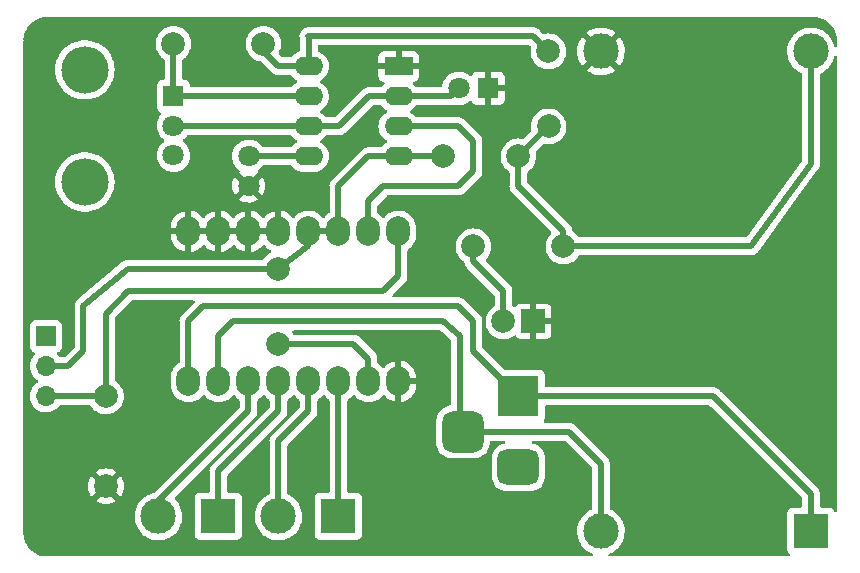
<source format=gbr>
%TF.GenerationSoftware,KiCad,Pcbnew,(6.0.8)*%
%TF.CreationDate,2022-12-22T18:37:28+01:00*%
%TF.ProjectId,SimpleStepperDriver,53696d70-6c65-4537-9465-707065724472,rev?*%
%TF.SameCoordinates,Original*%
%TF.FileFunction,Copper,L1,Top*%
%TF.FilePolarity,Positive*%
%FSLAX46Y46*%
G04 Gerber Fmt 4.6, Leading zero omitted, Abs format (unit mm)*
G04 Created by KiCad (PCBNEW (6.0.8)) date 2022-12-22 18:37:28*
%MOMM*%
%LPD*%
G01*
G04 APERTURE LIST*
G04 Aperture macros list*
%AMRoundRect*
0 Rectangle with rounded corners*
0 $1 Rounding radius*
0 $2 $3 $4 $5 $6 $7 $8 $9 X,Y pos of 4 corners*
0 Add a 4 corners polygon primitive as box body*
4,1,4,$2,$3,$4,$5,$6,$7,$8,$9,$2,$3,0*
0 Add four circle primitives for the rounded corners*
1,1,$1+$1,$2,$3*
1,1,$1+$1,$4,$5*
1,1,$1+$1,$6,$7*
1,1,$1+$1,$8,$9*
0 Add four rect primitives between the rounded corners*
20,1,$1+$1,$2,$3,$4,$5,0*
20,1,$1+$1,$4,$5,$6,$7,0*
20,1,$1+$1,$6,$7,$8,$9,0*
20,1,$1+$1,$8,$9,$2,$3,0*%
G04 Aperture macros list end*
%TA.AperFunction,ComponentPad*%
%ADD10R,2.000000X2.000000*%
%TD*%
%TA.AperFunction,ComponentPad*%
%ADD11C,2.000000*%
%TD*%
%TA.AperFunction,ComponentPad*%
%ADD12R,3.500000X3.500000*%
%TD*%
%TA.AperFunction,ComponentPad*%
%ADD13RoundRect,0.750000X1.000000X-0.750000X1.000000X0.750000X-1.000000X0.750000X-1.000000X-0.750000X0*%
%TD*%
%TA.AperFunction,ComponentPad*%
%ADD14RoundRect,0.875000X0.875000X-0.875000X0.875000X0.875000X-0.875000X0.875000X-0.875000X-0.875000X0*%
%TD*%
%TA.AperFunction,ComponentPad*%
%ADD15R,1.800000X1.800000*%
%TD*%
%TA.AperFunction,ComponentPad*%
%ADD16C,1.800000*%
%TD*%
%TA.AperFunction,ComponentPad*%
%ADD17O,2.400000X1.600000*%
%TD*%
%TA.AperFunction,ComponentPad*%
%ADD18R,2.400000X1.600000*%
%TD*%
%TA.AperFunction,ComponentPad*%
%ADD19O,4.000000X4.000000*%
%TD*%
%TA.AperFunction,ComponentPad*%
%ADD20R,1.700000X1.700000*%
%TD*%
%TA.AperFunction,ComponentPad*%
%ADD21O,1.700000X1.700000*%
%TD*%
%TA.AperFunction,ComponentPad*%
%ADD22R,3.000000X3.000000*%
%TD*%
%TA.AperFunction,ComponentPad*%
%ADD23C,3.000000*%
%TD*%
%TA.AperFunction,ComponentPad*%
%ADD24O,2.000000X2.500000*%
%TD*%
%TA.AperFunction,ViaPad*%
%ADD25C,2.000000*%
%TD*%
%TA.AperFunction,Conductor*%
%ADD26C,0.500000*%
%TD*%
G04 APERTURE END LIST*
D10*
%TO.P,D1,1,K*%
%TO.N,GND*%
X186690000Y-97790000D03*
D11*
%TO.P,D1,2,A*%
%TO.N,Net-(D1-Pad2)*%
X184150000Y-97790000D03*
%TD*%
%TO.P,R3,1*%
%TO.N,DIR*%
X150495000Y-104140000D03*
%TO.P,R3,2*%
%TO.N,GND*%
X150495000Y-111760000D03*
%TD*%
D12*
%TO.P,J1,1,VCC+*%
%TO.N,+12V*%
X185420000Y-104140000D03*
D13*
%TO.P,J1,2,BAT+*%
%TO.N,unconnected-(J1-Pad2)*%
X185420000Y-110140000D03*
D14*
%TO.P,J1,3,GND-*%
%TO.N,GNDPWR*%
X180720000Y-107140000D03*
%TD*%
D15*
%TO.P,C2,1*%
%TO.N,GND*%
X182845000Y-78065000D03*
D16*
%TO.P,C2,2*%
%TO.N,Net-(C2-Pad2)*%
X180345000Y-78065000D03*
%TD*%
D17*
%TO.P,U2,8,VCC*%
%TO.N,+5V*%
X167655000Y-76200000D03*
%TO.P,U2,7,DIS*%
%TO.N,Net-(R1-Pad1)*%
X167655000Y-78740000D03*
%TO.P,U2,6,THR*%
%TO.N,Net-(C2-Pad2)*%
X167655000Y-81280000D03*
%TO.P,U2,5,CO.V*%
%TO.N,Net-(C1-Pad2)*%
X167655000Y-83820000D03*
%TO.P,U2,4,RES*%
%TO.N,+5V*%
X175275000Y-83820000D03*
%TO.P,U2,3,OUT*%
%TO.N,STEP*%
X175275000Y-81280000D03*
%TO.P,U2,2,TRI*%
%TO.N,Net-(C2-Pad2)*%
X175275000Y-78740000D03*
D18*
%TO.P,U2,1,GND*%
%TO.N,GND*%
X175275000Y-76200000D03*
%TD*%
D19*
%TO.P,R2,*%
%TO.N,*%
X148710000Y-76490000D03*
X148710000Y-85990000D03*
D15*
%TO.P,R2,1*%
%TO.N,Net-(R1-Pad1)*%
X156210000Y-78740000D03*
D16*
%TO.P,R2,2*%
%TO.N,Net-(C2-Pad2)*%
X156210000Y-81240000D03*
%TO.P,R2,3*%
%TO.N,N/C*%
X156210000Y-83740000D03*
%TD*%
D20*
%TO.P,J4,1,Pin_1*%
%TO.N,unconnected-(J4-Pad1)*%
X145415000Y-99060000D03*
D21*
%TO.P,J4,2,Pin_2*%
%TO.N,+5V*%
X145415000Y-101600000D03*
%TO.P,J4,3,Pin_3*%
%TO.N,DIR*%
X145415000Y-104140000D03*
%TD*%
D22*
%TO.P,J2,1,Pin_1*%
%TO.N,M_1B*%
X170180000Y-114300000D03*
D23*
%TO.P,J2,2,Pin_2*%
%TO.N,M_1A*%
X165100000Y-114300000D03*
%TD*%
D11*
%TO.P,R4,1*%
%TO.N,+5V*%
X189230000Y-91440000D03*
%TO.P,R4,2*%
%TO.N,Net-(D1-Pad2)*%
X181610000Y-91440000D03*
%TD*%
D22*
%TO.P,J3,1,Pin_1*%
%TO.N,M_2A*%
X160020000Y-114300000D03*
D23*
%TO.P,J3,2,Pin_2*%
%TO.N,M_2B*%
X154940000Y-114300000D03*
%TD*%
D11*
%TO.P,R1,2*%
%TO.N,+5V*%
X163830000Y-74295000D03*
%TO.P,R1,1*%
%TO.N,Net-(R1-Pad1)*%
X156210000Y-74295000D03*
%TD*%
D24*
%TO.P,U1,1,~{EN}*%
%TO.N,GND*%
X157480000Y-90170000D03*
%TO.P,U1,2,MS1*%
X160020000Y-90170000D03*
%TO.P,U1,3,MS2*%
X162560000Y-90170000D03*
%TO.P,U1,4,MS3*%
X165100000Y-90170000D03*
%TO.P,U1,5,~{RST}*%
%TO.N,+5V*%
X167640000Y-90170000D03*
%TO.P,U1,6,~{SLP}*%
X170180000Y-90170000D03*
%TO.P,U1,7,STEP*%
%TO.N,STEP*%
X172720000Y-90170000D03*
%TO.P,U1,8,DIR*%
%TO.N,DIR*%
X175260000Y-90170000D03*
%TO.P,U1,9,GND*%
%TO.N,GND*%
X175260000Y-102870000D03*
%TO.P,U1,10,VDD*%
%TO.N,+5V*%
X172720000Y-102870000D03*
%TO.P,U1,11,1B*%
%TO.N,M_1B*%
X170180000Y-102870000D03*
%TO.P,U1,12,1A*%
%TO.N,M_1A*%
X167640000Y-102870000D03*
%TO.P,U1,13,2A*%
%TO.N,M_2A*%
X165100000Y-102870000D03*
%TO.P,U1,14,2B*%
%TO.N,M_2B*%
X162560000Y-102870000D03*
%TO.P,U1,15,GND*%
%TO.N,GNDPWR*%
X160020000Y-102870000D03*
%TO.P,U1,16,VMOT*%
%TO.N,+12V*%
X157480000Y-102870000D03*
%TD*%
D22*
%TO.P,VR1,1,IN+*%
%TO.N,+12V*%
X210185000Y-115570000D03*
D23*
%TO.P,VR1,2,IN-*%
%TO.N,GNDPWR*%
X192405000Y-115570000D03*
%TO.P,VR1,3,OUT-*%
%TO.N,GND*%
X192405000Y-74930000D03*
%TO.P,VR1,4,OUT+*%
%TO.N,+5V*%
X210185000Y-74930000D03*
%TD*%
D16*
%TO.P,C1,1*%
%TO.N,GND*%
X162575000Y-86320000D03*
%TO.P,C1,2*%
%TO.N,Net-(C1-Pad2)*%
X162575000Y-83820000D03*
%TD*%
D25*
%TO.N,+5V*%
X185420000Y-83820000D03*
X165100000Y-99695000D03*
X187960000Y-74930000D03*
X187967478Y-81287478D03*
X165100000Y-93345000D03*
X179070000Y-83820000D03*
%TD*%
D26*
%TO.N,Net-(R1-Pad1)*%
X156210000Y-74295000D02*
X156210000Y-78740000D01*
%TO.N,+5V*%
X163830000Y-74930000D02*
X163830000Y-74295000D01*
X165100000Y-76200000D02*
X163830000Y-74930000D01*
X167655000Y-76200000D02*
X165100000Y-76200000D01*
%TO.N,Net-(R1-Pad1)*%
X156210000Y-78740000D02*
X167655000Y-78740000D01*
%TO.N,Net-(C1-Pad2)*%
X167655000Y-83820000D02*
X162575000Y-83820000D01*
%TO.N,Net-(C2-Pad2)*%
X179670000Y-78740000D02*
X180345000Y-78065000D01*
X172735000Y-78740000D02*
X170195000Y-81280000D01*
X170195000Y-81280000D02*
X167655000Y-81280000D01*
X175275000Y-78740000D02*
X172735000Y-78740000D01*
X175275000Y-78740000D02*
X179670000Y-78740000D01*
X156250000Y-81280000D02*
X156210000Y-81240000D01*
X167655000Y-81280000D02*
X156250000Y-81280000D01*
%TO.N,+12V*%
X181610000Y-100330000D02*
X181610000Y-97790000D01*
X201930000Y-104140000D02*
X185420000Y-104140000D01*
X158750000Y-96520000D02*
X157480000Y-97790000D01*
X185420000Y-104140000D02*
X185420000Y-102870000D01*
X185420000Y-104140000D02*
X181610000Y-100330000D01*
X180340000Y-96520000D02*
X158750000Y-96520000D01*
X210185000Y-112395000D02*
X201930000Y-104140000D01*
X157480000Y-97790000D02*
X157480000Y-102870000D01*
X210185000Y-115570000D02*
X210185000Y-112395000D01*
X181610000Y-97790000D02*
X180340000Y-96520000D01*
%TO.N,M_2B*%
X154940000Y-113030000D02*
X154940000Y-114300000D01*
X162560000Y-102870000D02*
X162560000Y-105410000D01*
X162560000Y-105410000D02*
X154940000Y-113030000D01*
%TO.N,M_2A*%
X160020000Y-110490000D02*
X160020000Y-114300000D01*
X165100000Y-102870000D02*
X165100000Y-105410000D01*
X160020000Y-110490000D02*
X165100000Y-105410000D01*
%TO.N,M_1A*%
X167640000Y-102870000D02*
X167640000Y-105410000D01*
X167640000Y-105410000D02*
X165100000Y-107950000D01*
X165100000Y-107950000D02*
X165100000Y-114300000D01*
%TO.N,+5V*%
X172720000Y-100965000D02*
X172720000Y-102870000D01*
X205105000Y-91440000D02*
X210185000Y-84455000D01*
X172720000Y-83820000D02*
X170180000Y-86360000D01*
X148590000Y-100330000D02*
X147320000Y-101600000D01*
X186690000Y-73660000D02*
X167655000Y-73660000D01*
X175275000Y-83820000D02*
X172720000Y-83820000D01*
X185420000Y-86360000D02*
X189230000Y-90170000D01*
X187967478Y-81287478D02*
X187975000Y-81280000D01*
X165100000Y-93345000D02*
X152400000Y-93345000D01*
X152400000Y-93345000D02*
X148590000Y-96520000D01*
X165100000Y-99695000D02*
X171450000Y-99695000D01*
X167655000Y-73675000D02*
X167655000Y-76200000D01*
X171450000Y-99695000D02*
X172720000Y-100965000D01*
X179070000Y-83820000D02*
X175275000Y-83820000D01*
X167640000Y-91440000D02*
X165100000Y-93345000D01*
X187960000Y-74930000D02*
X186690000Y-73660000D01*
X167655000Y-73660000D02*
X167655000Y-73675000D01*
X167640000Y-90170000D02*
X167640000Y-91440000D01*
X167640000Y-73660000D02*
X167655000Y-73675000D01*
X185420000Y-83820000D02*
X185420000Y-86360000D01*
X170180000Y-86360000D02*
X170180000Y-90170000D01*
X170180000Y-90170000D02*
X167640000Y-90170000D01*
X148590000Y-96520000D02*
X148590000Y-100330000D01*
X147320000Y-101600000D02*
X145415000Y-101600000D01*
X185420000Y-83820000D02*
X187967478Y-81287478D01*
X189230000Y-90170000D02*
X189230000Y-91440000D01*
X210185000Y-84455000D02*
X210185000Y-74295000D01*
X205105000Y-91440000D02*
X189230000Y-91440000D01*
%TO.N,DIR*%
X150495000Y-104140000D02*
X145415000Y-104140000D01*
X152400000Y-95250000D02*
X150495000Y-97155000D01*
X175260000Y-93980000D02*
X173990000Y-95250000D01*
X173990000Y-95250000D02*
X152400000Y-95250000D01*
X175260000Y-90170000D02*
X175260000Y-93980000D01*
X150495000Y-97155000D02*
X150495000Y-104140000D01*
%TO.N,STEP*%
X175275000Y-81280000D02*
X180340000Y-81280000D01*
X181610000Y-82550000D02*
X181610000Y-85090000D01*
X181610000Y-85090000D02*
X180340000Y-86360000D01*
X172720000Y-87630000D02*
X172720000Y-90170000D01*
X173990000Y-86360000D02*
X172720000Y-87630000D01*
X180340000Y-81280000D02*
X181610000Y-82550000D01*
X180340000Y-86360000D02*
X173990000Y-86360000D01*
%TO.N,GNDPWR*%
X189690000Y-107140000D02*
X180720000Y-107140000D01*
X180505274Y-99060000D02*
X179070000Y-97790000D01*
X180505274Y-99060000D02*
X180505274Y-106925274D01*
X179070000Y-97790000D02*
X161290000Y-97790000D01*
X180505274Y-106925274D02*
X180720000Y-107140000D01*
X192405000Y-115570000D02*
X192405000Y-109855000D01*
X161290000Y-97790000D02*
X160020000Y-99060000D01*
X160020000Y-99060000D02*
X160020000Y-102870000D01*
X192405000Y-109855000D02*
X189690000Y-107140000D01*
%TO.N,M_1B*%
X170180000Y-102870000D02*
X170180000Y-114300000D01*
%TO.N,Net-(D1-Pad2)*%
X184150000Y-95250000D02*
X184150000Y-97790000D01*
X181610000Y-91440000D02*
X181610000Y-92710000D01*
X181610000Y-92710000D02*
X184150000Y-95250000D01*
%TD*%
%TA.AperFunction,Conductor*%
%TO.N,GND*%
G36*
X210370018Y-72010000D02*
G01*
X210384851Y-72012310D01*
X210384855Y-72012310D01*
X210393724Y-72013691D01*
X210410012Y-72011561D01*
X210434589Y-72010767D01*
X210461441Y-72012527D01*
X210651701Y-72024998D01*
X210668041Y-72027149D01*
X210787690Y-72050948D01*
X210907343Y-72074749D01*
X210923257Y-72079013D01*
X211038776Y-72118226D01*
X211154292Y-72157439D01*
X211169519Y-72163746D01*
X211388342Y-72271657D01*
X211402616Y-72279898D01*
X211605478Y-72415447D01*
X211618553Y-72425480D01*
X211801993Y-72586352D01*
X211813648Y-72598007D01*
X211974520Y-72781447D01*
X211984553Y-72794522D01*
X212120102Y-72997384D01*
X212128343Y-73011658D01*
X212236254Y-73230481D01*
X212242561Y-73245708D01*
X212254049Y-73279550D01*
X212314791Y-73458489D01*
X212320986Y-73476740D01*
X212325251Y-73492657D01*
X212342598Y-73579865D01*
X212372851Y-73731959D01*
X212375002Y-73748299D01*
X212388763Y-73958236D01*
X212387733Y-73981350D01*
X212387690Y-73984854D01*
X212386309Y-73993724D01*
X212387473Y-74002626D01*
X212387473Y-74002628D01*
X212388771Y-74012552D01*
X212390013Y-74022045D01*
X212390436Y-74025283D01*
X212391500Y-74041621D01*
X212391500Y-74450394D01*
X212371498Y-74518515D01*
X212317842Y-74565008D01*
X212247568Y-74575112D01*
X212182988Y-74545618D01*
X212144604Y-74485892D01*
X212142118Y-74475945D01*
X212134364Y-74438502D01*
X212124032Y-74388612D01*
X212032617Y-74130465D01*
X211974231Y-74017344D01*
X211908978Y-73890919D01*
X211908978Y-73890918D01*
X211907013Y-73887112D01*
X211897040Y-73872921D01*
X211779602Y-73705824D01*
X211749545Y-73663057D01*
X211672238Y-73579865D01*
X211566046Y-73465588D01*
X211566043Y-73465585D01*
X211563125Y-73462445D01*
X211559810Y-73459731D01*
X211559806Y-73459728D01*
X211366159Y-73301230D01*
X211351205Y-73288990D01*
X211117704Y-73145901D01*
X211102398Y-73139182D01*
X210870873Y-73037549D01*
X210870869Y-73037548D01*
X210866945Y-73035825D01*
X210603566Y-72960800D01*
X210599324Y-72960196D01*
X210599318Y-72960195D01*
X210389988Y-72930403D01*
X210332443Y-72922213D01*
X210188589Y-72921460D01*
X210062877Y-72920802D01*
X210062871Y-72920802D01*
X210058591Y-72920780D01*
X210054347Y-72921339D01*
X210054343Y-72921339D01*
X209947707Y-72935378D01*
X209787078Y-72956525D01*
X209782938Y-72957658D01*
X209782936Y-72957658D01*
X209710629Y-72977439D01*
X209522928Y-73028788D01*
X209518980Y-73030472D01*
X209274982Y-73134546D01*
X209274978Y-73134548D01*
X209271030Y-73136232D01*
X209212788Y-73171089D01*
X209039725Y-73274664D01*
X209039721Y-73274667D01*
X209036043Y-73276868D01*
X208822318Y-73448094D01*
X208779904Y-73492789D01*
X208639595Y-73640644D01*
X208633808Y-73646742D01*
X208474002Y-73869136D01*
X208345857Y-74111161D01*
X208344385Y-74115184D01*
X208344383Y-74115188D01*
X208253214Y-74364317D01*
X208251743Y-74368337D01*
X208193404Y-74635907D01*
X208183812Y-74757782D01*
X208172785Y-74897895D01*
X208171917Y-74908918D01*
X208187682Y-75182320D01*
X208188507Y-75186525D01*
X208188508Y-75186533D01*
X208210532Y-75298790D01*
X208240405Y-75451053D01*
X208241792Y-75455103D01*
X208241793Y-75455108D01*
X208327657Y-75705894D01*
X208329112Y-75710144D01*
X208349538Y-75750757D01*
X208447735Y-75946000D01*
X208452160Y-75954799D01*
X208454586Y-75958328D01*
X208454589Y-75958334D01*
X208583741Y-76146250D01*
X208607274Y-76180490D01*
X208791582Y-76383043D01*
X208794877Y-76385798D01*
X208794878Y-76385799D01*
X208876446Y-76454000D01*
X209001675Y-76558707D01*
X209005316Y-76560991D01*
X209230024Y-76701951D01*
X209230028Y-76701953D01*
X209233664Y-76704234D01*
X209352352Y-76757824D01*
X209406205Y-76804086D01*
X209426500Y-76872660D01*
X209426500Y-84167375D01*
X209406498Y-84235496D01*
X209402401Y-84241485D01*
X204756491Y-90629610D01*
X204700248Y-90672937D01*
X204654590Y-90681500D01*
X190604965Y-90681500D01*
X190536844Y-90661498D01*
X190497533Y-90621336D01*
X190454176Y-90550584D01*
X190436163Y-90529494D01*
X190303177Y-90373787D01*
X190299969Y-90370031D01*
X190119416Y-90215824D01*
X190042778Y-90168860D01*
X189995150Y-90116215D01*
X189983031Y-90071645D01*
X189979454Y-90027662D01*
X189979453Y-90027659D01*
X189978860Y-90020364D01*
X189976604Y-90013400D01*
X189975417Y-90007461D01*
X189974030Y-90001590D01*
X189973182Y-89994319D01*
X189970686Y-89987443D01*
X189970684Y-89987434D01*
X189948275Y-89925702D01*
X189946865Y-89921598D01*
X189924352Y-89852101D01*
X189920556Y-89845846D01*
X189918057Y-89840387D01*
X189915329Y-89834939D01*
X189912833Y-89828063D01*
X189872805Y-89767010D01*
X189870481Y-89763327D01*
X189835504Y-89705686D01*
X189835501Y-89705682D01*
X189832595Y-89700893D01*
X189828886Y-89696694D01*
X189828883Y-89696689D01*
X189825197Y-89692516D01*
X189825224Y-89692492D01*
X189822571Y-89689500D01*
X189819868Y-89686267D01*
X189815856Y-89680148D01*
X189759617Y-89626872D01*
X189757175Y-89624494D01*
X186215405Y-86082724D01*
X186181379Y-86020412D01*
X186178500Y-85993629D01*
X186178500Y-85194965D01*
X186198502Y-85126844D01*
X186238664Y-85087533D01*
X186250175Y-85080479D01*
X186309416Y-85044176D01*
X186347116Y-85011977D01*
X186486213Y-84893177D01*
X186489969Y-84889969D01*
X186644176Y-84709416D01*
X186646755Y-84705208D01*
X186646759Y-84705202D01*
X186765654Y-84511183D01*
X186768240Y-84506963D01*
X186780664Y-84476970D01*
X186857211Y-84292167D01*
X186857212Y-84292165D01*
X186859105Y-84287594D01*
X186914535Y-84056711D01*
X186933165Y-83820000D01*
X186914535Y-83583289D01*
X186906591Y-83550197D01*
X186899476Y-83520563D01*
X186896271Y-83507214D01*
X186899818Y-83436308D01*
X186929956Y-83388446D01*
X187527213Y-82794695D01*
X187589625Y-82760853D01*
X187645460Y-82761533D01*
X187725954Y-82780858D01*
X187725960Y-82780859D01*
X187730767Y-82782013D01*
X187967478Y-82800643D01*
X188204189Y-82782013D01*
X188208996Y-82780859D01*
X188209002Y-82780858D01*
X188357872Y-82745117D01*
X188435072Y-82726583D01*
X188439645Y-82724689D01*
X188649867Y-82637613D01*
X188649871Y-82637611D01*
X188654441Y-82635718D01*
X188714302Y-82599035D01*
X188852680Y-82514237D01*
X188852686Y-82514233D01*
X188856894Y-82511654D01*
X189025739Y-82367447D01*
X189033691Y-82360655D01*
X189037447Y-82357447D01*
X189191654Y-82176894D01*
X189194233Y-82172686D01*
X189194237Y-82172680D01*
X189313132Y-81978661D01*
X189315718Y-81974441D01*
X189320527Y-81962833D01*
X189404689Y-81759645D01*
X189404690Y-81759643D01*
X189406583Y-81755072D01*
X189429984Y-81657600D01*
X189460858Y-81529002D01*
X189460859Y-81528996D01*
X189462013Y-81524189D01*
X189480643Y-81287478D01*
X189462013Y-81050767D01*
X189406583Y-80819884D01*
X189394656Y-80791089D01*
X189317613Y-80605089D01*
X189317611Y-80605085D01*
X189315718Y-80600515D01*
X189278949Y-80540514D01*
X189194237Y-80402276D01*
X189194233Y-80402270D01*
X189191654Y-80398062D01*
X189037447Y-80217509D01*
X188856894Y-80063302D01*
X188852686Y-80060723D01*
X188852680Y-80060719D01*
X188658661Y-79941824D01*
X188654441Y-79939238D01*
X188649871Y-79937345D01*
X188649867Y-79937343D01*
X188439645Y-79850267D01*
X188439643Y-79850266D01*
X188435072Y-79848373D01*
X188354869Y-79829118D01*
X188209002Y-79794098D01*
X188208996Y-79794097D01*
X188204189Y-79792943D01*
X187967478Y-79774313D01*
X187730767Y-79792943D01*
X187725960Y-79794097D01*
X187725954Y-79794098D01*
X187580087Y-79829118D01*
X187499884Y-79848373D01*
X187495313Y-79850266D01*
X187495311Y-79850267D01*
X187285089Y-79937343D01*
X187285085Y-79937345D01*
X187280515Y-79939238D01*
X187276295Y-79941824D01*
X187082276Y-80060719D01*
X187082270Y-80060723D01*
X187078062Y-80063302D01*
X186897509Y-80217509D01*
X186743302Y-80398062D01*
X186740723Y-80402270D01*
X186740719Y-80402276D01*
X186656007Y-80540514D01*
X186619238Y-80600515D01*
X186617345Y-80605085D01*
X186617343Y-80605089D01*
X186540300Y-80791089D01*
X186528373Y-80819884D01*
X186472943Y-81050767D01*
X186454313Y-81287478D01*
X186472943Y-81524189D01*
X186474097Y-81528996D01*
X186474098Y-81529002D01*
X186491207Y-81600263D01*
X186487660Y-81671170D01*
X186457522Y-81719032D01*
X185890927Y-82282301D01*
X185860265Y-82312783D01*
X185797853Y-82346625D01*
X185742018Y-82345945D01*
X185661524Y-82326620D01*
X185661518Y-82326619D01*
X185656711Y-82325465D01*
X185420000Y-82306835D01*
X185183289Y-82325465D01*
X185178482Y-82326619D01*
X185178476Y-82326620D01*
X185065719Y-82353691D01*
X184952406Y-82380895D01*
X184947835Y-82382788D01*
X184947833Y-82382789D01*
X184737611Y-82469865D01*
X184737607Y-82469867D01*
X184733037Y-82471760D01*
X184728817Y-82474346D01*
X184534798Y-82593241D01*
X184534792Y-82593245D01*
X184530584Y-82595824D01*
X184396689Y-82710181D01*
X184355785Y-82745117D01*
X184350031Y-82750031D01*
X184195824Y-82930584D01*
X184193245Y-82934792D01*
X184193241Y-82934798D01*
X184104682Y-83079313D01*
X184071760Y-83133037D01*
X184069867Y-83137607D01*
X184069865Y-83137611D01*
X184006082Y-83291598D01*
X183980895Y-83352406D01*
X183975215Y-83376067D01*
X183930984Y-83560301D01*
X183925465Y-83583289D01*
X183906835Y-83820000D01*
X183925465Y-84056711D01*
X183980895Y-84287594D01*
X183982788Y-84292165D01*
X183982789Y-84292167D01*
X184059337Y-84476970D01*
X184071760Y-84506963D01*
X184074346Y-84511183D01*
X184193241Y-84705202D01*
X184193245Y-84705208D01*
X184195824Y-84709416D01*
X184350031Y-84889969D01*
X184353787Y-84893177D01*
X184492884Y-85011977D01*
X184530584Y-85044176D01*
X184589825Y-85080479D01*
X184601336Y-85087533D01*
X184648967Y-85140181D01*
X184661500Y-85194965D01*
X184661500Y-86292930D01*
X184660067Y-86311880D01*
X184658381Y-86322966D01*
X184656801Y-86333349D01*
X184657394Y-86340641D01*
X184657394Y-86340644D01*
X184661085Y-86386018D01*
X184661500Y-86396233D01*
X184661500Y-86404293D01*
X184661925Y-86407937D01*
X184664789Y-86432507D01*
X184665222Y-86436882D01*
X184671140Y-86509637D01*
X184673396Y-86516601D01*
X184674587Y-86522560D01*
X184675971Y-86528415D01*
X184676818Y-86535681D01*
X184701735Y-86604327D01*
X184703152Y-86608455D01*
X184719284Y-86658250D01*
X184725649Y-86677899D01*
X184729445Y-86684154D01*
X184731951Y-86689628D01*
X184734670Y-86695058D01*
X184737167Y-86701937D01*
X184741180Y-86708057D01*
X184741180Y-86708058D01*
X184777186Y-86762976D01*
X184779523Y-86766680D01*
X184817405Y-86829107D01*
X184821121Y-86833315D01*
X184821122Y-86833316D01*
X184824803Y-86837484D01*
X184824776Y-86837508D01*
X184827429Y-86840500D01*
X184830132Y-86843733D01*
X184834144Y-86849852D01*
X184839456Y-86854884D01*
X184890383Y-86903128D01*
X184892825Y-86905506D01*
X188170072Y-90182753D01*
X188204098Y-90245065D01*
X188199033Y-90315880D01*
X188166444Y-90362464D01*
X188167295Y-90363315D01*
X188163787Y-90366823D01*
X188160031Y-90370031D01*
X188005824Y-90550584D01*
X188003245Y-90554792D01*
X188003241Y-90554798D01*
X187925598Y-90681500D01*
X187881760Y-90753037D01*
X187879867Y-90757607D01*
X187879865Y-90757611D01*
X187819974Y-90902203D01*
X187790895Y-90972406D01*
X187776983Y-91030352D01*
X187756358Y-91116265D01*
X187735465Y-91203289D01*
X187716835Y-91440000D01*
X187735465Y-91676711D01*
X187736619Y-91681518D01*
X187736620Y-91681524D01*
X187760527Y-91781104D01*
X187790895Y-91907594D01*
X187792788Y-91912165D01*
X187792789Y-91912167D01*
X187871071Y-92101157D01*
X187881760Y-92126963D01*
X187884346Y-92131183D01*
X188003241Y-92325202D01*
X188003245Y-92325208D01*
X188005824Y-92329416D01*
X188160031Y-92509969D01*
X188340584Y-92664176D01*
X188344792Y-92666755D01*
X188344798Y-92666759D01*
X188461567Y-92738315D01*
X188543037Y-92788240D01*
X188547607Y-92790133D01*
X188547611Y-92790135D01*
X188757833Y-92877211D01*
X188762406Y-92879105D01*
X188818421Y-92892553D01*
X188988476Y-92933380D01*
X188988482Y-92933381D01*
X188993289Y-92934535D01*
X189230000Y-92953165D01*
X189466711Y-92934535D01*
X189471518Y-92933381D01*
X189471524Y-92933380D01*
X189641579Y-92892553D01*
X189697594Y-92879105D01*
X189702167Y-92877211D01*
X189912389Y-92790135D01*
X189912393Y-92790133D01*
X189916963Y-92788240D01*
X189998433Y-92738315D01*
X190115202Y-92666759D01*
X190115208Y-92666755D01*
X190119416Y-92664176D01*
X190299969Y-92509969D01*
X190454176Y-92329416D01*
X190497533Y-92258664D01*
X190550181Y-92211033D01*
X190604965Y-92198500D01*
X205016946Y-92198500D01*
X205019142Y-92198621D01*
X205020837Y-92199012D01*
X205025708Y-92198985D01*
X205025716Y-92198985D01*
X205111403Y-92198502D01*
X205112113Y-92198500D01*
X205149293Y-92198500D01*
X205150776Y-92198327D01*
X205152566Y-92198270D01*
X205197706Y-92198016D01*
X205204824Y-92196291D01*
X205231279Y-92189880D01*
X205246364Y-92187183D01*
X205273411Y-92184030D01*
X205273414Y-92184029D01*
X205280681Y-92183182D01*
X205287558Y-92180686D01*
X205287561Y-92180685D01*
X205317866Y-92169685D01*
X205331180Y-92165669D01*
X205340200Y-92163483D01*
X205369600Y-92156358D01*
X205376122Y-92153046D01*
X205376125Y-92153045D01*
X205400410Y-92140713D01*
X205414466Y-92134620D01*
X205423934Y-92131183D01*
X205446937Y-92122833D01*
X205480006Y-92101152D01*
X205492033Y-92094184D01*
X205520778Y-92079587D01*
X205527302Y-92076274D01*
X205553683Y-92053962D01*
X205565964Y-92044796D01*
X205588731Y-92029869D01*
X205594852Y-92025856D01*
X205599883Y-92020545D01*
X205599888Y-92020541D01*
X205622047Y-91997149D01*
X205632155Y-91987595D01*
X205658060Y-91965686D01*
X205658064Y-91965682D01*
X205662349Y-91962058D01*
X205669469Y-91953444D01*
X205684560Y-91932694D01*
X205694991Y-91920147D01*
X205716490Y-91897453D01*
X205738231Y-91860023D01*
X205745283Y-91849200D01*
X209125887Y-87200869D01*
X210778600Y-84928388D01*
X210784454Y-84920947D01*
X210820333Y-84878715D01*
X210852388Y-84815940D01*
X210854801Y-84811443D01*
X210889369Y-84750039D01*
X210891396Y-84743006D01*
X210894224Y-84736255D01*
X210894425Y-84736339D01*
X210895094Y-84734647D01*
X210894889Y-84734571D01*
X210897439Y-84727714D01*
X210900769Y-84721192D01*
X210914690Y-84664300D01*
X210917521Y-84652732D01*
X210918838Y-84647788D01*
X210936321Y-84587123D01*
X210938349Y-84580086D01*
X210938704Y-84572774D01*
X210939903Y-84565553D01*
X210940120Y-84565589D01*
X210940869Y-84560428D01*
X210940630Y-84560392D01*
X210941474Y-84554840D01*
X210942808Y-84549390D01*
X210943500Y-84538236D01*
X210943500Y-84476970D01*
X210943648Y-84470864D01*
X210946565Y-84410732D01*
X210946920Y-84403423D01*
X210945583Y-84396226D01*
X210945534Y-84395499D01*
X210943500Y-84373410D01*
X210943500Y-76874028D01*
X210963502Y-76805907D01*
X211021281Y-76757620D01*
X211080136Y-76733241D01*
X211316582Y-76595073D01*
X211532089Y-76426094D01*
X211573809Y-76383043D01*
X211719686Y-76232509D01*
X211722669Y-76229431D01*
X211725202Y-76225983D01*
X211725206Y-76225978D01*
X211882257Y-76012178D01*
X211884795Y-76008723D01*
X211886841Y-76004955D01*
X212013418Y-75771830D01*
X212013419Y-75771828D01*
X212015468Y-75768054D01*
X212079196Y-75599402D01*
X212110751Y-75515895D01*
X212110752Y-75515891D01*
X212112269Y-75511877D01*
X212142680Y-75379095D01*
X212177385Y-75317159D01*
X212240066Y-75283818D01*
X212310822Y-75289657D01*
X212367189Y-75332824D01*
X212391270Y-75399612D01*
X212391500Y-75407224D01*
X212391500Y-113810816D01*
X212371498Y-113878937D01*
X212317842Y-113925430D01*
X212247568Y-113935534D01*
X212182988Y-113906040D01*
X212147518Y-113855046D01*
X212138767Y-113831703D01*
X212135615Y-113823295D01*
X212048261Y-113706739D01*
X211931705Y-113619385D01*
X211795316Y-113568255D01*
X211733134Y-113561500D01*
X211069500Y-113561500D01*
X211001379Y-113541498D01*
X210954886Y-113487842D01*
X210943500Y-113435500D01*
X210943500Y-112462070D01*
X210944933Y-112443120D01*
X210947099Y-112428885D01*
X210947099Y-112428881D01*
X210948199Y-112421651D01*
X210946477Y-112400472D01*
X210943915Y-112368982D01*
X210943500Y-112358767D01*
X210943500Y-112350707D01*
X210942979Y-112346233D01*
X210940211Y-112322497D01*
X210939778Y-112318121D01*
X210937643Y-112291869D01*
X210933860Y-112245364D01*
X210931605Y-112238403D01*
X210930418Y-112232463D01*
X210929029Y-112226588D01*
X210928182Y-112219319D01*
X210903264Y-112150670D01*
X210901847Y-112146542D01*
X210881607Y-112084064D01*
X210881606Y-112084062D01*
X210879351Y-112077101D01*
X210875555Y-112070846D01*
X210873049Y-112065372D01*
X210870330Y-112059942D01*
X210867833Y-112053063D01*
X210827814Y-111992024D01*
X210825467Y-111988305D01*
X210825034Y-111987591D01*
X210787595Y-111925893D01*
X210780197Y-111917516D01*
X210780224Y-111917492D01*
X210777571Y-111914500D01*
X210774868Y-111911267D01*
X210770856Y-111905148D01*
X210714617Y-111851872D01*
X210712175Y-111849494D01*
X202513770Y-103651089D01*
X202501384Y-103636677D01*
X202492851Y-103625082D01*
X202492846Y-103625077D01*
X202488508Y-103619182D01*
X202482930Y-103614443D01*
X202482927Y-103614440D01*
X202448232Y-103584965D01*
X202440716Y-103578035D01*
X202435021Y-103572340D01*
X202428880Y-103567482D01*
X202412749Y-103554719D01*
X202409345Y-103551928D01*
X202359297Y-103509409D01*
X202359295Y-103509408D01*
X202353715Y-103504667D01*
X202347199Y-103501339D01*
X202342150Y-103497972D01*
X202337021Y-103494805D01*
X202331284Y-103490266D01*
X202265125Y-103459345D01*
X202261225Y-103457439D01*
X202196192Y-103424231D01*
X202189084Y-103422492D01*
X202183441Y-103420393D01*
X202177678Y-103418476D01*
X202171050Y-103415378D01*
X202099583Y-103400513D01*
X202095299Y-103399543D01*
X202024390Y-103382192D01*
X202018788Y-103381844D01*
X202018785Y-103381844D01*
X202013236Y-103381500D01*
X202013238Y-103381464D01*
X202009245Y-103381225D01*
X202005053Y-103380851D01*
X201997885Y-103379360D01*
X201931675Y-103381151D01*
X201920479Y-103381454D01*
X201917072Y-103381500D01*
X187804500Y-103381500D01*
X187736379Y-103361498D01*
X187689886Y-103307842D01*
X187678500Y-103255500D01*
X187678500Y-102341866D01*
X187671745Y-102279684D01*
X187620615Y-102143295D01*
X187533261Y-102026739D01*
X187416705Y-101939385D01*
X187280316Y-101888255D01*
X187218134Y-101881500D01*
X184286371Y-101881500D01*
X184218250Y-101861498D01*
X184197276Y-101844595D01*
X182405405Y-100052724D01*
X182371379Y-99990412D01*
X182368500Y-99963629D01*
X182368500Y-97857069D01*
X182369933Y-97838118D01*
X182372099Y-97823883D01*
X182372099Y-97823881D01*
X182373199Y-97816651D01*
X182371433Y-97794930D01*
X182368915Y-97763982D01*
X182368500Y-97753767D01*
X182368500Y-97745707D01*
X182365211Y-97717493D01*
X182364778Y-97713118D01*
X182359454Y-97647661D01*
X182359453Y-97647658D01*
X182358860Y-97640363D01*
X182356604Y-97633399D01*
X182355413Y-97627440D01*
X182354029Y-97621585D01*
X182353182Y-97614319D01*
X182328265Y-97545673D01*
X182326848Y-97541545D01*
X182306607Y-97479064D01*
X182306606Y-97479062D01*
X182304351Y-97472101D01*
X182300555Y-97465846D01*
X182298049Y-97460372D01*
X182295330Y-97454942D01*
X182292833Y-97448063D01*
X182252809Y-97387016D01*
X182250472Y-97383312D01*
X182215509Y-97325693D01*
X182215505Y-97325688D01*
X182212595Y-97320892D01*
X182205197Y-97312516D01*
X182205223Y-97312493D01*
X182202574Y-97309503D01*
X182199866Y-97306264D01*
X182195856Y-97300148D01*
X182190549Y-97295121D01*
X182190546Y-97295117D01*
X182139617Y-97246872D01*
X182137175Y-97244494D01*
X180923770Y-96031089D01*
X180911384Y-96016677D01*
X180902851Y-96005082D01*
X180902846Y-96005077D01*
X180898508Y-95999182D01*
X180892930Y-95994443D01*
X180892927Y-95994440D01*
X180858232Y-95964965D01*
X180850716Y-95958035D01*
X180845021Y-95952340D01*
X180838880Y-95947482D01*
X180822749Y-95934719D01*
X180819345Y-95931928D01*
X180769297Y-95889409D01*
X180769295Y-95889408D01*
X180763715Y-95884667D01*
X180757199Y-95881339D01*
X180752150Y-95877972D01*
X180747021Y-95874805D01*
X180741284Y-95870266D01*
X180675125Y-95839345D01*
X180671225Y-95837439D01*
X180606192Y-95804231D01*
X180599084Y-95802492D01*
X180593441Y-95800393D01*
X180587678Y-95798476D01*
X180581050Y-95795378D01*
X180509583Y-95780513D01*
X180505299Y-95779543D01*
X180434390Y-95762192D01*
X180428788Y-95761844D01*
X180428785Y-95761844D01*
X180423236Y-95761500D01*
X180423238Y-95761464D01*
X180419245Y-95761225D01*
X180415053Y-95760851D01*
X180407885Y-95759360D01*
X180341675Y-95761151D01*
X180330479Y-95761454D01*
X180327072Y-95761500D01*
X174855371Y-95761500D01*
X174787250Y-95741498D01*
X174740757Y-95687842D01*
X174730653Y-95617568D01*
X174760147Y-95552988D01*
X174766276Y-95546405D01*
X175748911Y-94563770D01*
X175763323Y-94551384D01*
X175774918Y-94542851D01*
X175774923Y-94542846D01*
X175780818Y-94538508D01*
X175785557Y-94532930D01*
X175785560Y-94532927D01*
X175815035Y-94498232D01*
X175821965Y-94490716D01*
X175827660Y-94485021D01*
X175845281Y-94462749D01*
X175848072Y-94459345D01*
X175890591Y-94409297D01*
X175890592Y-94409295D01*
X175895333Y-94403715D01*
X175898661Y-94397199D01*
X175902028Y-94392150D01*
X175905195Y-94387021D01*
X175909734Y-94381284D01*
X175940655Y-94315125D01*
X175942561Y-94311225D01*
X175975769Y-94246192D01*
X175977508Y-94239084D01*
X175979607Y-94233441D01*
X175981524Y-94227678D01*
X175984622Y-94221050D01*
X175999487Y-94149583D01*
X176000457Y-94145299D01*
X176016473Y-94079845D01*
X176017808Y-94074390D01*
X176018500Y-94063236D01*
X176018536Y-94063238D01*
X176018775Y-94059245D01*
X176019149Y-94055053D01*
X176020640Y-94047885D01*
X176018546Y-93970479D01*
X176018500Y-93967072D01*
X176018500Y-91795163D01*
X176038502Y-91727042D01*
X176073676Y-91690952D01*
X176208307Y-91599456D01*
X176376928Y-91440000D01*
X180096835Y-91440000D01*
X180115465Y-91676711D01*
X180116619Y-91681518D01*
X180116620Y-91681524D01*
X180140527Y-91781104D01*
X180170895Y-91907594D01*
X180172788Y-91912165D01*
X180172789Y-91912167D01*
X180251071Y-92101157D01*
X180261760Y-92126963D01*
X180264346Y-92131183D01*
X180383241Y-92325202D01*
X180383245Y-92325208D01*
X180385824Y-92329416D01*
X180540031Y-92509969D01*
X180720584Y-92664176D01*
X180797222Y-92711140D01*
X180844850Y-92763785D01*
X180856969Y-92808355D01*
X180861140Y-92859637D01*
X180863396Y-92866601D01*
X180864587Y-92872560D01*
X180865971Y-92878415D01*
X180866818Y-92885681D01*
X180891735Y-92954327D01*
X180893152Y-92958455D01*
X180915649Y-93027899D01*
X180919445Y-93034154D01*
X180921951Y-93039628D01*
X180924670Y-93045058D01*
X180927167Y-93051937D01*
X180931180Y-93058057D01*
X180931180Y-93058058D01*
X180967186Y-93112976D01*
X180969523Y-93116680D01*
X181007405Y-93179107D01*
X181011121Y-93183315D01*
X181011122Y-93183316D01*
X181014803Y-93187484D01*
X181014776Y-93187508D01*
X181017429Y-93190500D01*
X181020132Y-93193733D01*
X181024144Y-93199852D01*
X181029456Y-93204884D01*
X181080383Y-93253128D01*
X181082825Y-93255506D01*
X183354595Y-95527276D01*
X183388621Y-95589588D01*
X183391500Y-95616371D01*
X183391500Y-96415035D01*
X183371498Y-96483156D01*
X183331337Y-96522466D01*
X183260584Y-96565824D01*
X183080031Y-96720031D01*
X182925824Y-96900584D01*
X182923245Y-96904792D01*
X182923241Y-96904798D01*
X182817822Y-97076826D01*
X182801760Y-97103037D01*
X182799867Y-97107607D01*
X182799865Y-97107611D01*
X182713795Y-97315405D01*
X182710895Y-97322406D01*
X182696273Y-97383312D01*
X182657286Y-97545706D01*
X182655465Y-97553289D01*
X182636835Y-97790000D01*
X182655465Y-98026711D01*
X182656619Y-98031518D01*
X182656620Y-98031524D01*
X182687097Y-98158469D01*
X182710895Y-98257594D01*
X182801760Y-98476963D01*
X182804346Y-98481183D01*
X182923241Y-98675202D01*
X182923245Y-98675208D01*
X182925824Y-98679416D01*
X183080031Y-98859969D01*
X183260584Y-99014176D01*
X183264792Y-99016755D01*
X183264798Y-99016759D01*
X183414261Y-99108350D01*
X183463037Y-99138240D01*
X183467607Y-99140133D01*
X183467611Y-99140135D01*
X183677833Y-99227211D01*
X183682406Y-99229105D01*
X183741633Y-99243324D01*
X183908476Y-99283380D01*
X183908482Y-99283381D01*
X183913289Y-99284535D01*
X184150000Y-99303165D01*
X184386711Y-99284535D01*
X184391518Y-99283381D01*
X184391524Y-99283380D01*
X184558367Y-99243324D01*
X184617594Y-99229105D01*
X184622167Y-99227211D01*
X184832389Y-99140135D01*
X184832393Y-99140133D01*
X184836963Y-99138240D01*
X184885739Y-99108350D01*
X185035202Y-99016759D01*
X185035208Y-99016755D01*
X185039416Y-99014176D01*
X185050752Y-99004494D01*
X185115541Y-98975462D01*
X185185742Y-98986066D01*
X185239065Y-99032940D01*
X185243105Y-99039797D01*
X185245213Y-99043647D01*
X185321715Y-99145724D01*
X185334276Y-99158285D01*
X185436351Y-99234786D01*
X185451946Y-99243324D01*
X185572394Y-99288478D01*
X185587649Y-99292105D01*
X185638514Y-99297631D01*
X185645328Y-99298000D01*
X186417885Y-99298000D01*
X186433124Y-99293525D01*
X186434329Y-99292135D01*
X186436000Y-99284452D01*
X186436000Y-99279884D01*
X186944000Y-99279884D01*
X186948475Y-99295123D01*
X186949865Y-99296328D01*
X186957548Y-99297999D01*
X187734669Y-99297999D01*
X187741490Y-99297629D01*
X187792352Y-99292105D01*
X187807604Y-99288479D01*
X187928054Y-99243324D01*
X187943649Y-99234786D01*
X188045724Y-99158285D01*
X188058285Y-99145724D01*
X188134786Y-99043649D01*
X188143324Y-99028054D01*
X188188478Y-98907606D01*
X188192105Y-98892351D01*
X188197631Y-98841486D01*
X188198000Y-98834672D01*
X188198000Y-98062115D01*
X188193525Y-98046876D01*
X188192135Y-98045671D01*
X188184452Y-98044000D01*
X186962115Y-98044000D01*
X186946876Y-98048475D01*
X186945671Y-98049865D01*
X186944000Y-98057548D01*
X186944000Y-99279884D01*
X186436000Y-99279884D01*
X186436000Y-97517885D01*
X186944000Y-97517885D01*
X186948475Y-97533124D01*
X186949865Y-97534329D01*
X186957548Y-97536000D01*
X188179884Y-97536000D01*
X188195123Y-97531525D01*
X188196328Y-97530135D01*
X188197999Y-97522452D01*
X188197999Y-96745331D01*
X188197629Y-96738510D01*
X188192105Y-96687648D01*
X188188479Y-96672396D01*
X188143324Y-96551946D01*
X188134786Y-96536351D01*
X188058285Y-96434276D01*
X188045724Y-96421715D01*
X187943649Y-96345214D01*
X187928054Y-96336676D01*
X187807606Y-96291522D01*
X187792351Y-96287895D01*
X187741486Y-96282369D01*
X187734672Y-96282000D01*
X186962115Y-96282000D01*
X186946876Y-96286475D01*
X186945671Y-96287865D01*
X186944000Y-96295548D01*
X186944000Y-97517885D01*
X186436000Y-97517885D01*
X186436000Y-96300116D01*
X186431525Y-96284877D01*
X186430135Y-96283672D01*
X186422452Y-96282001D01*
X185645331Y-96282001D01*
X185638510Y-96282371D01*
X185587648Y-96287895D01*
X185572396Y-96291521D01*
X185451946Y-96336676D01*
X185436351Y-96345214D01*
X185334276Y-96421715D01*
X185321715Y-96434276D01*
X185245213Y-96536353D01*
X185243105Y-96540203D01*
X185240022Y-96543280D01*
X185239828Y-96543538D01*
X185239791Y-96543510D01*
X185192848Y-96590350D01*
X185123457Y-96605365D01*
X185056964Y-96580481D01*
X185050769Y-96575521D01*
X185039416Y-96565824D01*
X184968664Y-96522467D01*
X184921033Y-96469819D01*
X184908500Y-96415035D01*
X184908500Y-95317063D01*
X184909933Y-95298114D01*
X184912097Y-95283886D01*
X184913198Y-95276651D01*
X184908915Y-95223990D01*
X184908500Y-95213777D01*
X184908500Y-95205707D01*
X184908078Y-95202087D01*
X184908077Y-95202069D01*
X184905208Y-95177461D01*
X184904775Y-95173086D01*
X184899454Y-95107661D01*
X184899453Y-95107658D01*
X184898860Y-95100363D01*
X184896604Y-95093399D01*
X184895413Y-95087440D01*
X184894029Y-95081585D01*
X184893182Y-95074319D01*
X184868265Y-95005673D01*
X184866848Y-95001545D01*
X184846607Y-94939064D01*
X184846606Y-94939062D01*
X184844351Y-94932101D01*
X184840555Y-94925846D01*
X184838049Y-94920372D01*
X184835330Y-94914942D01*
X184832833Y-94908063D01*
X184792809Y-94847016D01*
X184790472Y-94843312D01*
X184755509Y-94785693D01*
X184755505Y-94785688D01*
X184752595Y-94780892D01*
X184745197Y-94772516D01*
X184745223Y-94772493D01*
X184742574Y-94769503D01*
X184739866Y-94766264D01*
X184735856Y-94760148D01*
X184730549Y-94755121D01*
X184730546Y-94755117D01*
X184679617Y-94706872D01*
X184677175Y-94704494D01*
X182669928Y-92697247D01*
X182635902Y-92634935D01*
X182640967Y-92564120D01*
X182673556Y-92517536D01*
X182672705Y-92516685D01*
X182676213Y-92513177D01*
X182679969Y-92509969D01*
X182834176Y-92329416D01*
X182836755Y-92325208D01*
X182836759Y-92325202D01*
X182955654Y-92131183D01*
X182958240Y-92126963D01*
X182968930Y-92101157D01*
X183047211Y-91912167D01*
X183047212Y-91912165D01*
X183049105Y-91907594D01*
X183079473Y-91781104D01*
X183103380Y-91681524D01*
X183103381Y-91681518D01*
X183104535Y-91676711D01*
X183123165Y-91440000D01*
X183104535Y-91203289D01*
X183083643Y-91116265D01*
X183063017Y-91030352D01*
X183049105Y-90972406D01*
X183020026Y-90902203D01*
X182960135Y-90757611D01*
X182960133Y-90757607D01*
X182958240Y-90753037D01*
X182914402Y-90681500D01*
X182836759Y-90554798D01*
X182836755Y-90554792D01*
X182834176Y-90550584D01*
X182679969Y-90370031D01*
X182499416Y-90215824D01*
X182495208Y-90213245D01*
X182495202Y-90213241D01*
X182301183Y-90094346D01*
X182296963Y-90091760D01*
X182292393Y-90089867D01*
X182292389Y-90089865D01*
X182082167Y-90002789D01*
X182082165Y-90002788D01*
X182077594Y-90000895D01*
X181997391Y-89981640D01*
X181851524Y-89946620D01*
X181851518Y-89946619D01*
X181846711Y-89945465D01*
X181610000Y-89926835D01*
X181373289Y-89945465D01*
X181368482Y-89946619D01*
X181368476Y-89946620D01*
X181222609Y-89981640D01*
X181142406Y-90000895D01*
X181137835Y-90002788D01*
X181137833Y-90002789D01*
X180927611Y-90089865D01*
X180927607Y-90089867D01*
X180923037Y-90091760D01*
X180918817Y-90094346D01*
X180724798Y-90213241D01*
X180724792Y-90213245D01*
X180720584Y-90215824D01*
X180540031Y-90370031D01*
X180385824Y-90550584D01*
X180383245Y-90554792D01*
X180383241Y-90554798D01*
X180305598Y-90681500D01*
X180261760Y-90753037D01*
X180259867Y-90757607D01*
X180259865Y-90757611D01*
X180199974Y-90902203D01*
X180170895Y-90972406D01*
X180156983Y-91030352D01*
X180136358Y-91116265D01*
X180115465Y-91203289D01*
X180096835Y-91440000D01*
X176376928Y-91440000D01*
X176384681Y-91432668D01*
X176430068Y-91373304D01*
X176529047Y-91243846D01*
X176529050Y-91243842D01*
X176532120Y-91239826D01*
X176646831Y-91025891D01*
X176725862Y-90796369D01*
X176767179Y-90557164D01*
X176768500Y-90528075D01*
X176768500Y-89858999D01*
X176764602Y-89810551D01*
X176754346Y-89683076D01*
X176754345Y-89683071D01*
X176753940Y-89678035D01*
X176696037Y-89442294D01*
X176601188Y-89218844D01*
X176471833Y-89013433D01*
X176430291Y-88966313D01*
X176314650Y-88835142D01*
X176314647Y-88835139D01*
X176311302Y-88831345D01*
X176204993Y-88744022D01*
X176127628Y-88680474D01*
X176127625Y-88680472D01*
X176123722Y-88677266D01*
X175992540Y-88600916D01*
X175918290Y-88557701D01*
X175918288Y-88557700D01*
X175913922Y-88555159D01*
X175883737Y-88543572D01*
X175692022Y-88469980D01*
X175692018Y-88469979D01*
X175687298Y-88468167D01*
X175682348Y-88467133D01*
X175682345Y-88467132D01*
X175454631Y-88419560D01*
X175454627Y-88419560D01*
X175449680Y-88418526D01*
X175207183Y-88407514D01*
X175202163Y-88408095D01*
X175202159Y-88408095D01*
X174971071Y-88434833D01*
X174971067Y-88434834D01*
X174966044Y-88435415D01*
X174961180Y-88436791D01*
X174961177Y-88436792D01*
X174850300Y-88468167D01*
X174732468Y-88501510D01*
X174727892Y-88503644D01*
X174727886Y-88503646D01*
X174517046Y-88601962D01*
X174517042Y-88601964D01*
X174512464Y-88604099D01*
X174508283Y-88606940D01*
X174508282Y-88606941D01*
X174446323Y-88649049D01*
X174311693Y-88740544D01*
X174135319Y-88907332D01*
X174132241Y-88911358D01*
X174132240Y-88911359D01*
X174090535Y-88965907D01*
X174033270Y-89007875D01*
X173962407Y-89012220D01*
X173895925Y-88972703D01*
X173774650Y-88835142D01*
X173774647Y-88835139D01*
X173771302Y-88831345D01*
X173583722Y-88677266D01*
X173579357Y-88674726D01*
X173579352Y-88674722D01*
X173541119Y-88652470D01*
X173492305Y-88600916D01*
X173478500Y-88543572D01*
X173478500Y-87996371D01*
X173498502Y-87928250D01*
X173515405Y-87907276D01*
X174267276Y-87155405D01*
X174329588Y-87121379D01*
X174356371Y-87118500D01*
X180272930Y-87118500D01*
X180291880Y-87119933D01*
X180306115Y-87122099D01*
X180306119Y-87122099D01*
X180313349Y-87123199D01*
X180320641Y-87122606D01*
X180320644Y-87122606D01*
X180366018Y-87118915D01*
X180376233Y-87118500D01*
X180384293Y-87118500D01*
X180397583Y-87116951D01*
X180412507Y-87115211D01*
X180416882Y-87114778D01*
X180482339Y-87109454D01*
X180482342Y-87109453D01*
X180489637Y-87108860D01*
X180496601Y-87106604D01*
X180502560Y-87105413D01*
X180508415Y-87104029D01*
X180515681Y-87103182D01*
X180584327Y-87078265D01*
X180588455Y-87076848D01*
X180650936Y-87056607D01*
X180650938Y-87056606D01*
X180657899Y-87054351D01*
X180664154Y-87050555D01*
X180669628Y-87048049D01*
X180675058Y-87045330D01*
X180681937Y-87042833D01*
X180742976Y-87002814D01*
X180746680Y-87000477D01*
X180809107Y-86962595D01*
X180817484Y-86955197D01*
X180817508Y-86955224D01*
X180820500Y-86952571D01*
X180823733Y-86949868D01*
X180829852Y-86945856D01*
X180883128Y-86889617D01*
X180885506Y-86887175D01*
X182098911Y-85673770D01*
X182113323Y-85661384D01*
X182124918Y-85652851D01*
X182124923Y-85652846D01*
X182130818Y-85648508D01*
X182135557Y-85642930D01*
X182135560Y-85642927D01*
X182165035Y-85608232D01*
X182171965Y-85600716D01*
X182177660Y-85595021D01*
X182195281Y-85572749D01*
X182198072Y-85569345D01*
X182240591Y-85519297D01*
X182240592Y-85519295D01*
X182245333Y-85513715D01*
X182248661Y-85507199D01*
X182252028Y-85502150D01*
X182255195Y-85497021D01*
X182259734Y-85491284D01*
X182290655Y-85425125D01*
X182292561Y-85421225D01*
X182319316Y-85368829D01*
X182325769Y-85356192D01*
X182327508Y-85349084D01*
X182329607Y-85343441D01*
X182331524Y-85337678D01*
X182334622Y-85331050D01*
X182349487Y-85259583D01*
X182350457Y-85255299D01*
X182367808Y-85184390D01*
X182368500Y-85173236D01*
X182368536Y-85173238D01*
X182368775Y-85169245D01*
X182369149Y-85165053D01*
X182370640Y-85157885D01*
X182368546Y-85080479D01*
X182368500Y-85077072D01*
X182368500Y-82617069D01*
X182369933Y-82598118D01*
X182372099Y-82583883D01*
X182372099Y-82583881D01*
X182373199Y-82576651D01*
X182372074Y-82562810D01*
X182368915Y-82523982D01*
X182368500Y-82513767D01*
X182368500Y-82505707D01*
X182366667Y-82489988D01*
X182365211Y-82477493D01*
X182364778Y-82473118D01*
X182359454Y-82407661D01*
X182359453Y-82407658D01*
X182358860Y-82400363D01*
X182356604Y-82393399D01*
X182355413Y-82387440D01*
X182354029Y-82381585D01*
X182353182Y-82374319D01*
X182328265Y-82305673D01*
X182326848Y-82301545D01*
X182306607Y-82239064D01*
X182306606Y-82239062D01*
X182304351Y-82232101D01*
X182300555Y-82225846D01*
X182298049Y-82220372D01*
X182295330Y-82214942D01*
X182292833Y-82208063D01*
X182252809Y-82147016D01*
X182250472Y-82143312D01*
X182215509Y-82085693D01*
X182215505Y-82085688D01*
X182212595Y-82080892D01*
X182205197Y-82072516D01*
X182205223Y-82072493D01*
X182202574Y-82069503D01*
X182199866Y-82066264D01*
X182195856Y-82060148D01*
X182190549Y-82055121D01*
X182190546Y-82055117D01*
X182139617Y-82006872D01*
X182137175Y-82004494D01*
X180923770Y-80791089D01*
X180911384Y-80776677D01*
X180902851Y-80765082D01*
X180902846Y-80765077D01*
X180898508Y-80759182D01*
X180892930Y-80754443D01*
X180892927Y-80754440D01*
X180858232Y-80724965D01*
X180850716Y-80718035D01*
X180845021Y-80712340D01*
X180838880Y-80707482D01*
X180822749Y-80694719D01*
X180819345Y-80691928D01*
X180769297Y-80649409D01*
X180769295Y-80649408D01*
X180763715Y-80644667D01*
X180757199Y-80641339D01*
X180752150Y-80637972D01*
X180747021Y-80634805D01*
X180741284Y-80630266D01*
X180675125Y-80599345D01*
X180671225Y-80597439D01*
X180668985Y-80596295D01*
X180606192Y-80564231D01*
X180599084Y-80562492D01*
X180593441Y-80560393D01*
X180587678Y-80558476D01*
X180581050Y-80555378D01*
X180509583Y-80540513D01*
X180505299Y-80539543D01*
X180434390Y-80522192D01*
X180428788Y-80521844D01*
X180428785Y-80521844D01*
X180423236Y-80521500D01*
X180423238Y-80521464D01*
X180419245Y-80521225D01*
X180415053Y-80520851D01*
X180407885Y-80519360D01*
X180341675Y-80521151D01*
X180330479Y-80521454D01*
X180327072Y-80521500D01*
X176806867Y-80521500D01*
X176738746Y-80501498D01*
X176703655Y-80467772D01*
X176681198Y-80435700D01*
X176519300Y-80273802D01*
X176514792Y-80270645D01*
X176514789Y-80270643D01*
X176422980Y-80206358D01*
X176331749Y-80142477D01*
X176326767Y-80140154D01*
X176326762Y-80140151D01*
X176292543Y-80124195D01*
X176239258Y-80077278D01*
X176219797Y-80009001D01*
X176240339Y-79941041D01*
X176292543Y-79895805D01*
X176326762Y-79879849D01*
X176326767Y-79879846D01*
X176331749Y-79877523D01*
X176450892Y-79794098D01*
X176514789Y-79749357D01*
X176514792Y-79749355D01*
X176519300Y-79746198D01*
X176681198Y-79584300D01*
X176703655Y-79552229D01*
X176759110Y-79507901D01*
X176806867Y-79498500D01*
X179602930Y-79498500D01*
X179621880Y-79499933D01*
X179636115Y-79502099D01*
X179636119Y-79502099D01*
X179643349Y-79503199D01*
X179650641Y-79502606D01*
X179650644Y-79502606D01*
X179696018Y-79498915D01*
X179706233Y-79498500D01*
X179714293Y-79498500D01*
X179727583Y-79496951D01*
X179742507Y-79495211D01*
X179746882Y-79494778D01*
X179812339Y-79489454D01*
X179812342Y-79489453D01*
X179819637Y-79488860D01*
X179826601Y-79486604D01*
X179832560Y-79485413D01*
X179838415Y-79484029D01*
X179845681Y-79483182D01*
X179914327Y-79458265D01*
X179918440Y-79456853D01*
X179965066Y-79441748D01*
X180029015Y-79438144D01*
X180177656Y-79468385D01*
X180308324Y-79473176D01*
X180403949Y-79476683D01*
X180403953Y-79476683D01*
X180409113Y-79476872D01*
X180414233Y-79476216D01*
X180414235Y-79476216D01*
X180513668Y-79463478D01*
X180638847Y-79447442D01*
X180643795Y-79445957D01*
X180643802Y-79445956D01*
X180855747Y-79382369D01*
X180860690Y-79380886D01*
X180957856Y-79333285D01*
X181064049Y-79281262D01*
X181064052Y-79281260D01*
X181068684Y-79278991D01*
X181257243Y-79144494D01*
X181273577Y-79128217D01*
X181335949Y-79094301D01*
X181406756Y-79099489D01*
X181463517Y-79142135D01*
X181480500Y-79173240D01*
X181491677Y-79203056D01*
X181500214Y-79218649D01*
X181576715Y-79320724D01*
X181589276Y-79333285D01*
X181691351Y-79409786D01*
X181706946Y-79418324D01*
X181827394Y-79463478D01*
X181842649Y-79467105D01*
X181893514Y-79472631D01*
X181900328Y-79473000D01*
X182572885Y-79473000D01*
X182588124Y-79468525D01*
X182589329Y-79467135D01*
X182591000Y-79459452D01*
X182591000Y-79454884D01*
X183099000Y-79454884D01*
X183103475Y-79470123D01*
X183104865Y-79471328D01*
X183112548Y-79472999D01*
X183789669Y-79472999D01*
X183796490Y-79472629D01*
X183847352Y-79467105D01*
X183862604Y-79463479D01*
X183983054Y-79418324D01*
X183998649Y-79409786D01*
X184100724Y-79333285D01*
X184113285Y-79320724D01*
X184189786Y-79218649D01*
X184198324Y-79203054D01*
X184243478Y-79082606D01*
X184247105Y-79067351D01*
X184252631Y-79016486D01*
X184253000Y-79009672D01*
X184253000Y-78337115D01*
X184248525Y-78321876D01*
X184247135Y-78320671D01*
X184239452Y-78319000D01*
X183117115Y-78319000D01*
X183101876Y-78323475D01*
X183100671Y-78324865D01*
X183099000Y-78332548D01*
X183099000Y-79454884D01*
X182591000Y-79454884D01*
X182591000Y-77792885D01*
X183099000Y-77792885D01*
X183103475Y-77808124D01*
X183104865Y-77809329D01*
X183112548Y-77811000D01*
X184234884Y-77811000D01*
X184250123Y-77806525D01*
X184251328Y-77805135D01*
X184252999Y-77797452D01*
X184252999Y-77120331D01*
X184252629Y-77113510D01*
X184247105Y-77062648D01*
X184243479Y-77047396D01*
X184198324Y-76926946D01*
X184189786Y-76911351D01*
X184113285Y-76809276D01*
X184100724Y-76796715D01*
X183998649Y-76720214D01*
X183983054Y-76711676D01*
X183862606Y-76666522D01*
X183847351Y-76662895D01*
X183796486Y-76657369D01*
X183789672Y-76657000D01*
X183117115Y-76657000D01*
X183101876Y-76661475D01*
X183100671Y-76662865D01*
X183099000Y-76670548D01*
X183099000Y-77792885D01*
X182591000Y-77792885D01*
X182591000Y-76675116D01*
X182586525Y-76659877D01*
X182585135Y-76658672D01*
X182577452Y-76657001D01*
X181900331Y-76657001D01*
X181893510Y-76657371D01*
X181842648Y-76662895D01*
X181827396Y-76666521D01*
X181706946Y-76711676D01*
X181691351Y-76720214D01*
X181589276Y-76796715D01*
X181576715Y-76809276D01*
X181500214Y-76911351D01*
X181491675Y-76926948D01*
X181480318Y-76957243D01*
X181437677Y-77014008D01*
X181371116Y-77038708D01*
X181301767Y-77023501D01*
X181284244Y-77011896D01*
X181131177Y-76891011D01*
X181131172Y-76891008D01*
X181127123Y-76887810D01*
X181122607Y-76885317D01*
X181122604Y-76885315D01*
X180928879Y-76778373D01*
X180928875Y-76778371D01*
X180924355Y-76775876D01*
X180919486Y-76774152D01*
X180919482Y-76774150D01*
X180710903Y-76700288D01*
X180710899Y-76700287D01*
X180706028Y-76698562D01*
X180700935Y-76697655D01*
X180700932Y-76697654D01*
X180483095Y-76658851D01*
X180483089Y-76658850D01*
X180478006Y-76657945D01*
X180400644Y-76657000D01*
X180251581Y-76655179D01*
X180251579Y-76655179D01*
X180246411Y-76655116D01*
X180017464Y-76690150D01*
X179797314Y-76762106D01*
X179792726Y-76764494D01*
X179792722Y-76764496D01*
X179625086Y-76851762D01*
X179591872Y-76869052D01*
X179587739Y-76872155D01*
X179587736Y-76872157D01*
X179472677Y-76958546D01*
X179406655Y-77008117D01*
X179246639Y-77175564D01*
X179116119Y-77366899D01*
X179018602Y-77576981D01*
X178956707Y-77800169D01*
X178953074Y-77834167D01*
X178949363Y-77868889D01*
X178922235Y-77934499D01*
X178863943Y-77975027D01*
X178824076Y-77981500D01*
X176806867Y-77981500D01*
X176738746Y-77961498D01*
X176703655Y-77927772D01*
X176681198Y-77895700D01*
X176519300Y-77733802D01*
X176514789Y-77730643D01*
X176510576Y-77727108D01*
X176511388Y-77726140D01*
X176470910Y-77675506D01*
X176463596Y-77604887D01*
X176495624Y-77541524D01*
X176556823Y-77505536D01*
X176573901Y-77502480D01*
X176577352Y-77502105D01*
X176592604Y-77498479D01*
X176713054Y-77453324D01*
X176728649Y-77444786D01*
X176830724Y-77368285D01*
X176843285Y-77355724D01*
X176919786Y-77253649D01*
X176928324Y-77238054D01*
X176973478Y-77117606D01*
X176977105Y-77102351D01*
X176982631Y-77051486D01*
X176983000Y-77044672D01*
X176983000Y-76519654D01*
X191180618Y-76519654D01*
X191187673Y-76529627D01*
X191218679Y-76555551D01*
X191225598Y-76560579D01*
X191450272Y-76701515D01*
X191457807Y-76705556D01*
X191699520Y-76814694D01*
X191707551Y-76817680D01*
X191961832Y-76893002D01*
X191970184Y-76894869D01*
X192232340Y-76934984D01*
X192240874Y-76935700D01*
X192506045Y-76939867D01*
X192514596Y-76939418D01*
X192777883Y-76907557D01*
X192786284Y-76905955D01*
X193042824Y-76838653D01*
X193050926Y-76835926D01*
X193295949Y-76734434D01*
X193303617Y-76730628D01*
X193532598Y-76596822D01*
X193539679Y-76592009D01*
X193619655Y-76529301D01*
X193628125Y-76517442D01*
X193621608Y-76505818D01*
X192417812Y-75302022D01*
X192403868Y-75294408D01*
X192402035Y-75294539D01*
X192395420Y-75298790D01*
X191187910Y-76506300D01*
X191180618Y-76519654D01*
X176983000Y-76519654D01*
X176983000Y-76472115D01*
X176978525Y-76456876D01*
X176977135Y-76455671D01*
X176969452Y-76454000D01*
X173585116Y-76454000D01*
X173569877Y-76458475D01*
X173568672Y-76459865D01*
X173567001Y-76467548D01*
X173567001Y-77044669D01*
X173567371Y-77051490D01*
X173572895Y-77102352D01*
X173576521Y-77117604D01*
X173621676Y-77238054D01*
X173630214Y-77253649D01*
X173706715Y-77355724D01*
X173719276Y-77368285D01*
X173821351Y-77444786D01*
X173836946Y-77453324D01*
X173957394Y-77498478D01*
X173972643Y-77502104D01*
X173976096Y-77502479D01*
X173978606Y-77503522D01*
X173980331Y-77503932D01*
X173980265Y-77504211D01*
X174041659Y-77529719D01*
X174082088Y-77588080D01*
X174084546Y-77659034D01*
X174048253Y-77720054D01*
X174036760Y-77729344D01*
X174035214Y-77730641D01*
X174030700Y-77733802D01*
X173868802Y-77895700D01*
X173846345Y-77927771D01*
X173790890Y-77972099D01*
X173743133Y-77981500D01*
X172802063Y-77981500D01*
X172783114Y-77980067D01*
X172782907Y-77980036D01*
X172761651Y-77976802D01*
X172754359Y-77977395D01*
X172754356Y-77977395D01*
X172708991Y-77981085D01*
X172698777Y-77981500D01*
X172690707Y-77981500D01*
X172687087Y-77981922D01*
X172687069Y-77981923D01*
X172662461Y-77984792D01*
X172658100Y-77985224D01*
X172632981Y-77987267D01*
X172592661Y-77990546D01*
X172592658Y-77990547D01*
X172585363Y-77991140D01*
X172578399Y-77993396D01*
X172572440Y-77994587D01*
X172566585Y-77995971D01*
X172559319Y-77996818D01*
X172490673Y-78021735D01*
X172486545Y-78023152D01*
X172424064Y-78043393D01*
X172424062Y-78043394D01*
X172417101Y-78045649D01*
X172410846Y-78049445D01*
X172405372Y-78051951D01*
X172399942Y-78054670D01*
X172393063Y-78057167D01*
X172332016Y-78097191D01*
X172328327Y-78099518D01*
X172308135Y-78111771D01*
X172270693Y-78134491D01*
X172270688Y-78134495D01*
X172265892Y-78137405D01*
X172257516Y-78144803D01*
X172257493Y-78144777D01*
X172254503Y-78147426D01*
X172251264Y-78150134D01*
X172245148Y-78154144D01*
X172240121Y-78159451D01*
X172240117Y-78159454D01*
X172191872Y-78210383D01*
X172189494Y-78212825D01*
X169917724Y-80484595D01*
X169855412Y-80518621D01*
X169828629Y-80521500D01*
X169186867Y-80521500D01*
X169118746Y-80501498D01*
X169083655Y-80467772D01*
X169061198Y-80435700D01*
X168899300Y-80273802D01*
X168894792Y-80270645D01*
X168894789Y-80270643D01*
X168802980Y-80206358D01*
X168711749Y-80142477D01*
X168706767Y-80140154D01*
X168706762Y-80140151D01*
X168672543Y-80124195D01*
X168619258Y-80077278D01*
X168599797Y-80009001D01*
X168620339Y-79941041D01*
X168672543Y-79895805D01*
X168706762Y-79879849D01*
X168706767Y-79879846D01*
X168711749Y-79877523D01*
X168830892Y-79794098D01*
X168894789Y-79749357D01*
X168894792Y-79749355D01*
X168899300Y-79746198D01*
X169061198Y-79584300D01*
X169192523Y-79396749D01*
X169194846Y-79391767D01*
X169194849Y-79391762D01*
X169286961Y-79194225D01*
X169286961Y-79194224D01*
X169289284Y-79189243D01*
X169335575Y-79016486D01*
X169347119Y-78973402D01*
X169347119Y-78973400D01*
X169348543Y-78968087D01*
X169368498Y-78740000D01*
X169348543Y-78511913D01*
X169325698Y-78426654D01*
X169290707Y-78296067D01*
X169290706Y-78296065D01*
X169289284Y-78290757D01*
X169251898Y-78210582D01*
X169194849Y-78088238D01*
X169194846Y-78088233D01*
X169192523Y-78083251D01*
X169107270Y-77961498D01*
X169064357Y-77900211D01*
X169064355Y-77900208D01*
X169061198Y-77895700D01*
X168899300Y-77733802D01*
X168894792Y-77730645D01*
X168894789Y-77730643D01*
X168816045Y-77675506D01*
X168711749Y-77602477D01*
X168706767Y-77600154D01*
X168706762Y-77600151D01*
X168672543Y-77584195D01*
X168619258Y-77537278D01*
X168599797Y-77469001D01*
X168620339Y-77401041D01*
X168672543Y-77355805D01*
X168706762Y-77339849D01*
X168706767Y-77339846D01*
X168711749Y-77337523D01*
X168853805Y-77238054D01*
X168894789Y-77209357D01*
X168894792Y-77209355D01*
X168899300Y-77206198D01*
X169061198Y-77044300D01*
X169083917Y-77011855D01*
X169148967Y-76918953D01*
X169192523Y-76856749D01*
X169194846Y-76851767D01*
X169194849Y-76851762D01*
X169286961Y-76654225D01*
X169286961Y-76654224D01*
X169289284Y-76649243D01*
X169331954Y-76490000D01*
X169347119Y-76433402D01*
X169347119Y-76433400D01*
X169348543Y-76428087D01*
X169353704Y-76369105D01*
X169368019Y-76205475D01*
X169368498Y-76200000D01*
X169348543Y-75971913D01*
X169347119Y-75966598D01*
X169336746Y-75927885D01*
X173567000Y-75927885D01*
X173571475Y-75943124D01*
X173572865Y-75944329D01*
X173580548Y-75946000D01*
X175002885Y-75946000D01*
X175018124Y-75941525D01*
X175019329Y-75940135D01*
X175021000Y-75932452D01*
X175021000Y-75927885D01*
X175529000Y-75927885D01*
X175533475Y-75943124D01*
X175534865Y-75944329D01*
X175542548Y-75946000D01*
X176964884Y-75946000D01*
X176980123Y-75941525D01*
X176981328Y-75940135D01*
X176982999Y-75932452D01*
X176982999Y-75355331D01*
X176982629Y-75348510D01*
X176977105Y-75297648D01*
X176973479Y-75282396D01*
X176928324Y-75161946D01*
X176919786Y-75146351D01*
X176843285Y-75044276D01*
X176830724Y-75031715D01*
X176728649Y-74955214D01*
X176713054Y-74946676D01*
X176592606Y-74901522D01*
X176577351Y-74897895D01*
X176526486Y-74892369D01*
X176519672Y-74892000D01*
X175547115Y-74892000D01*
X175531876Y-74896475D01*
X175530671Y-74897865D01*
X175529000Y-74905548D01*
X175529000Y-75927885D01*
X175021000Y-75927885D01*
X175021000Y-74910116D01*
X175016525Y-74894877D01*
X175015135Y-74893672D01*
X175007452Y-74892001D01*
X174030331Y-74892001D01*
X174023510Y-74892371D01*
X173972648Y-74897895D01*
X173957396Y-74901521D01*
X173836946Y-74946676D01*
X173821351Y-74955214D01*
X173719276Y-75031715D01*
X173706715Y-75044276D01*
X173630214Y-75146351D01*
X173621676Y-75161946D01*
X173576522Y-75282394D01*
X173572895Y-75297649D01*
X173567369Y-75348514D01*
X173567000Y-75355328D01*
X173567000Y-75927885D01*
X169336746Y-75927885D01*
X169290707Y-75756067D01*
X169290706Y-75756065D01*
X169289284Y-75750757D01*
X169280636Y-75732211D01*
X169194849Y-75548238D01*
X169194846Y-75548233D01*
X169192523Y-75543251D01*
X169083654Y-75387770D01*
X169064357Y-75360211D01*
X169064355Y-75360208D01*
X169061198Y-75355700D01*
X168899300Y-75193802D01*
X168894792Y-75190645D01*
X168894789Y-75190643D01*
X168794758Y-75120601D01*
X168711749Y-75062477D01*
X168706767Y-75060154D01*
X168706762Y-75060151D01*
X168548141Y-74986186D01*
X168504243Y-74965716D01*
X168498926Y-74964291D01*
X168496411Y-74963376D01*
X168439237Y-74921284D01*
X168413897Y-74854964D01*
X168413500Y-74844973D01*
X168413500Y-74544500D01*
X168433502Y-74476379D01*
X168487158Y-74429886D01*
X168539500Y-74418500D01*
X186323629Y-74418500D01*
X186391750Y-74438502D01*
X186412724Y-74455405D01*
X186451412Y-74494093D01*
X186485438Y-74556405D01*
X186484836Y-74612602D01*
X186466620Y-74688476D01*
X186466619Y-74688482D01*
X186465465Y-74693289D01*
X186446835Y-74930000D01*
X186465465Y-75166711D01*
X186466619Y-75171518D01*
X186466620Y-75171524D01*
X186493580Y-75283818D01*
X186520895Y-75397594D01*
X186522788Y-75402165D01*
X186522789Y-75402167D01*
X186605498Y-75601844D01*
X186611760Y-75616963D01*
X186614346Y-75621183D01*
X186733241Y-75815202D01*
X186733245Y-75815208D01*
X186735824Y-75819416D01*
X186890031Y-75999969D01*
X187070584Y-76154176D01*
X187074792Y-76156755D01*
X187074798Y-76156759D01*
X187193388Y-76229431D01*
X187273037Y-76278240D01*
X187277607Y-76280133D01*
X187277611Y-76280135D01*
X187487833Y-76367211D01*
X187492406Y-76369105D01*
X187550462Y-76383043D01*
X187718476Y-76423380D01*
X187718482Y-76423381D01*
X187723289Y-76424535D01*
X187960000Y-76443165D01*
X188196711Y-76424535D01*
X188201518Y-76423381D01*
X188201524Y-76423380D01*
X188369538Y-76383043D01*
X188427594Y-76369105D01*
X188432167Y-76367211D01*
X188642389Y-76280135D01*
X188642393Y-76280133D01*
X188646963Y-76278240D01*
X188726612Y-76229431D01*
X188845202Y-76156759D01*
X188845208Y-76156755D01*
X188849416Y-76154176D01*
X189029969Y-75999969D01*
X189184176Y-75819416D01*
X189186755Y-75815208D01*
X189186759Y-75815202D01*
X189305654Y-75621183D01*
X189308240Y-75616963D01*
X189314503Y-75601844D01*
X189397211Y-75402167D01*
X189397212Y-75402165D01*
X189399105Y-75397594D01*
X189426420Y-75283818D01*
X189453380Y-75171524D01*
X189453381Y-75171518D01*
X189454535Y-75166711D01*
X189473165Y-74930000D01*
X189471843Y-74913204D01*
X190392665Y-74913204D01*
X190407932Y-75177969D01*
X190409005Y-75186470D01*
X190460065Y-75446722D01*
X190462276Y-75454974D01*
X190548184Y-75705894D01*
X190551499Y-75713779D01*
X190670664Y-75950713D01*
X190675020Y-75958079D01*
X190804347Y-76146250D01*
X190814601Y-76154594D01*
X190828342Y-76147448D01*
X192032978Y-74942812D01*
X192039356Y-74931132D01*
X192769408Y-74931132D01*
X192769539Y-74932965D01*
X192773790Y-74939580D01*
X193980730Y-76146520D01*
X193992939Y-76153187D01*
X194004439Y-76144497D01*
X194101831Y-76011913D01*
X194106418Y-76004685D01*
X194232962Y-75771621D01*
X194236530Y-75763827D01*
X194330271Y-75515750D01*
X194332748Y-75507544D01*
X194391954Y-75249038D01*
X194393294Y-75240577D01*
X194417031Y-74974616D01*
X194417277Y-74969677D01*
X194417666Y-74932485D01*
X194417523Y-74927519D01*
X194399362Y-74661123D01*
X194398201Y-74652649D01*
X194344419Y-74392944D01*
X194342120Y-74384709D01*
X194253588Y-74134705D01*
X194250191Y-74126854D01*
X194128550Y-73891178D01*
X194124122Y-73883866D01*
X194005031Y-73714417D01*
X193994509Y-73706037D01*
X193981121Y-73713089D01*
X192777022Y-74917188D01*
X192769408Y-74931132D01*
X192039356Y-74931132D01*
X192040592Y-74928868D01*
X192040461Y-74927035D01*
X192036210Y-74920420D01*
X190828814Y-73713024D01*
X190816804Y-73706466D01*
X190805064Y-73715434D01*
X190696935Y-73865911D01*
X190692418Y-73873196D01*
X190568325Y-74107567D01*
X190564839Y-74115395D01*
X190473700Y-74364446D01*
X190471311Y-74372670D01*
X190414812Y-74631795D01*
X190413563Y-74640250D01*
X190392754Y-74904653D01*
X190392665Y-74913204D01*
X189471843Y-74913204D01*
X189454535Y-74693289D01*
X189444779Y-74652649D01*
X189414559Y-74526777D01*
X189399105Y-74462406D01*
X189366866Y-74384574D01*
X189310135Y-74247611D01*
X189310133Y-74247607D01*
X189308240Y-74243037D01*
X189241732Y-74134506D01*
X189186759Y-74044798D01*
X189186755Y-74044792D01*
X189184176Y-74040584D01*
X189029969Y-73860031D01*
X188849416Y-73705824D01*
X188845208Y-73703245D01*
X188845202Y-73703241D01*
X188651183Y-73584346D01*
X188646963Y-73581760D01*
X188642393Y-73579867D01*
X188642389Y-73579865D01*
X188432167Y-73492789D01*
X188432165Y-73492788D01*
X188427594Y-73490895D01*
X188346012Y-73471309D01*
X188201524Y-73436620D01*
X188201518Y-73436619D01*
X188196711Y-73435465D01*
X187960000Y-73416835D01*
X187723289Y-73435465D01*
X187718482Y-73436619D01*
X187718476Y-73436620D01*
X187642602Y-73454836D01*
X187571694Y-73451289D01*
X187524093Y-73421412D01*
X187445181Y-73342500D01*
X191181584Y-73342500D01*
X191187980Y-73353770D01*
X192392188Y-74557978D01*
X192406132Y-74565592D01*
X192407965Y-74565461D01*
X192414580Y-74561210D01*
X193621604Y-73354186D01*
X193628795Y-73341017D01*
X193621473Y-73330780D01*
X193574233Y-73292115D01*
X193567261Y-73287160D01*
X193341122Y-73148582D01*
X193333552Y-73144624D01*
X193090704Y-73038022D01*
X193082644Y-73035120D01*
X192827592Y-72962467D01*
X192819214Y-72960685D01*
X192556656Y-72923318D01*
X192548111Y-72922691D01*
X192282908Y-72921302D01*
X192274374Y-72921839D01*
X192011433Y-72956456D01*
X192003035Y-72958149D01*
X191747238Y-73028127D01*
X191739143Y-73030946D01*
X191495199Y-73134997D01*
X191487577Y-73138881D01*
X191260013Y-73275075D01*
X191252981Y-73279962D01*
X191190053Y-73330377D01*
X191181584Y-73342500D01*
X187445181Y-73342500D01*
X187273770Y-73171089D01*
X187261384Y-73156677D01*
X187252851Y-73145082D01*
X187252846Y-73145077D01*
X187248508Y-73139182D01*
X187242930Y-73134443D01*
X187242927Y-73134440D01*
X187208232Y-73104965D01*
X187200716Y-73098035D01*
X187195021Y-73092340D01*
X187188880Y-73087482D01*
X187172749Y-73074719D01*
X187169345Y-73071928D01*
X187119297Y-73029409D01*
X187119295Y-73029408D01*
X187113715Y-73024667D01*
X187107199Y-73021339D01*
X187102150Y-73017972D01*
X187097021Y-73014805D01*
X187091284Y-73010266D01*
X187025125Y-72979345D01*
X187021225Y-72977439D01*
X186956192Y-72944231D01*
X186949084Y-72942492D01*
X186943441Y-72940393D01*
X186937678Y-72938476D01*
X186931050Y-72935378D01*
X186906113Y-72930191D01*
X186885478Y-72925899D01*
X186859583Y-72920513D01*
X186855299Y-72919543D01*
X186784390Y-72902192D01*
X186778788Y-72901844D01*
X186778785Y-72901844D01*
X186773236Y-72901500D01*
X186773238Y-72901464D01*
X186769245Y-72901225D01*
X186765053Y-72900851D01*
X186757885Y-72899360D01*
X186697225Y-72901001D01*
X186680479Y-72901454D01*
X186677072Y-72901500D01*
X167727941Y-72901500D01*
X167716740Y-72901001D01*
X167715050Y-72900850D01*
X167707885Y-72899360D01*
X167693565Y-72899747D01*
X167669310Y-72900403D01*
X167658104Y-72900207D01*
X167621015Y-72897906D01*
X167621009Y-72897906D01*
X167613702Y-72897453D01*
X167601451Y-72899558D01*
X167591834Y-72901210D01*
X167573907Y-72902984D01*
X167551584Y-72903588D01*
X167531079Y-72904143D01*
X167523998Y-72906021D01*
X167523995Y-72906021D01*
X167487148Y-72915791D01*
X167486295Y-72916005D01*
X167479319Y-72916818D01*
X167472436Y-72919316D01*
X167471512Y-72919535D01*
X167463180Y-72922147D01*
X167456057Y-72924036D01*
X167447511Y-72925899D01*
X167446604Y-72926166D01*
X167439386Y-72927406D01*
X167432913Y-72930160D01*
X167432128Y-72930380D01*
X167360116Y-72949474D01*
X167353657Y-72952930D01*
X167210626Y-73029461D01*
X167210623Y-73029463D01*
X167204166Y-73032918D01*
X167198678Y-73037765D01*
X167198675Y-73037767D01*
X167157610Y-73074035D01*
X167071596Y-73150000D01*
X166969516Y-73294440D01*
X166966781Y-73301226D01*
X166966779Y-73301230D01*
X166937598Y-73373639D01*
X166903402Y-73458489D01*
X166902301Y-73465726D01*
X166879956Y-73612611D01*
X166876801Y-73633349D01*
X166891140Y-73809637D01*
X166893396Y-73816602D01*
X166894057Y-73819909D01*
X166896500Y-73844599D01*
X166896500Y-74844973D01*
X166876498Y-74913094D01*
X166822842Y-74959587D01*
X166813589Y-74963376D01*
X166811074Y-74964291D01*
X166805757Y-74965716D01*
X166761859Y-74986186D01*
X166603238Y-75060151D01*
X166603233Y-75060154D01*
X166598251Y-75062477D01*
X166515242Y-75120601D01*
X166415211Y-75190643D01*
X166415208Y-75190645D01*
X166410700Y-75193802D01*
X166248802Y-75355700D01*
X166226345Y-75387771D01*
X166170890Y-75432099D01*
X166123133Y-75441500D01*
X165466371Y-75441500D01*
X165398250Y-75421498D01*
X165377276Y-75404595D01*
X165163519Y-75190838D01*
X165129493Y-75128526D01*
X165134558Y-75057711D01*
X165145182Y-75035908D01*
X165157397Y-75015976D01*
X165178240Y-74981963D01*
X165187509Y-74959587D01*
X165267211Y-74767167D01*
X165267212Y-74767165D01*
X165269105Y-74762594D01*
X165294509Y-74656778D01*
X165323380Y-74536524D01*
X165323381Y-74536518D01*
X165324535Y-74531711D01*
X165343165Y-74295000D01*
X165324535Y-74058289D01*
X165323326Y-74053250D01*
X165277839Y-73863787D01*
X165269105Y-73827406D01*
X165221727Y-73713024D01*
X165180135Y-73612611D01*
X165180133Y-73612607D01*
X165178240Y-73608037D01*
X165106455Y-73490895D01*
X165056759Y-73409798D01*
X165056755Y-73409792D01*
X165054176Y-73405584D01*
X164899969Y-73225031D01*
X164719416Y-73070824D01*
X164715208Y-73068245D01*
X164715202Y-73068241D01*
X164521183Y-72949346D01*
X164516963Y-72946760D01*
X164512393Y-72944867D01*
X164512389Y-72944865D01*
X164302167Y-72857789D01*
X164302165Y-72857788D01*
X164297594Y-72855895D01*
X164217391Y-72836640D01*
X164071524Y-72801620D01*
X164071518Y-72801619D01*
X164066711Y-72800465D01*
X163830000Y-72781835D01*
X163593289Y-72800465D01*
X163588482Y-72801619D01*
X163588476Y-72801620D01*
X163442609Y-72836640D01*
X163362406Y-72855895D01*
X163357835Y-72857788D01*
X163357833Y-72857789D01*
X163147611Y-72944865D01*
X163147607Y-72944867D01*
X163143037Y-72946760D01*
X163138817Y-72949346D01*
X162944798Y-73068241D01*
X162944792Y-73068245D01*
X162940584Y-73070824D01*
X162760031Y-73225031D01*
X162605824Y-73405584D01*
X162603245Y-73409792D01*
X162603241Y-73409798D01*
X162553545Y-73490895D01*
X162481760Y-73608037D01*
X162479867Y-73612607D01*
X162479865Y-73612611D01*
X162438273Y-73713024D01*
X162390895Y-73827406D01*
X162382161Y-73863787D01*
X162336675Y-74053250D01*
X162335465Y-74058289D01*
X162316835Y-74295000D01*
X162335465Y-74531711D01*
X162336619Y-74536518D01*
X162336620Y-74536524D01*
X162365491Y-74656778D01*
X162390895Y-74762594D01*
X162392788Y-74767165D01*
X162392789Y-74767167D01*
X162478717Y-74974616D01*
X162481760Y-74981963D01*
X162484346Y-74986183D01*
X162603241Y-75180202D01*
X162603245Y-75180208D01*
X162605824Y-75184416D01*
X162702534Y-75297649D01*
X162752115Y-75355700D01*
X162760031Y-75364969D01*
X162940584Y-75519176D01*
X162944792Y-75521755D01*
X162944798Y-75521759D01*
X163021084Y-75568507D01*
X163143037Y-75643240D01*
X163147607Y-75645133D01*
X163147611Y-75645135D01*
X163357833Y-75732211D01*
X163362406Y-75734105D01*
X163460267Y-75757599D01*
X163589747Y-75788685D01*
X163649428Y-75822109D01*
X164516230Y-76688911D01*
X164528616Y-76703323D01*
X164537149Y-76714918D01*
X164537154Y-76714923D01*
X164541492Y-76720818D01*
X164547070Y-76725557D01*
X164547073Y-76725560D01*
X164581768Y-76755035D01*
X164589284Y-76761965D01*
X164594979Y-76767660D01*
X164597861Y-76769940D01*
X164617251Y-76785281D01*
X164620655Y-76788072D01*
X164655506Y-76817680D01*
X164676285Y-76835333D01*
X164682801Y-76838661D01*
X164687850Y-76842028D01*
X164692979Y-76845195D01*
X164698716Y-76849734D01*
X164764875Y-76880655D01*
X164768769Y-76882558D01*
X164833808Y-76915769D01*
X164840916Y-76917508D01*
X164846559Y-76919607D01*
X164852322Y-76921524D01*
X164858950Y-76924622D01*
X164866112Y-76926112D01*
X164866113Y-76926112D01*
X164930412Y-76939486D01*
X164934696Y-76940456D01*
X165005610Y-76957808D01*
X165011212Y-76958156D01*
X165011215Y-76958156D01*
X165016764Y-76958500D01*
X165016762Y-76958536D01*
X165020755Y-76958775D01*
X165024947Y-76959149D01*
X165032115Y-76960640D01*
X165109520Y-76958546D01*
X165112928Y-76958500D01*
X166123133Y-76958500D01*
X166191254Y-76978502D01*
X166226345Y-77012228D01*
X166248802Y-77044300D01*
X166410700Y-77206198D01*
X166415208Y-77209355D01*
X166415211Y-77209357D01*
X166456195Y-77238054D01*
X166598251Y-77337523D01*
X166603233Y-77339846D01*
X166603238Y-77339849D01*
X166637457Y-77355805D01*
X166690742Y-77402722D01*
X166710203Y-77470999D01*
X166689661Y-77538959D01*
X166637457Y-77584195D01*
X166603238Y-77600151D01*
X166603233Y-77600154D01*
X166598251Y-77602477D01*
X166493955Y-77675506D01*
X166415211Y-77730643D01*
X166415208Y-77730645D01*
X166410700Y-77733802D01*
X166248802Y-77895700D01*
X166226345Y-77927771D01*
X166170890Y-77972099D01*
X166123133Y-77981500D01*
X157744500Y-77981500D01*
X157676379Y-77961498D01*
X157629886Y-77907842D01*
X157618500Y-77855500D01*
X157618500Y-77791866D01*
X157611745Y-77729684D01*
X157560615Y-77593295D01*
X157473261Y-77476739D01*
X157356705Y-77389385D01*
X157220316Y-77338255D01*
X157158134Y-77331500D01*
X157094500Y-77331500D01*
X157026379Y-77311498D01*
X156979886Y-77257842D01*
X156968500Y-77205500D01*
X156968500Y-75669965D01*
X156988502Y-75601844D01*
X157028664Y-75562533D01*
X157051991Y-75548238D01*
X157099416Y-75519176D01*
X157179178Y-75451053D01*
X157276213Y-75368177D01*
X157279969Y-75364969D01*
X157287886Y-75355700D01*
X157337466Y-75297649D01*
X157434176Y-75184416D01*
X157436755Y-75180208D01*
X157436759Y-75180202D01*
X157555654Y-74986183D01*
X157558240Y-74981963D01*
X157561284Y-74974616D01*
X157647211Y-74767167D01*
X157647212Y-74767165D01*
X157649105Y-74762594D01*
X157674509Y-74656778D01*
X157703380Y-74536524D01*
X157703381Y-74536518D01*
X157704535Y-74531711D01*
X157723165Y-74295000D01*
X157704535Y-74058289D01*
X157703326Y-74053250D01*
X157657839Y-73863787D01*
X157649105Y-73827406D01*
X157601727Y-73713024D01*
X157560135Y-73612611D01*
X157560133Y-73612607D01*
X157558240Y-73608037D01*
X157486455Y-73490895D01*
X157436759Y-73409798D01*
X157436755Y-73409792D01*
X157434176Y-73405584D01*
X157279969Y-73225031D01*
X157099416Y-73070824D01*
X157095208Y-73068245D01*
X157095202Y-73068241D01*
X156901183Y-72949346D01*
X156896963Y-72946760D01*
X156892393Y-72944867D01*
X156892389Y-72944865D01*
X156682167Y-72857789D01*
X156682165Y-72857788D01*
X156677594Y-72855895D01*
X156597391Y-72836640D01*
X156451524Y-72801620D01*
X156451518Y-72801619D01*
X156446711Y-72800465D01*
X156210000Y-72781835D01*
X155973289Y-72800465D01*
X155968482Y-72801619D01*
X155968476Y-72801620D01*
X155822609Y-72836640D01*
X155742406Y-72855895D01*
X155737835Y-72857788D01*
X155737833Y-72857789D01*
X155527611Y-72944865D01*
X155527607Y-72944867D01*
X155523037Y-72946760D01*
X155518817Y-72949346D01*
X155324798Y-73068241D01*
X155324792Y-73068245D01*
X155320584Y-73070824D01*
X155140031Y-73225031D01*
X154985824Y-73405584D01*
X154983245Y-73409792D01*
X154983241Y-73409798D01*
X154933545Y-73490895D01*
X154861760Y-73608037D01*
X154859867Y-73612607D01*
X154859865Y-73612611D01*
X154818273Y-73713024D01*
X154770895Y-73827406D01*
X154762161Y-73863787D01*
X154716675Y-74053250D01*
X154715465Y-74058289D01*
X154696835Y-74295000D01*
X154715465Y-74531711D01*
X154716619Y-74536518D01*
X154716620Y-74536524D01*
X154745491Y-74656778D01*
X154770895Y-74762594D01*
X154772788Y-74767165D01*
X154772789Y-74767167D01*
X154858717Y-74974616D01*
X154861760Y-74981963D01*
X154864346Y-74986183D01*
X154983241Y-75180202D01*
X154983245Y-75180208D01*
X154985824Y-75184416D01*
X155082534Y-75297649D01*
X155132115Y-75355700D01*
X155140031Y-75364969D01*
X155143787Y-75368177D01*
X155240822Y-75451053D01*
X155320584Y-75519176D01*
X155368009Y-75548238D01*
X155391336Y-75562533D01*
X155438967Y-75615181D01*
X155451500Y-75669965D01*
X155451500Y-77205500D01*
X155431498Y-77273621D01*
X155377842Y-77320114D01*
X155325500Y-77331500D01*
X155261866Y-77331500D01*
X155199684Y-77338255D01*
X155063295Y-77389385D01*
X154946739Y-77476739D01*
X154859385Y-77593295D01*
X154808255Y-77729684D01*
X154801500Y-77791866D01*
X154801500Y-79688134D01*
X154808255Y-79750316D01*
X154859385Y-79886705D01*
X154946739Y-80003261D01*
X155063295Y-80090615D01*
X155071703Y-80093767D01*
X155103022Y-80105508D01*
X155159786Y-80148150D01*
X155184486Y-80214711D01*
X155169279Y-80284060D01*
X155149886Y-80310540D01*
X155111639Y-80350564D01*
X154981119Y-80541899D01*
X154883602Y-80751981D01*
X154821707Y-80975169D01*
X154797095Y-81205469D01*
X154797392Y-81210622D01*
X154797392Y-81210625D01*
X154810129Y-81431529D01*
X154810427Y-81436697D01*
X154811564Y-81441743D01*
X154811565Y-81441749D01*
X154825280Y-81502607D01*
X154861346Y-81662642D01*
X154863288Y-81667424D01*
X154863289Y-81667428D01*
X154946203Y-81871619D01*
X154948484Y-81877237D01*
X155069501Y-82074719D01*
X155221147Y-82249784D01*
X155385556Y-82386279D01*
X155396462Y-82395333D01*
X155436097Y-82454235D01*
X155437595Y-82525216D01*
X155400481Y-82585739D01*
X155391630Y-82593037D01*
X155296857Y-82664195D01*
X155271655Y-82683117D01*
X155268083Y-82686855D01*
X155133894Y-82827276D01*
X155111639Y-82850564D01*
X155108725Y-82854836D01*
X155108724Y-82854837D01*
X155093152Y-82877665D01*
X154981119Y-83041899D01*
X154883602Y-83251981D01*
X154821707Y-83475169D01*
X154797095Y-83705469D01*
X154797392Y-83710622D01*
X154797392Y-83710625D01*
X154806590Y-83870143D01*
X154810427Y-83936697D01*
X154811564Y-83941743D01*
X154811565Y-83941749D01*
X154835530Y-84048087D01*
X154861346Y-84162642D01*
X154863288Y-84167424D01*
X154863289Y-84167428D01*
X154946540Y-84372450D01*
X154948484Y-84377237D01*
X155069501Y-84574719D01*
X155221147Y-84749784D01*
X155399349Y-84897730D01*
X155599322Y-85014584D01*
X155604147Y-85016426D01*
X155604148Y-85016427D01*
X155676815Y-85044176D01*
X155815694Y-85097209D01*
X155820760Y-85098240D01*
X155820761Y-85098240D01*
X155825455Y-85099195D01*
X156042656Y-85143385D01*
X156173324Y-85148176D01*
X156268949Y-85151683D01*
X156268953Y-85151683D01*
X156274113Y-85151872D01*
X156279233Y-85151216D01*
X156279235Y-85151216D01*
X156365374Y-85140181D01*
X156503847Y-85122442D01*
X156508795Y-85120957D01*
X156508802Y-85120956D01*
X156720747Y-85057369D01*
X156725690Y-85055886D01*
X156744321Y-85046759D01*
X156929049Y-84956262D01*
X156929052Y-84956260D01*
X156933684Y-84953991D01*
X157122243Y-84819494D01*
X157286303Y-84656005D01*
X157421458Y-84467917D01*
X157426737Y-84457237D01*
X157521784Y-84264922D01*
X157521785Y-84264920D01*
X157524078Y-84260280D01*
X157591408Y-84038671D01*
X157621640Y-83809041D01*
X157622216Y-83785469D01*
X157623245Y-83743365D01*
X157623245Y-83743361D01*
X157623327Y-83740000D01*
X157611900Y-83601010D01*
X157604773Y-83514318D01*
X157604772Y-83514312D01*
X157604349Y-83509167D01*
X157566182Y-83357218D01*
X157549184Y-83289544D01*
X157549183Y-83289540D01*
X157547925Y-83284533D01*
X157545866Y-83279797D01*
X157457630Y-83076868D01*
X157457628Y-83076865D01*
X157455570Y-83072131D01*
X157329764Y-82877665D01*
X157173887Y-82706358D01*
X157169836Y-82703159D01*
X157169832Y-82703155D01*
X157023690Y-82587740D01*
X156982627Y-82529823D01*
X156979395Y-82458900D01*
X157015020Y-82397489D01*
X157028613Y-82386279D01*
X157036161Y-82380895D01*
X157122243Y-82319494D01*
X157286303Y-82156005D01*
X157333034Y-82090972D01*
X157389028Y-82047326D01*
X157435355Y-82038500D01*
X166123133Y-82038500D01*
X166191254Y-82058502D01*
X166226345Y-82092228D01*
X166248802Y-82124300D01*
X166410700Y-82286198D01*
X166415208Y-82289355D01*
X166415211Y-82289357D01*
X166448667Y-82312783D01*
X166598251Y-82417523D01*
X166603233Y-82419846D01*
X166603238Y-82419849D01*
X166637457Y-82435805D01*
X166690742Y-82482722D01*
X166710203Y-82550999D01*
X166689661Y-82618959D01*
X166637457Y-82664195D01*
X166603238Y-82680151D01*
X166603233Y-82680154D01*
X166598251Y-82682477D01*
X166533612Y-82727738D01*
X166415211Y-82810643D01*
X166415208Y-82810645D01*
X166410700Y-82813802D01*
X166248802Y-82975700D01*
X166226345Y-83007771D01*
X166170890Y-83052099D01*
X166123133Y-83061500D01*
X163830493Y-83061500D01*
X163762372Y-83041498D01*
X163724701Y-83003941D01*
X163697571Y-82962004D01*
X163694764Y-82957665D01*
X163673960Y-82934801D01*
X163632819Y-82889588D01*
X163538887Y-82786358D01*
X163534836Y-82783159D01*
X163534832Y-82783155D01*
X163361177Y-82646011D01*
X163361172Y-82646008D01*
X163357123Y-82642810D01*
X163352607Y-82640317D01*
X163352604Y-82640315D01*
X163158879Y-82533373D01*
X163158875Y-82533371D01*
X163154355Y-82530876D01*
X163149486Y-82529152D01*
X163149482Y-82529150D01*
X162940903Y-82455288D01*
X162940899Y-82455287D01*
X162936028Y-82453562D01*
X162930935Y-82452655D01*
X162930932Y-82452654D01*
X162713095Y-82413851D01*
X162713089Y-82413850D01*
X162708006Y-82412945D01*
X162635096Y-82412054D01*
X162481581Y-82410179D01*
X162481579Y-82410179D01*
X162476411Y-82410116D01*
X162247464Y-82445150D01*
X162027314Y-82517106D01*
X162022726Y-82519494D01*
X162022722Y-82519496D01*
X161826461Y-82621663D01*
X161821872Y-82624052D01*
X161817739Y-82627155D01*
X161817736Y-82627157D01*
X161649081Y-82753787D01*
X161636655Y-82763117D01*
X161633083Y-82766855D01*
X161515797Y-82889588D01*
X161476639Y-82930564D01*
X161473725Y-82934836D01*
X161473724Y-82934837D01*
X161458152Y-82957665D01*
X161346119Y-83121899D01*
X161248602Y-83331981D01*
X161186707Y-83555169D01*
X161162095Y-83785469D01*
X161162392Y-83790622D01*
X161162392Y-83790625D01*
X161166733Y-83865907D01*
X161175427Y-84016697D01*
X161176564Y-84021743D01*
X161176565Y-84021749D01*
X161185529Y-84061524D01*
X161226346Y-84242642D01*
X161228288Y-84247424D01*
X161228289Y-84247428D01*
X161288415Y-84395499D01*
X161313484Y-84457237D01*
X161434501Y-84654719D01*
X161586147Y-84829784D01*
X161695927Y-84920925D01*
X161764349Y-84977730D01*
X161763250Y-84979053D01*
X161802845Y-85028576D01*
X161810162Y-85099195D01*
X161787226Y-85151711D01*
X161780508Y-85160712D01*
X161787251Y-85173040D01*
X162562189Y-85947979D01*
X162576132Y-85955592D01*
X162577966Y-85955461D01*
X162584580Y-85951210D01*
X163363994Y-85171795D01*
X163371011Y-85158944D01*
X163361320Y-85145643D01*
X163337371Y-85078808D01*
X163353358Y-85009634D01*
X163389988Y-84968865D01*
X163410315Y-84954366D01*
X163487243Y-84899494D01*
X163651303Y-84736005D01*
X163726777Y-84630973D01*
X163782770Y-84587326D01*
X163829098Y-84578500D01*
X166123133Y-84578500D01*
X166191254Y-84598502D01*
X166226345Y-84632228D01*
X166248802Y-84664300D01*
X166410700Y-84826198D01*
X166415208Y-84829355D01*
X166415211Y-84829357D01*
X166415821Y-84829784D01*
X166598251Y-84957523D01*
X166603233Y-84959846D01*
X166603238Y-84959849D01*
X166777194Y-85040965D01*
X166805757Y-85054284D01*
X166811065Y-85055706D01*
X166811067Y-85055707D01*
X167021598Y-85112119D01*
X167021600Y-85112119D01*
X167026913Y-85113543D01*
X167126480Y-85122254D01*
X167195149Y-85128262D01*
X167195156Y-85128262D01*
X167197873Y-85128500D01*
X168112127Y-85128500D01*
X168114844Y-85128262D01*
X168114851Y-85128262D01*
X168183520Y-85122254D01*
X168283087Y-85113543D01*
X168288400Y-85112119D01*
X168288402Y-85112119D01*
X168498933Y-85055707D01*
X168498935Y-85055706D01*
X168504243Y-85054284D01*
X168532806Y-85040965D01*
X168706762Y-84959849D01*
X168706767Y-84959846D01*
X168711749Y-84957523D01*
X168894179Y-84829784D01*
X168894789Y-84829357D01*
X168894792Y-84829355D01*
X168899300Y-84826198D01*
X169061198Y-84664300D01*
X169067007Y-84656005D01*
X169145584Y-84543785D01*
X169192523Y-84476749D01*
X169194846Y-84471767D01*
X169194849Y-84471762D01*
X169286961Y-84274225D01*
X169286961Y-84274224D01*
X169289284Y-84269243D01*
X169295130Y-84247428D01*
X169347119Y-84053402D01*
X169347119Y-84053400D01*
X169348543Y-84048087D01*
X169368498Y-83820000D01*
X169348543Y-83591913D01*
X169340073Y-83560301D01*
X169290707Y-83376067D01*
X169290706Y-83376065D01*
X169289284Y-83370757D01*
X169280727Y-83352406D01*
X169194849Y-83168238D01*
X169194846Y-83168233D01*
X169192523Y-83163251D01*
X169061198Y-82975700D01*
X168899300Y-82813802D01*
X168894792Y-82810645D01*
X168894789Y-82810643D01*
X168776388Y-82727738D01*
X168711749Y-82682477D01*
X168706767Y-82680154D01*
X168706762Y-82680151D01*
X168672543Y-82664195D01*
X168619258Y-82617278D01*
X168599797Y-82549001D01*
X168620339Y-82481041D01*
X168672543Y-82435805D01*
X168706762Y-82419849D01*
X168706767Y-82419846D01*
X168711749Y-82417523D01*
X168861333Y-82312783D01*
X168894789Y-82289357D01*
X168894792Y-82289355D01*
X168899300Y-82286198D01*
X169061198Y-82124300D01*
X169083655Y-82092229D01*
X169139110Y-82047901D01*
X169186867Y-82038500D01*
X170127930Y-82038500D01*
X170146880Y-82039933D01*
X170161115Y-82042099D01*
X170161119Y-82042099D01*
X170168349Y-82043199D01*
X170175641Y-82042606D01*
X170175644Y-82042606D01*
X170221018Y-82038915D01*
X170231233Y-82038500D01*
X170239293Y-82038500D01*
X170252583Y-82036951D01*
X170267507Y-82035211D01*
X170271882Y-82034778D01*
X170337339Y-82029454D01*
X170337342Y-82029453D01*
X170344637Y-82028860D01*
X170351601Y-82026604D01*
X170357560Y-82025413D01*
X170363415Y-82024029D01*
X170370681Y-82023182D01*
X170439327Y-81998265D01*
X170443455Y-81996848D01*
X170505936Y-81976607D01*
X170505938Y-81976606D01*
X170512899Y-81974351D01*
X170519154Y-81970555D01*
X170524628Y-81968049D01*
X170530058Y-81965330D01*
X170536937Y-81962833D01*
X170569846Y-81941257D01*
X170597976Y-81922814D01*
X170601680Y-81920477D01*
X170664107Y-81882595D01*
X170672484Y-81875197D01*
X170672508Y-81875224D01*
X170675500Y-81872571D01*
X170678733Y-81869868D01*
X170684852Y-81865856D01*
X170738128Y-81809617D01*
X170740506Y-81807175D01*
X173012276Y-79535405D01*
X173074588Y-79501379D01*
X173101371Y-79498500D01*
X173743133Y-79498500D01*
X173811254Y-79518502D01*
X173846345Y-79552228D01*
X173868802Y-79584300D01*
X174030700Y-79746198D01*
X174035208Y-79749355D01*
X174035211Y-79749357D01*
X174099108Y-79794098D01*
X174218251Y-79877523D01*
X174223233Y-79879846D01*
X174223238Y-79879849D01*
X174257457Y-79895805D01*
X174310742Y-79942722D01*
X174330203Y-80010999D01*
X174309661Y-80078959D01*
X174257457Y-80124195D01*
X174223238Y-80140151D01*
X174223233Y-80140154D01*
X174218251Y-80142477D01*
X174127020Y-80206358D01*
X174035211Y-80270643D01*
X174035208Y-80270645D01*
X174030700Y-80273802D01*
X173868802Y-80435700D01*
X173737477Y-80623251D01*
X173735154Y-80628233D01*
X173735151Y-80628238D01*
X173645786Y-80819884D01*
X173640716Y-80830757D01*
X173639294Y-80836065D01*
X173639293Y-80836067D01*
X173583054Y-81045954D01*
X173581457Y-81051913D01*
X173561502Y-81280000D01*
X173581457Y-81508087D01*
X173582881Y-81513400D01*
X173582881Y-81513402D01*
X173624153Y-81667428D01*
X173640716Y-81729243D01*
X173643039Y-81734224D01*
X173643039Y-81734225D01*
X173735151Y-81931762D01*
X173735154Y-81931767D01*
X173737477Y-81936749D01*
X173806421Y-82035211D01*
X173830433Y-82069503D01*
X173868802Y-82124300D01*
X174030700Y-82286198D01*
X174035208Y-82289355D01*
X174035211Y-82289357D01*
X174068667Y-82312783D01*
X174218251Y-82417523D01*
X174223233Y-82419846D01*
X174223238Y-82419849D01*
X174257457Y-82435805D01*
X174310742Y-82482722D01*
X174330203Y-82550999D01*
X174309661Y-82618959D01*
X174257457Y-82664195D01*
X174223238Y-82680151D01*
X174223233Y-82680154D01*
X174218251Y-82682477D01*
X174153612Y-82727738D01*
X174035211Y-82810643D01*
X174035208Y-82810645D01*
X174030700Y-82813802D01*
X173868802Y-82975700D01*
X173846345Y-83007771D01*
X173790890Y-83052099D01*
X173743133Y-83061500D01*
X172787063Y-83061500D01*
X172768114Y-83060067D01*
X172767907Y-83060036D01*
X172746651Y-83056802D01*
X172739359Y-83057395D01*
X172739356Y-83057395D01*
X172693991Y-83061085D01*
X172683777Y-83061500D01*
X172675707Y-83061500D01*
X172672087Y-83061922D01*
X172672069Y-83061923D01*
X172647461Y-83064792D01*
X172643100Y-83065224D01*
X172617981Y-83067267D01*
X172577661Y-83070546D01*
X172577658Y-83070547D01*
X172570363Y-83071140D01*
X172563399Y-83073396D01*
X172557440Y-83074587D01*
X172551585Y-83075971D01*
X172544319Y-83076818D01*
X172475673Y-83101735D01*
X172471545Y-83103152D01*
X172409064Y-83123393D01*
X172409062Y-83123394D01*
X172402101Y-83125649D01*
X172395846Y-83129445D01*
X172390372Y-83131951D01*
X172384942Y-83134670D01*
X172378063Y-83137167D01*
X172317016Y-83177191D01*
X172313327Y-83179518D01*
X172293135Y-83191771D01*
X172255693Y-83214491D01*
X172255688Y-83214495D01*
X172250892Y-83217405D01*
X172242516Y-83224803D01*
X172242493Y-83224777D01*
X172239503Y-83227426D01*
X172236264Y-83230134D01*
X172230148Y-83234144D01*
X172225121Y-83239451D01*
X172225117Y-83239454D01*
X172176872Y-83290383D01*
X172174494Y-83292825D01*
X169691089Y-85776230D01*
X169676677Y-85788616D01*
X169665082Y-85797149D01*
X169665077Y-85797154D01*
X169659182Y-85801492D01*
X169654443Y-85807070D01*
X169654440Y-85807073D01*
X169624965Y-85841768D01*
X169618035Y-85849284D01*
X169612340Y-85854979D01*
X169610060Y-85857861D01*
X169594719Y-85877251D01*
X169591928Y-85880655D01*
X169549409Y-85930703D01*
X169544667Y-85936285D01*
X169541339Y-85942801D01*
X169537972Y-85947850D01*
X169534805Y-85952979D01*
X169530266Y-85958716D01*
X169499345Y-86024875D01*
X169497442Y-86028769D01*
X169464231Y-86093808D01*
X169462492Y-86100916D01*
X169460393Y-86106559D01*
X169458476Y-86112322D01*
X169455378Y-86118950D01*
X169453888Y-86126112D01*
X169453888Y-86126113D01*
X169440514Y-86190412D01*
X169439544Y-86194696D01*
X169422192Y-86265610D01*
X169421500Y-86276764D01*
X169421464Y-86276762D01*
X169421225Y-86280755D01*
X169420851Y-86284947D01*
X169419360Y-86292115D01*
X169419558Y-86299432D01*
X169421454Y-86369521D01*
X169421500Y-86372928D01*
X169421500Y-88544837D01*
X169401498Y-88612958D01*
X169366324Y-88649048D01*
X169231693Y-88740544D01*
X169055319Y-88907332D01*
X169052241Y-88911358D01*
X169052240Y-88911359D01*
X169010535Y-88965907D01*
X168953270Y-89007875D01*
X168882407Y-89012220D01*
X168815925Y-88972703D01*
X168694650Y-88835142D01*
X168694647Y-88835139D01*
X168691302Y-88831345D01*
X168584993Y-88744022D01*
X168507628Y-88680474D01*
X168507625Y-88680472D01*
X168503722Y-88677266D01*
X168372540Y-88600916D01*
X168298290Y-88557701D01*
X168298288Y-88557700D01*
X168293922Y-88555159D01*
X168263737Y-88543572D01*
X168072022Y-88469980D01*
X168072018Y-88469979D01*
X168067298Y-88468167D01*
X168062348Y-88467133D01*
X168062345Y-88467132D01*
X167834631Y-88419560D01*
X167834627Y-88419560D01*
X167829680Y-88418526D01*
X167587183Y-88407514D01*
X167582163Y-88408095D01*
X167582159Y-88408095D01*
X167351071Y-88434833D01*
X167351067Y-88434834D01*
X167346044Y-88435415D01*
X167341180Y-88436791D01*
X167341177Y-88436792D01*
X167230300Y-88468167D01*
X167112468Y-88501510D01*
X167107892Y-88503644D01*
X167107886Y-88503646D01*
X166897046Y-88601962D01*
X166897042Y-88601964D01*
X166892464Y-88604099D01*
X166888283Y-88606940D01*
X166888282Y-88606941D01*
X166826323Y-88649049D01*
X166691693Y-88740544D01*
X166515319Y-88907332D01*
X166470223Y-88966315D01*
X166412961Y-89008281D01*
X166342097Y-89012626D01*
X166275615Y-88973109D01*
X166154297Y-88835500D01*
X166147044Y-88828496D01*
X165967346Y-88680890D01*
X165959064Y-88675134D01*
X165758081Y-88558159D01*
X165748976Y-88553797D01*
X165531885Y-88470463D01*
X165522196Y-88467612D01*
X165371736Y-88436179D01*
X165357675Y-88437302D01*
X165354000Y-88447410D01*
X165354000Y-90298000D01*
X165333998Y-90366121D01*
X165280342Y-90412614D01*
X165228000Y-90424000D01*
X162832115Y-90424000D01*
X162816876Y-90428475D01*
X162815671Y-90429865D01*
X162814000Y-90437548D01*
X162814000Y-91890590D01*
X162818136Y-91904676D01*
X162831114Y-91906725D01*
X162848830Y-91904675D01*
X162858727Y-91902715D01*
X163082494Y-91839396D01*
X163091938Y-91835884D01*
X163302705Y-91737601D01*
X163311471Y-91732622D01*
X163503802Y-91601913D01*
X163511677Y-91595581D01*
X163680626Y-91435814D01*
X163687382Y-91428311D01*
X163729438Y-91373304D01*
X163786703Y-91331337D01*
X163857567Y-91326992D01*
X163924048Y-91366509D01*
X164045703Y-91504500D01*
X164052956Y-91511504D01*
X164232654Y-91659110D01*
X164240936Y-91664866D01*
X164425997Y-91772574D01*
X164474811Y-91824127D01*
X164488004Y-91893888D01*
X164461387Y-91959706D01*
X164419818Y-91993741D01*
X164417612Y-91994865D01*
X164413037Y-91996760D01*
X164408817Y-91999346D01*
X164214798Y-92118241D01*
X164214792Y-92118245D01*
X164210584Y-92120824D01*
X164030031Y-92275031D01*
X163875824Y-92455584D01*
X163832467Y-92526336D01*
X163779819Y-92573967D01*
X163725035Y-92586500D01*
X152406931Y-92586500D01*
X152405734Y-92586494D01*
X152318777Y-92585668D01*
X152311640Y-92587284D01*
X152311636Y-92587284D01*
X152278529Y-92594779D01*
X152265302Y-92597040D01*
X152260457Y-92597605D01*
X152231589Y-92600970D01*
X152231586Y-92600971D01*
X152224319Y-92601818D01*
X152217444Y-92604313D01*
X152217442Y-92604314D01*
X152193461Y-92613019D01*
X152178289Y-92617470D01*
X152153414Y-92623101D01*
X152153406Y-92623104D01*
X152146271Y-92624719D01*
X152125377Y-92634935D01*
X152109203Y-92642843D01*
X152096849Y-92648088D01*
X152064946Y-92659668D01*
X152064942Y-92659670D01*
X152058063Y-92662167D01*
X152030608Y-92680167D01*
X152016876Y-92687984D01*
X151992423Y-92699940D01*
X151992420Y-92699942D01*
X151987376Y-92702408D01*
X151978364Y-92709017D01*
X151976861Y-92710269D01*
X151976845Y-92710282D01*
X151953495Y-92729740D01*
X151941928Y-92738309D01*
X151910148Y-92759144D01*
X151885947Y-92784692D01*
X151885023Y-92785667D01*
X151874212Y-92795811D01*
X148161895Y-95889409D01*
X148125249Y-95919947D01*
X148119275Y-95924627D01*
X148069182Y-95961492D01*
X148027882Y-96010105D01*
X148023208Y-96015305D01*
X147984311Y-96056230D01*
X147984308Y-96056234D01*
X147979265Y-96061540D01*
X147974301Y-96070054D01*
X147974114Y-96070375D01*
X147961288Y-96088492D01*
X147954667Y-96096285D01*
X147951335Y-96102809D01*
X147951335Y-96102810D01*
X147925662Y-96153086D01*
X147922299Y-96159244D01*
X147890178Y-96214336D01*
X147888044Y-96221341D01*
X147887199Y-96224113D01*
X147878885Y-96244694D01*
X147874231Y-96253808D01*
X147872491Y-96260919D01*
X147859073Y-96315755D01*
X147857214Y-96322530D01*
X147838629Y-96383529D01*
X147838164Y-96390834D01*
X147837979Y-96393736D01*
X147834623Y-96415673D01*
X147833526Y-96420156D01*
X147833525Y-96420163D01*
X147832192Y-96425610D01*
X147831500Y-96436764D01*
X147831500Y-96491446D01*
X147831245Y-96499455D01*
X147827386Y-96560041D01*
X147828614Y-96567259D01*
X147829715Y-96573729D01*
X147831500Y-96594863D01*
X147831500Y-99963629D01*
X147811498Y-100031750D01*
X147794595Y-100052724D01*
X147042724Y-100804595D01*
X146980412Y-100838621D01*
X146953629Y-100841500D01*
X146610939Y-100841500D01*
X146542818Y-100821498D01*
X146505147Y-100783941D01*
X146504181Y-100782447D01*
X146495014Y-100768277D01*
X146491532Y-100764450D01*
X146347798Y-100606488D01*
X146316746Y-100542642D01*
X146325141Y-100472143D01*
X146370317Y-100417375D01*
X146396761Y-100403706D01*
X146503297Y-100363767D01*
X146511705Y-100360615D01*
X146628261Y-100273261D01*
X146715615Y-100156705D01*
X146766745Y-100020316D01*
X146773500Y-99958134D01*
X146773500Y-98161866D01*
X146766745Y-98099684D01*
X146715615Y-97963295D01*
X146628261Y-97846739D01*
X146511705Y-97759385D01*
X146375316Y-97708255D01*
X146313134Y-97701500D01*
X144516866Y-97701500D01*
X144454684Y-97708255D01*
X144318295Y-97759385D01*
X144201739Y-97846739D01*
X144114385Y-97963295D01*
X144063255Y-98099684D01*
X144056500Y-98161866D01*
X144056500Y-99958134D01*
X144063255Y-100020316D01*
X144114385Y-100156705D01*
X144201739Y-100273261D01*
X144318295Y-100360615D01*
X144326704Y-100363767D01*
X144326705Y-100363768D01*
X144435451Y-100404535D01*
X144492216Y-100447176D01*
X144516916Y-100513738D01*
X144501709Y-100583087D01*
X144482316Y-100609568D01*
X144355629Y-100742138D01*
X144352715Y-100746410D01*
X144352714Y-100746411D01*
X144290498Y-100837617D01*
X144229743Y-100926680D01*
X144227564Y-100931375D01*
X144140798Y-101118297D01*
X144135688Y-101129305D01*
X144075989Y-101344570D01*
X144052251Y-101566695D01*
X144052548Y-101571848D01*
X144052548Y-101571851D01*
X144057971Y-101665907D01*
X144065110Y-101789715D01*
X144066247Y-101794761D01*
X144066248Y-101794767D01*
X144077478Y-101844595D01*
X144114222Y-102007639D01*
X144163752Y-102129617D01*
X144191876Y-102198878D01*
X144198266Y-102214616D01*
X144237610Y-102278820D01*
X144301548Y-102383157D01*
X144314987Y-102405088D01*
X144461250Y-102573938D01*
X144633126Y-102716632D01*
X144703595Y-102757811D01*
X144706445Y-102759476D01*
X144755169Y-102811114D01*
X144768240Y-102880897D01*
X144741509Y-102946669D01*
X144701055Y-102980027D01*
X144688607Y-102986507D01*
X144684474Y-102989610D01*
X144684471Y-102989612D01*
X144514100Y-103117530D01*
X144509965Y-103120635D01*
X144355629Y-103282138D01*
X144229743Y-103466680D01*
X144218795Y-103490266D01*
X144144144Y-103651089D01*
X144135688Y-103669305D01*
X144075989Y-103884570D01*
X144052251Y-104106695D01*
X144052548Y-104111848D01*
X144052548Y-104111851D01*
X144057890Y-104204500D01*
X144065110Y-104329715D01*
X144066247Y-104334761D01*
X144066248Y-104334767D01*
X144089522Y-104438038D01*
X144114222Y-104547639D01*
X144198266Y-104754616D01*
X144200965Y-104759020D01*
X144278445Y-104885456D01*
X144314987Y-104945088D01*
X144461250Y-105113938D01*
X144633126Y-105256632D01*
X144826000Y-105369338D01*
X145034692Y-105449030D01*
X145039760Y-105450061D01*
X145039763Y-105450062D01*
X145140554Y-105470568D01*
X145253597Y-105493567D01*
X145258772Y-105493757D01*
X145258774Y-105493757D01*
X145471673Y-105501564D01*
X145471677Y-105501564D01*
X145476837Y-105501753D01*
X145481957Y-105501097D01*
X145481959Y-105501097D01*
X145693288Y-105474025D01*
X145693289Y-105474025D01*
X145698416Y-105473368D01*
X145707749Y-105470568D01*
X145907429Y-105410661D01*
X145907434Y-105410659D01*
X145912384Y-105409174D01*
X146112994Y-105310896D01*
X146294860Y-105181173D01*
X146453096Y-105023489D01*
X146505203Y-104950974D01*
X146561198Y-104907326D01*
X146607526Y-104898500D01*
X149120035Y-104898500D01*
X149188156Y-104918502D01*
X149227466Y-104958663D01*
X149270824Y-105029416D01*
X149425031Y-105209969D01*
X149605584Y-105364176D01*
X149609792Y-105366755D01*
X149609798Y-105366759D01*
X149779199Y-105470568D01*
X149808037Y-105488240D01*
X149812607Y-105490133D01*
X149812611Y-105490135D01*
X149860196Y-105509845D01*
X150027406Y-105579105D01*
X150107609Y-105598360D01*
X150253476Y-105633380D01*
X150253482Y-105633381D01*
X150258289Y-105634535D01*
X150495000Y-105653165D01*
X150731711Y-105634535D01*
X150736518Y-105633381D01*
X150736524Y-105633380D01*
X150882391Y-105598360D01*
X150962594Y-105579105D01*
X151129804Y-105509845D01*
X151177389Y-105490135D01*
X151177393Y-105490133D01*
X151181963Y-105488240D01*
X151210801Y-105470568D01*
X151380202Y-105366759D01*
X151380208Y-105366755D01*
X151384416Y-105364176D01*
X151564969Y-105209969D01*
X151719176Y-105029416D01*
X151721755Y-105025208D01*
X151721759Y-105025202D01*
X151840654Y-104831183D01*
X151843240Y-104826963D01*
X151851161Y-104807842D01*
X151932211Y-104612167D01*
X151932212Y-104612165D01*
X151934105Y-104607594D01*
X151978188Y-104423975D01*
X151988380Y-104381524D01*
X151988381Y-104381518D01*
X151989535Y-104376711D01*
X152008165Y-104140000D01*
X151989535Y-103903289D01*
X151986275Y-103889707D01*
X151947969Y-103730153D01*
X151934105Y-103672406D01*
X151905092Y-103602362D01*
X151845135Y-103457611D01*
X151845133Y-103457607D01*
X151843240Y-103453037D01*
X151825588Y-103424231D01*
X151721759Y-103254798D01*
X151721755Y-103254792D01*
X151719176Y-103250584D01*
X151564969Y-103070031D01*
X151384416Y-102915824D01*
X151313664Y-102872467D01*
X151266033Y-102819819D01*
X151253500Y-102765035D01*
X151253500Y-97521371D01*
X151273502Y-97453250D01*
X151290405Y-97432276D01*
X152677275Y-96045405D01*
X152739587Y-96011380D01*
X152766370Y-96008500D01*
X157884629Y-96008500D01*
X157952750Y-96028502D01*
X157999243Y-96082158D01*
X158009347Y-96152432D01*
X157979853Y-96217012D01*
X157973724Y-96223595D01*
X156991089Y-97206230D01*
X156976677Y-97218616D01*
X156965082Y-97227149D01*
X156965077Y-97227154D01*
X156959182Y-97231492D01*
X156954443Y-97237070D01*
X156954440Y-97237073D01*
X156924965Y-97271768D01*
X156918035Y-97279284D01*
X156912340Y-97284979D01*
X156910060Y-97287861D01*
X156894719Y-97307251D01*
X156891928Y-97310655D01*
X156877857Y-97327218D01*
X156844667Y-97366285D01*
X156841339Y-97372801D01*
X156837972Y-97377850D01*
X156834805Y-97382979D01*
X156830266Y-97388716D01*
X156799345Y-97454875D01*
X156797442Y-97458769D01*
X156764231Y-97523808D01*
X156762492Y-97530916D01*
X156760393Y-97536559D01*
X156758476Y-97542322D01*
X156755378Y-97548950D01*
X156753888Y-97556112D01*
X156753888Y-97556113D01*
X156740514Y-97620412D01*
X156739544Y-97624696D01*
X156722192Y-97695610D01*
X156721844Y-97701212D01*
X156721844Y-97701215D01*
X156721500Y-97706762D01*
X156721500Y-97706764D01*
X156721464Y-97706762D01*
X156721225Y-97710755D01*
X156720851Y-97714947D01*
X156719360Y-97722115D01*
X156719558Y-97729432D01*
X156721454Y-97799521D01*
X156721500Y-97802928D01*
X156721500Y-101244837D01*
X156701498Y-101312958D01*
X156666324Y-101349048D01*
X156531693Y-101440544D01*
X156355319Y-101607332D01*
X156352241Y-101611358D01*
X156352240Y-101611359D01*
X156210953Y-101796154D01*
X156210950Y-101796158D01*
X156207880Y-101800174D01*
X156205490Y-101804632D01*
X156205489Y-101804633D01*
X156161109Y-101887402D01*
X156093169Y-102014109D01*
X156014138Y-102243631D01*
X156001374Y-102317526D01*
X155994371Y-102358075D01*
X155972821Y-102482836D01*
X155971500Y-102511925D01*
X155971500Y-103181001D01*
X155971702Y-103183509D01*
X155971702Y-103183514D01*
X155983001Y-103323941D01*
X155986060Y-103361965D01*
X155987266Y-103366873D01*
X155987266Y-103366876D01*
X156007393Y-103448817D01*
X156043963Y-103597706D01*
X156138812Y-103821156D01*
X156268167Y-104026567D01*
X156271512Y-104030361D01*
X156425350Y-104204858D01*
X156425353Y-104204861D01*
X156428698Y-104208655D01*
X156432606Y-104211865D01*
X156432607Y-104211866D01*
X156612372Y-104359526D01*
X156612375Y-104359528D01*
X156616278Y-104362734D01*
X156721178Y-104423788D01*
X156820924Y-104481841D01*
X156826078Y-104484841D01*
X156830801Y-104486654D01*
X157047978Y-104570020D01*
X157047982Y-104570021D01*
X157052702Y-104571833D01*
X157057652Y-104572867D01*
X157057655Y-104572868D01*
X157285369Y-104620440D01*
X157285373Y-104620440D01*
X157290320Y-104621474D01*
X157532817Y-104632486D01*
X157537837Y-104631905D01*
X157537841Y-104631905D01*
X157768929Y-104605167D01*
X157768933Y-104605166D01*
X157773956Y-104604585D01*
X157778820Y-104603209D01*
X157778823Y-104603208D01*
X157975200Y-104547639D01*
X158007532Y-104538490D01*
X158012108Y-104536356D01*
X158012114Y-104536354D01*
X158222954Y-104438038D01*
X158222958Y-104438036D01*
X158227536Y-104435901D01*
X158245085Y-104423975D01*
X158339917Y-104359526D01*
X158428307Y-104299456D01*
X158604681Y-104132668D01*
X158649465Y-104074093D01*
X158706730Y-104032125D01*
X158777593Y-104027780D01*
X158844075Y-104067297D01*
X158965350Y-104204858D01*
X158965353Y-104204861D01*
X158968698Y-104208655D01*
X158972606Y-104211865D01*
X158972607Y-104211866D01*
X159152372Y-104359526D01*
X159152375Y-104359528D01*
X159156278Y-104362734D01*
X159261178Y-104423788D01*
X159360924Y-104481841D01*
X159366078Y-104484841D01*
X159370801Y-104486654D01*
X159587978Y-104570020D01*
X159587982Y-104570021D01*
X159592702Y-104571833D01*
X159597652Y-104572867D01*
X159597655Y-104572868D01*
X159825369Y-104620440D01*
X159825373Y-104620440D01*
X159830320Y-104621474D01*
X160072817Y-104632486D01*
X160077837Y-104631905D01*
X160077841Y-104631905D01*
X160308929Y-104605167D01*
X160308933Y-104605166D01*
X160313956Y-104604585D01*
X160318820Y-104603209D01*
X160318823Y-104603208D01*
X160515200Y-104547639D01*
X160547532Y-104538490D01*
X160552108Y-104536356D01*
X160552114Y-104536354D01*
X160762954Y-104438038D01*
X160762958Y-104438036D01*
X160767536Y-104435901D01*
X160785085Y-104423975D01*
X160879917Y-104359526D01*
X160968307Y-104299456D01*
X161144681Y-104132668D01*
X161189465Y-104074093D01*
X161246730Y-104032125D01*
X161317593Y-104027780D01*
X161384075Y-104067297D01*
X161505350Y-104204858D01*
X161505353Y-104204861D01*
X161508698Y-104208655D01*
X161696278Y-104362734D01*
X161700643Y-104365274D01*
X161700648Y-104365278D01*
X161738881Y-104387530D01*
X161787695Y-104439084D01*
X161801500Y-104496428D01*
X161801500Y-105043629D01*
X161781498Y-105111750D01*
X161764595Y-105132724D01*
X154604574Y-112292745D01*
X154542014Y-112326292D01*
X154542078Y-112326525D01*
X154541061Y-112326803D01*
X154541060Y-112326803D01*
X154537943Y-112327656D01*
X154537939Y-112327657D01*
X154431853Y-112356679D01*
X154277928Y-112398788D01*
X154273980Y-112400472D01*
X154029982Y-112504546D01*
X154029978Y-112504548D01*
X154026030Y-112506232D01*
X154006125Y-112518145D01*
X153794725Y-112644664D01*
X153794721Y-112644667D01*
X153791043Y-112646868D01*
X153577318Y-112818094D01*
X153465964Y-112935436D01*
X153402259Y-113002568D01*
X153388808Y-113016742D01*
X153229002Y-113239136D01*
X153100857Y-113481161D01*
X153099385Y-113485184D01*
X153099383Y-113485188D01*
X153017143Y-113709918D01*
X153006743Y-113738337D01*
X152948404Y-114005907D01*
X152926917Y-114278918D01*
X152942682Y-114552320D01*
X152943507Y-114556525D01*
X152943508Y-114556533D01*
X152954127Y-114610657D01*
X152995405Y-114821053D01*
X152996792Y-114825103D01*
X152996793Y-114825108D01*
X153082723Y-115076088D01*
X153084112Y-115080144D01*
X153086039Y-115083975D01*
X153184718Y-115280177D01*
X153207160Y-115324799D01*
X153209586Y-115328328D01*
X153209589Y-115328334D01*
X153358259Y-115544648D01*
X153362274Y-115550490D01*
X153546582Y-115753043D01*
X153756675Y-115928707D01*
X153760316Y-115930991D01*
X153985024Y-116071951D01*
X153985028Y-116071953D01*
X153988664Y-116074234D01*
X154056544Y-116104883D01*
X154234345Y-116185164D01*
X154234349Y-116185166D01*
X154238257Y-116186930D01*
X154242377Y-116188150D01*
X154242376Y-116188150D01*
X154496723Y-116263491D01*
X154496727Y-116263492D01*
X154500836Y-116264709D01*
X154505070Y-116265357D01*
X154505075Y-116265358D01*
X154767298Y-116305483D01*
X154767300Y-116305483D01*
X154771540Y-116306132D01*
X154910912Y-116308322D01*
X155041071Y-116310367D01*
X155041077Y-116310367D01*
X155045362Y-116310434D01*
X155317235Y-116277534D01*
X155582127Y-116208041D01*
X155586087Y-116206401D01*
X155586092Y-116206399D01*
X155727829Y-116147689D01*
X155835136Y-116103241D01*
X156071582Y-115965073D01*
X156287089Y-115796094D01*
X156328809Y-115753043D01*
X156474686Y-115602509D01*
X156477669Y-115599431D01*
X156480202Y-115595983D01*
X156480206Y-115595978D01*
X156637257Y-115382178D01*
X156639795Y-115378723D01*
X156667154Y-115328334D01*
X156768418Y-115141830D01*
X156768419Y-115141828D01*
X156770468Y-115138054D01*
X156867269Y-114881877D01*
X156893658Y-114766656D01*
X156927449Y-114619117D01*
X156927450Y-114619113D01*
X156928407Y-114614933D01*
X156937512Y-114512921D01*
X156952531Y-114344627D01*
X156952531Y-114344625D01*
X156952751Y-114342161D01*
X156953193Y-114300000D01*
X156953024Y-114297519D01*
X156934859Y-114031055D01*
X156934858Y-114031049D01*
X156934567Y-114026778D01*
X156879032Y-113758612D01*
X156787617Y-113500465D01*
X156662013Y-113257112D01*
X156659043Y-113252885D01*
X156507008Y-113036562D01*
X156504545Y-113033057D01*
X156348840Y-112865499D01*
X156317123Y-112801982D01*
X156324779Y-112731400D01*
X156352047Y-112690634D01*
X163048911Y-105993770D01*
X163063323Y-105981384D01*
X163074918Y-105972851D01*
X163074923Y-105972846D01*
X163080818Y-105968508D01*
X163085557Y-105962930D01*
X163085560Y-105962927D01*
X163115035Y-105928232D01*
X163121965Y-105920716D01*
X163127660Y-105915021D01*
X163145281Y-105892749D01*
X163148072Y-105889345D01*
X163190591Y-105839297D01*
X163190592Y-105839295D01*
X163195333Y-105833715D01*
X163198661Y-105827199D01*
X163202028Y-105822150D01*
X163205195Y-105817021D01*
X163209734Y-105811284D01*
X163240655Y-105745125D01*
X163242561Y-105741225D01*
X163242569Y-105741209D01*
X163275769Y-105676192D01*
X163277508Y-105669084D01*
X163279607Y-105663441D01*
X163281524Y-105657678D01*
X163284622Y-105651050D01*
X163299487Y-105579583D01*
X163300457Y-105575299D01*
X163316473Y-105509845D01*
X163316473Y-105509844D01*
X163317808Y-105504390D01*
X163318500Y-105493236D01*
X163318536Y-105493238D01*
X163318775Y-105489245D01*
X163319149Y-105485053D01*
X163320640Y-105477885D01*
X163318546Y-105400479D01*
X163318500Y-105397072D01*
X163318500Y-104495163D01*
X163338502Y-104427042D01*
X163373676Y-104390952D01*
X163508307Y-104299456D01*
X163684681Y-104132668D01*
X163729465Y-104074093D01*
X163786730Y-104032125D01*
X163857593Y-104027780D01*
X163924075Y-104067297D01*
X164045350Y-104204858D01*
X164045353Y-104204861D01*
X164048698Y-104208655D01*
X164236278Y-104362734D01*
X164240643Y-104365274D01*
X164240648Y-104365278D01*
X164278881Y-104387530D01*
X164327695Y-104439084D01*
X164341500Y-104496428D01*
X164341500Y-105043629D01*
X164321498Y-105111750D01*
X164304595Y-105132724D01*
X159531089Y-109906230D01*
X159516677Y-109918616D01*
X159505082Y-109927149D01*
X159505077Y-109927154D01*
X159499182Y-109931492D01*
X159494443Y-109937070D01*
X159494440Y-109937073D01*
X159464965Y-109971768D01*
X159458035Y-109979284D01*
X159452340Y-109984979D01*
X159450060Y-109987861D01*
X159434719Y-110007251D01*
X159431928Y-110010655D01*
X159389409Y-110060703D01*
X159384667Y-110066285D01*
X159381339Y-110072801D01*
X159377972Y-110077850D01*
X159374805Y-110082979D01*
X159370266Y-110088716D01*
X159339345Y-110154875D01*
X159337442Y-110158769D01*
X159304231Y-110223808D01*
X159302492Y-110230916D01*
X159300393Y-110236559D01*
X159298476Y-110242322D01*
X159295378Y-110248950D01*
X159280555Y-110320217D01*
X159280514Y-110320412D01*
X159279544Y-110324696D01*
X159262192Y-110395610D01*
X159261500Y-110406764D01*
X159261464Y-110406762D01*
X159261225Y-110410755D01*
X159260851Y-110414947D01*
X159259360Y-110422115D01*
X159259558Y-110429432D01*
X159261454Y-110499521D01*
X159261500Y-110502928D01*
X159261500Y-112165500D01*
X159241498Y-112233621D01*
X159187842Y-112280114D01*
X159135500Y-112291500D01*
X158471866Y-112291500D01*
X158409684Y-112298255D01*
X158273295Y-112349385D01*
X158156739Y-112436739D01*
X158069385Y-112553295D01*
X158018255Y-112689684D01*
X158011500Y-112751866D01*
X158011500Y-115848134D01*
X158018255Y-115910316D01*
X158069385Y-116046705D01*
X158156739Y-116163261D01*
X158273295Y-116250615D01*
X158409684Y-116301745D01*
X158471866Y-116308500D01*
X161568134Y-116308500D01*
X161630316Y-116301745D01*
X161766705Y-116250615D01*
X161883261Y-116163261D01*
X161970615Y-116046705D01*
X162021745Y-115910316D01*
X162028500Y-115848134D01*
X162028500Y-112751866D01*
X162021745Y-112689684D01*
X161970615Y-112553295D01*
X161883261Y-112436739D01*
X161766705Y-112349385D01*
X161630316Y-112298255D01*
X161568134Y-112291500D01*
X160904500Y-112291500D01*
X160836379Y-112271498D01*
X160789886Y-112217842D01*
X160778500Y-112165500D01*
X160778500Y-110856371D01*
X160798502Y-110788250D01*
X160815405Y-110767276D01*
X165588911Y-105993770D01*
X165603323Y-105981384D01*
X165614918Y-105972851D01*
X165614923Y-105972846D01*
X165620818Y-105968508D01*
X165625557Y-105962930D01*
X165625560Y-105962927D01*
X165655035Y-105928232D01*
X165661965Y-105920716D01*
X165667660Y-105915021D01*
X165685281Y-105892749D01*
X165688072Y-105889345D01*
X165730591Y-105839297D01*
X165730592Y-105839295D01*
X165735333Y-105833715D01*
X165738661Y-105827199D01*
X165742028Y-105822150D01*
X165745195Y-105817021D01*
X165749734Y-105811284D01*
X165780655Y-105745125D01*
X165782561Y-105741225D01*
X165782569Y-105741209D01*
X165815769Y-105676192D01*
X165817508Y-105669084D01*
X165819607Y-105663441D01*
X165821524Y-105657678D01*
X165824622Y-105651050D01*
X165839487Y-105579583D01*
X165840457Y-105575299D01*
X165856473Y-105509845D01*
X165856473Y-105509844D01*
X165857808Y-105504390D01*
X165858500Y-105493236D01*
X165858536Y-105493238D01*
X165858775Y-105489245D01*
X165859149Y-105485053D01*
X165860640Y-105477885D01*
X165858546Y-105400479D01*
X165858500Y-105397072D01*
X165858500Y-104495163D01*
X165878502Y-104427042D01*
X165913676Y-104390952D01*
X166048307Y-104299456D01*
X166224681Y-104132668D01*
X166269465Y-104074093D01*
X166326730Y-104032125D01*
X166397593Y-104027780D01*
X166464075Y-104067297D01*
X166585350Y-104204858D01*
X166585353Y-104204861D01*
X166588698Y-104208655D01*
X166776278Y-104362734D01*
X166780643Y-104365274D01*
X166780648Y-104365278D01*
X166818881Y-104387530D01*
X166867695Y-104439084D01*
X166881500Y-104496428D01*
X166881500Y-105043629D01*
X166861498Y-105111750D01*
X166844595Y-105132724D01*
X164611089Y-107366230D01*
X164596677Y-107378616D01*
X164585082Y-107387149D01*
X164585077Y-107387154D01*
X164579182Y-107391492D01*
X164574443Y-107397070D01*
X164574440Y-107397073D01*
X164544965Y-107431768D01*
X164538035Y-107439284D01*
X164532340Y-107444979D01*
X164530060Y-107447861D01*
X164514719Y-107467251D01*
X164511928Y-107470655D01*
X164469409Y-107520703D01*
X164464667Y-107526285D01*
X164461339Y-107532801D01*
X164457972Y-107537850D01*
X164454805Y-107542979D01*
X164450266Y-107548716D01*
X164419345Y-107614875D01*
X164417442Y-107618769D01*
X164384231Y-107683808D01*
X164382492Y-107690916D01*
X164380393Y-107696559D01*
X164378476Y-107702322D01*
X164375378Y-107708950D01*
X164373888Y-107716112D01*
X164373888Y-107716113D01*
X164360514Y-107780412D01*
X164359544Y-107784696D01*
X164342192Y-107855610D01*
X164341500Y-107866764D01*
X164341464Y-107866762D01*
X164341225Y-107870755D01*
X164340851Y-107874947D01*
X164339360Y-107882115D01*
X164339558Y-107889432D01*
X164341454Y-107959521D01*
X164341500Y-107962928D01*
X164341500Y-112356679D01*
X164321498Y-112424800D01*
X164264935Y-112472576D01*
X164189982Y-112504546D01*
X164189978Y-112504548D01*
X164186030Y-112506232D01*
X164166125Y-112518145D01*
X163954725Y-112644664D01*
X163954721Y-112644667D01*
X163951043Y-112646868D01*
X163737318Y-112818094D01*
X163625964Y-112935436D01*
X163562259Y-113002568D01*
X163548808Y-113016742D01*
X163389002Y-113239136D01*
X163260857Y-113481161D01*
X163259385Y-113485184D01*
X163259383Y-113485188D01*
X163177143Y-113709918D01*
X163166743Y-113738337D01*
X163108404Y-114005907D01*
X163086917Y-114278918D01*
X163102682Y-114552320D01*
X163103507Y-114556525D01*
X163103508Y-114556533D01*
X163114127Y-114610657D01*
X163155405Y-114821053D01*
X163156792Y-114825103D01*
X163156793Y-114825108D01*
X163242723Y-115076088D01*
X163244112Y-115080144D01*
X163246039Y-115083975D01*
X163344718Y-115280177D01*
X163367160Y-115324799D01*
X163369586Y-115328328D01*
X163369589Y-115328334D01*
X163518259Y-115544648D01*
X163522274Y-115550490D01*
X163706582Y-115753043D01*
X163916675Y-115928707D01*
X163920316Y-115930991D01*
X164145024Y-116071951D01*
X164145028Y-116071953D01*
X164148664Y-116074234D01*
X164216544Y-116104883D01*
X164394345Y-116185164D01*
X164394349Y-116185166D01*
X164398257Y-116186930D01*
X164402377Y-116188150D01*
X164402376Y-116188150D01*
X164656723Y-116263491D01*
X164656727Y-116263492D01*
X164660836Y-116264709D01*
X164665070Y-116265357D01*
X164665075Y-116265358D01*
X164927298Y-116305483D01*
X164927300Y-116305483D01*
X164931540Y-116306132D01*
X165070912Y-116308322D01*
X165201071Y-116310367D01*
X165201077Y-116310367D01*
X165205362Y-116310434D01*
X165477235Y-116277534D01*
X165742127Y-116208041D01*
X165746087Y-116206401D01*
X165746092Y-116206399D01*
X165887829Y-116147689D01*
X165995136Y-116103241D01*
X166231582Y-115965073D01*
X166447089Y-115796094D01*
X166488809Y-115753043D01*
X166634686Y-115602509D01*
X166637669Y-115599431D01*
X166640202Y-115595983D01*
X166640206Y-115595978D01*
X166797257Y-115382178D01*
X166799795Y-115378723D01*
X166827154Y-115328334D01*
X166928418Y-115141830D01*
X166928419Y-115141828D01*
X166930468Y-115138054D01*
X167027269Y-114881877D01*
X167053658Y-114766656D01*
X167087449Y-114619117D01*
X167087450Y-114619113D01*
X167088407Y-114614933D01*
X167097512Y-114512921D01*
X167112531Y-114344627D01*
X167112531Y-114344625D01*
X167112751Y-114342161D01*
X167113193Y-114300000D01*
X167113024Y-114297519D01*
X167094859Y-114031055D01*
X167094858Y-114031049D01*
X167094567Y-114026778D01*
X167039032Y-113758612D01*
X166947617Y-113500465D01*
X166822013Y-113257112D01*
X166819043Y-113252885D01*
X166667008Y-113036562D01*
X166664545Y-113033057D01*
X166478125Y-112832445D01*
X166474810Y-112829731D01*
X166474806Y-112829728D01*
X166304866Y-112690634D01*
X166266205Y-112658990D01*
X166032704Y-112515901D01*
X166028768Y-112514173D01*
X165933854Y-112472508D01*
X165879518Y-112426812D01*
X165858500Y-112357135D01*
X165858500Y-108316371D01*
X165878502Y-108248250D01*
X165895405Y-108227276D01*
X168128911Y-105993770D01*
X168143323Y-105981384D01*
X168154918Y-105972851D01*
X168154923Y-105972846D01*
X168160818Y-105968508D01*
X168165557Y-105962930D01*
X168165560Y-105962927D01*
X168195035Y-105928232D01*
X168201965Y-105920716D01*
X168207660Y-105915021D01*
X168225281Y-105892749D01*
X168228072Y-105889345D01*
X168270591Y-105839297D01*
X168270592Y-105839295D01*
X168275333Y-105833715D01*
X168278661Y-105827199D01*
X168282020Y-105822162D01*
X168285194Y-105817023D01*
X168289734Y-105811284D01*
X168320636Y-105745163D01*
X168322569Y-105741209D01*
X168326239Y-105734021D01*
X168355769Y-105676192D01*
X168357510Y-105669076D01*
X168359604Y-105663446D01*
X168361523Y-105657679D01*
X168364621Y-105651050D01*
X168367976Y-105634923D01*
X168379482Y-105579604D01*
X168380453Y-105575315D01*
X168396473Y-105509844D01*
X168397808Y-105504390D01*
X168398500Y-105493236D01*
X168398536Y-105493238D01*
X168398775Y-105489248D01*
X168399150Y-105485050D01*
X168400640Y-105477885D01*
X168398546Y-105400479D01*
X168398500Y-105397072D01*
X168398500Y-104495163D01*
X168418502Y-104427042D01*
X168453676Y-104390952D01*
X168588307Y-104299456D01*
X168764681Y-104132668D01*
X168809465Y-104074093D01*
X168866730Y-104032125D01*
X168937593Y-104027780D01*
X169004075Y-104067297D01*
X169125350Y-104204858D01*
X169125353Y-104204861D01*
X169128698Y-104208655D01*
X169316278Y-104362734D01*
X169320643Y-104365274D01*
X169320648Y-104365278D01*
X169358881Y-104387530D01*
X169407695Y-104439084D01*
X169421500Y-104496428D01*
X169421500Y-112165500D01*
X169401498Y-112233621D01*
X169347842Y-112280114D01*
X169295500Y-112291500D01*
X168631866Y-112291500D01*
X168569684Y-112298255D01*
X168433295Y-112349385D01*
X168316739Y-112436739D01*
X168229385Y-112553295D01*
X168178255Y-112689684D01*
X168171500Y-112751866D01*
X168171500Y-115848134D01*
X168178255Y-115910316D01*
X168229385Y-116046705D01*
X168316739Y-116163261D01*
X168433295Y-116250615D01*
X168569684Y-116301745D01*
X168631866Y-116308500D01*
X171728134Y-116308500D01*
X171790316Y-116301745D01*
X171926705Y-116250615D01*
X172043261Y-116163261D01*
X172130615Y-116046705D01*
X172181745Y-115910316D01*
X172188500Y-115848134D01*
X172188500Y-112751866D01*
X172181745Y-112689684D01*
X172130615Y-112553295D01*
X172043261Y-112436739D01*
X171926705Y-112349385D01*
X171790316Y-112298255D01*
X171728134Y-112291500D01*
X171064500Y-112291500D01*
X170996379Y-112271498D01*
X170949886Y-112217842D01*
X170938500Y-112165500D01*
X170938500Y-104495163D01*
X170958502Y-104427042D01*
X170993676Y-104390952D01*
X171128307Y-104299456D01*
X171304681Y-104132668D01*
X171349465Y-104074093D01*
X171406730Y-104032125D01*
X171477593Y-104027780D01*
X171544075Y-104067297D01*
X171665350Y-104204858D01*
X171665353Y-104204861D01*
X171668698Y-104208655D01*
X171672606Y-104211865D01*
X171672607Y-104211866D01*
X171852372Y-104359526D01*
X171852375Y-104359528D01*
X171856278Y-104362734D01*
X171961178Y-104423788D01*
X172060924Y-104481841D01*
X172066078Y-104484841D01*
X172070801Y-104486654D01*
X172287978Y-104570020D01*
X172287982Y-104570021D01*
X172292702Y-104571833D01*
X172297652Y-104572867D01*
X172297655Y-104572868D01*
X172525369Y-104620440D01*
X172525373Y-104620440D01*
X172530320Y-104621474D01*
X172772817Y-104632486D01*
X172777837Y-104631905D01*
X172777841Y-104631905D01*
X173008929Y-104605167D01*
X173008933Y-104605166D01*
X173013956Y-104604585D01*
X173018820Y-104603209D01*
X173018823Y-104603208D01*
X173215200Y-104547639D01*
X173247532Y-104538490D01*
X173252108Y-104536356D01*
X173252114Y-104536354D01*
X173462954Y-104438038D01*
X173462958Y-104438036D01*
X173467536Y-104435901D01*
X173485085Y-104423975D01*
X173579917Y-104359526D01*
X173668307Y-104299456D01*
X173844681Y-104132668D01*
X173889777Y-104073685D01*
X173947039Y-104031719D01*
X174017903Y-104027374D01*
X174084385Y-104066891D01*
X174205703Y-104204500D01*
X174212956Y-104211504D01*
X174392654Y-104359110D01*
X174400936Y-104364866D01*
X174601919Y-104481841D01*
X174611024Y-104486203D01*
X174828115Y-104569537D01*
X174837804Y-104572388D01*
X174988264Y-104603821D01*
X175002325Y-104602698D01*
X175006000Y-104592590D01*
X175006000Y-104590590D01*
X175514000Y-104590590D01*
X175518136Y-104604676D01*
X175531114Y-104606725D01*
X175548830Y-104604675D01*
X175558727Y-104602715D01*
X175782494Y-104539396D01*
X175791938Y-104535884D01*
X176002705Y-104437601D01*
X176011471Y-104432622D01*
X176203802Y-104301913D01*
X176211677Y-104295581D01*
X176380626Y-104135814D01*
X176387387Y-104128305D01*
X176528625Y-103943574D01*
X176534089Y-103935095D01*
X176643978Y-103730153D01*
X176648020Y-103720901D01*
X176723727Y-103501029D01*
X176726236Y-103491257D01*
X176766004Y-103261029D01*
X176766859Y-103253157D01*
X176767936Y-103229449D01*
X176768000Y-103226616D01*
X176768000Y-103142115D01*
X176763525Y-103126876D01*
X176762135Y-103125671D01*
X176754452Y-103124000D01*
X175532115Y-103124000D01*
X175516876Y-103128475D01*
X175515671Y-103129865D01*
X175514000Y-103137548D01*
X175514000Y-104590590D01*
X175006000Y-104590590D01*
X175006000Y-102597885D01*
X175514000Y-102597885D01*
X175518475Y-102613124D01*
X175519865Y-102614329D01*
X175527548Y-102616000D01*
X176749885Y-102616000D01*
X176765124Y-102611525D01*
X176766329Y-102610135D01*
X176768000Y-102602452D01*
X176768000Y-102561544D01*
X176767798Y-102556512D01*
X176753850Y-102383157D01*
X176752238Y-102373204D01*
X176696767Y-102147367D01*
X176693584Y-102137797D01*
X176602720Y-101923735D01*
X176598045Y-101914793D01*
X176474126Y-101718013D01*
X176468086Y-101709940D01*
X176314297Y-101535500D01*
X176307044Y-101528496D01*
X176127346Y-101380890D01*
X176119064Y-101375134D01*
X175918081Y-101258159D01*
X175908976Y-101253797D01*
X175691885Y-101170463D01*
X175682196Y-101167612D01*
X175531736Y-101136179D01*
X175517675Y-101137302D01*
X175514000Y-101147410D01*
X175514000Y-102597885D01*
X175006000Y-102597885D01*
X175006000Y-101149410D01*
X175001864Y-101135324D01*
X174988886Y-101133275D01*
X174971170Y-101135325D01*
X174961273Y-101137285D01*
X174737506Y-101200604D01*
X174728062Y-101204116D01*
X174517295Y-101302399D01*
X174508529Y-101307378D01*
X174316198Y-101438087D01*
X174308323Y-101444419D01*
X174139374Y-101604186D01*
X174132613Y-101611695D01*
X174090872Y-101666290D01*
X174033607Y-101708258D01*
X173962744Y-101712603D01*
X173896263Y-101673087D01*
X173797942Y-101561562D01*
X173774650Y-101535142D01*
X173774647Y-101535139D01*
X173771302Y-101531345D01*
X173583722Y-101377266D01*
X173579357Y-101374726D01*
X173579352Y-101374722D01*
X173541119Y-101352470D01*
X173492305Y-101300916D01*
X173478500Y-101243572D01*
X173478500Y-101032069D01*
X173479933Y-101013118D01*
X173482099Y-100998883D01*
X173482099Y-100998881D01*
X173483199Y-100991651D01*
X173478915Y-100938982D01*
X173478500Y-100928767D01*
X173478500Y-100920707D01*
X173476247Y-100901384D01*
X173475211Y-100892493D01*
X173474778Y-100888118D01*
X173469454Y-100822661D01*
X173469453Y-100822658D01*
X173468860Y-100815363D01*
X173466604Y-100808399D01*
X173465413Y-100802440D01*
X173464029Y-100796585D01*
X173463182Y-100789319D01*
X173438265Y-100720673D01*
X173436848Y-100716545D01*
X173416607Y-100654064D01*
X173416606Y-100654062D01*
X173414351Y-100647101D01*
X173410555Y-100640846D01*
X173408049Y-100635372D01*
X173405330Y-100629942D01*
X173402833Y-100623063D01*
X173362809Y-100562016D01*
X173360472Y-100558312D01*
X173325509Y-100500693D01*
X173325505Y-100500688D01*
X173322595Y-100495892D01*
X173315197Y-100487516D01*
X173315223Y-100487493D01*
X173312574Y-100484503D01*
X173309866Y-100481264D01*
X173305856Y-100475148D01*
X173300549Y-100470121D01*
X173300546Y-100470117D01*
X173249617Y-100421872D01*
X173247175Y-100419494D01*
X172033770Y-99206089D01*
X172021384Y-99191677D01*
X172012851Y-99180082D01*
X172012846Y-99180077D01*
X172008508Y-99174182D01*
X172002930Y-99169443D01*
X172002927Y-99169440D01*
X171968232Y-99139965D01*
X171960716Y-99133035D01*
X171955021Y-99127340D01*
X171948880Y-99122482D01*
X171932749Y-99109719D01*
X171929345Y-99106928D01*
X171879297Y-99064409D01*
X171879295Y-99064408D01*
X171873715Y-99059667D01*
X171867199Y-99056339D01*
X171862150Y-99052972D01*
X171857021Y-99049805D01*
X171851284Y-99045266D01*
X171785125Y-99014345D01*
X171781225Y-99012439D01*
X171716192Y-98979231D01*
X171709084Y-98977492D01*
X171703441Y-98975393D01*
X171697678Y-98973476D01*
X171691050Y-98970378D01*
X171619583Y-98955513D01*
X171615299Y-98954543D01*
X171544390Y-98937192D01*
X171538788Y-98936844D01*
X171538785Y-98936844D01*
X171533236Y-98936500D01*
X171533238Y-98936464D01*
X171529245Y-98936225D01*
X171525053Y-98935851D01*
X171517885Y-98934360D01*
X171451675Y-98936151D01*
X171440479Y-98936454D01*
X171437072Y-98936500D01*
X166474965Y-98936500D01*
X166406844Y-98916498D01*
X166367533Y-98876336D01*
X166357503Y-98859969D01*
X166324176Y-98805584D01*
X166320960Y-98801818D01*
X166320958Y-98801815D01*
X166282110Y-98756330D01*
X166253079Y-98691541D01*
X166263684Y-98621341D01*
X166310559Y-98568018D01*
X166377921Y-98548500D01*
X178734857Y-98548500D01*
X178802978Y-98568502D01*
X178818354Y-98580137D01*
X179077906Y-98809801D01*
X179697729Y-99358250D01*
X179704271Y-99364039D01*
X179742032Y-99424161D01*
X179746774Y-99458402D01*
X179746774Y-104770743D01*
X179726772Y-104838864D01*
X179673116Y-104885357D01*
X179644928Y-104894406D01*
X179578768Y-104907326D01*
X179469839Y-104928598D01*
X179469836Y-104928599D01*
X179464607Y-104929620D01*
X179245048Y-105012804D01*
X179210396Y-105033175D01*
X179103835Y-105095819D01*
X179042644Y-105131791D01*
X178863181Y-105283181D01*
X178711791Y-105462644D01*
X178709085Y-105467248D01*
X178709083Y-105467250D01*
X178690545Y-105498785D01*
X178592804Y-105665048D01*
X178509620Y-105884607D01*
X178508598Y-105889839D01*
X178508598Y-105889840D01*
X178494325Y-105962927D01*
X178464619Y-106115043D01*
X178464383Y-106119401D01*
X178463057Y-106143892D01*
X178461500Y-106172636D01*
X178461500Y-108107364D01*
X178464619Y-108164957D01*
X178509620Y-108395393D01*
X178592804Y-108614952D01*
X178711791Y-108817356D01*
X178863181Y-108996819D01*
X179042644Y-109148209D01*
X179245048Y-109267196D01*
X179464607Y-109350380D01*
X179695043Y-109395381D01*
X179699401Y-109395617D01*
X179750948Y-109398409D01*
X179750963Y-109398409D01*
X179752636Y-109398500D01*
X181687364Y-109398500D01*
X181689037Y-109398409D01*
X181689052Y-109398409D01*
X181740599Y-109395617D01*
X181744957Y-109395381D01*
X181975393Y-109350380D01*
X182194952Y-109267196D01*
X182397356Y-109148209D01*
X182576819Y-108996819D01*
X182728209Y-108817356D01*
X182847196Y-108614952D01*
X182930380Y-108395393D01*
X182975381Y-108164957D01*
X182978500Y-108107364D01*
X182978500Y-108024500D01*
X182998502Y-107956379D01*
X183052158Y-107909886D01*
X183104500Y-107898500D01*
X184170755Y-107898500D01*
X184238876Y-107918502D01*
X184285369Y-107972158D01*
X184295473Y-108042432D01*
X184265979Y-108107012D01*
X184202090Y-108146542D01*
X184003639Y-108197495D01*
X183998206Y-108198890D01*
X183793945Y-108292409D01*
X183609473Y-108420620D01*
X183450620Y-108579473D01*
X183322409Y-108763945D01*
X183228890Y-108968206D01*
X183227495Y-108973638D01*
X183227495Y-108973639D01*
X183221544Y-108996819D01*
X183173022Y-109185800D01*
X183172587Y-109191151D01*
X183162768Y-109311872D01*
X183161500Y-109327458D01*
X183161500Y-110952542D01*
X183173022Y-111094200D01*
X183228890Y-111311794D01*
X183322409Y-111516055D01*
X183450620Y-111700527D01*
X183609473Y-111859380D01*
X183793945Y-111987591D01*
X183998206Y-112081110D01*
X184003638Y-112082505D01*
X184003639Y-112082505D01*
X184167353Y-112124539D01*
X184215800Y-112136978D01*
X184269705Y-112141362D01*
X184354908Y-112148293D01*
X184354918Y-112148293D01*
X184357458Y-112148500D01*
X186482542Y-112148500D01*
X186485082Y-112148293D01*
X186485092Y-112148293D01*
X186570295Y-112141362D01*
X186624200Y-112136978D01*
X186672648Y-112124539D01*
X186836361Y-112082505D01*
X186836362Y-112082505D01*
X186841794Y-112081110D01*
X187046055Y-111987591D01*
X187230527Y-111859380D01*
X187389380Y-111700527D01*
X187517591Y-111516055D01*
X187611110Y-111311794D01*
X187666978Y-111094200D01*
X187678500Y-110952542D01*
X187678500Y-109327458D01*
X187677233Y-109311872D01*
X187667413Y-109191151D01*
X187666978Y-109185800D01*
X187618457Y-108996819D01*
X187612505Y-108973639D01*
X187612505Y-108973638D01*
X187611110Y-108968206D01*
X187517591Y-108763945D01*
X187389380Y-108579473D01*
X187230527Y-108420620D01*
X187046055Y-108292409D01*
X186841794Y-108198890D01*
X186836361Y-108197495D01*
X186637910Y-108146542D01*
X186576904Y-108110227D01*
X186545215Y-108046695D01*
X186552905Y-107976116D01*
X186597532Y-107920899D01*
X186669245Y-107898500D01*
X189323629Y-107898500D01*
X189391750Y-107918502D01*
X189412724Y-107935405D01*
X191609595Y-110132276D01*
X191643621Y-110194588D01*
X191646500Y-110221371D01*
X191646500Y-113626679D01*
X191626498Y-113694800D01*
X191569935Y-113742576D01*
X191494982Y-113774546D01*
X191494978Y-113774548D01*
X191491030Y-113776232D01*
X191471125Y-113788145D01*
X191259725Y-113914664D01*
X191259721Y-113914667D01*
X191256043Y-113916868D01*
X191042318Y-114088094D01*
X191025717Y-114105588D01*
X190861233Y-114278918D01*
X190853808Y-114286742D01*
X190694002Y-114509136D01*
X190565857Y-114751161D01*
X190564385Y-114755184D01*
X190564383Y-114755188D01*
X190557314Y-114774506D01*
X190471743Y-115008337D01*
X190413404Y-115275907D01*
X190391917Y-115548918D01*
X190407682Y-115822320D01*
X190408507Y-115826525D01*
X190408508Y-115826533D01*
X190428013Y-115925951D01*
X190460405Y-116091053D01*
X190461792Y-116095103D01*
X190461793Y-116095108D01*
X190535493Y-116310367D01*
X190549112Y-116350144D01*
X190672160Y-116594799D01*
X190674586Y-116598328D01*
X190674589Y-116598334D01*
X190741542Y-116695750D01*
X190827274Y-116820490D01*
X191011582Y-117023043D01*
X191221675Y-117198707D01*
X191225316Y-117200991D01*
X191450024Y-117341951D01*
X191450028Y-117341953D01*
X191453664Y-117344234D01*
X191521544Y-117374883D01*
X191689377Y-117450663D01*
X191743231Y-117496926D01*
X191763525Y-117564960D01*
X191743815Y-117633166D01*
X191690359Y-117679888D01*
X191637526Y-117691500D01*
X145549367Y-117691500D01*
X145529982Y-117690000D01*
X145515149Y-117687690D01*
X145515145Y-117687690D01*
X145506276Y-117686309D01*
X145489988Y-117688439D01*
X145465411Y-117689233D01*
X145420801Y-117686309D01*
X145248299Y-117675002D01*
X145231959Y-117672851D01*
X145112309Y-117649051D01*
X144992657Y-117625251D01*
X144976743Y-117620987D01*
X144760458Y-117547568D01*
X144745708Y-117542561D01*
X144730481Y-117536254D01*
X144511658Y-117428343D01*
X144497384Y-117420102D01*
X144294522Y-117284553D01*
X144281447Y-117274520D01*
X144098007Y-117113648D01*
X144086352Y-117101993D01*
X143925480Y-116918553D01*
X143915447Y-116905478D01*
X143779898Y-116702616D01*
X143771657Y-116688342D01*
X143663746Y-116469519D01*
X143657439Y-116454292D01*
X143605656Y-116301745D01*
X143579013Y-116223257D01*
X143574748Y-116207340D01*
X143527149Y-115968041D01*
X143524998Y-115951701D01*
X143511476Y-115745407D01*
X143512650Y-115722232D01*
X143512334Y-115722204D01*
X143512770Y-115717344D01*
X143513576Y-115712552D01*
X143513729Y-115700000D01*
X143509773Y-115672376D01*
X143508500Y-115654514D01*
X143508500Y-112992670D01*
X149627160Y-112992670D01*
X149632887Y-113000320D01*
X149804042Y-113105205D01*
X149812837Y-113109687D01*
X150022988Y-113196734D01*
X150032373Y-113199783D01*
X150253554Y-113252885D01*
X150263301Y-113254428D01*
X150490070Y-113272275D01*
X150499930Y-113272275D01*
X150726699Y-113254428D01*
X150736446Y-113252885D01*
X150957627Y-113199783D01*
X150967012Y-113196734D01*
X151177163Y-113109687D01*
X151185958Y-113105205D01*
X151353445Y-113002568D01*
X151362907Y-112992110D01*
X151359124Y-112983334D01*
X150507812Y-112132022D01*
X150493868Y-112124408D01*
X150492035Y-112124539D01*
X150485420Y-112128790D01*
X149633920Y-112980290D01*
X149627160Y-112992670D01*
X143508500Y-112992670D01*
X143508500Y-111764930D01*
X148982725Y-111764930D01*
X149000572Y-111991699D01*
X149002115Y-112001446D01*
X149055217Y-112222627D01*
X149058266Y-112232012D01*
X149145313Y-112442163D01*
X149149795Y-112450958D01*
X149252432Y-112618445D01*
X149262890Y-112627907D01*
X149271666Y-112624124D01*
X150122978Y-111772812D01*
X150129356Y-111761132D01*
X150859408Y-111761132D01*
X150859539Y-111762965D01*
X150863790Y-111769580D01*
X151715290Y-112621080D01*
X151727670Y-112627840D01*
X151735320Y-112622113D01*
X151840205Y-112450958D01*
X151844687Y-112442163D01*
X151931734Y-112232012D01*
X151934783Y-112222627D01*
X151987885Y-112001446D01*
X151989428Y-111991699D01*
X152007275Y-111764930D01*
X152007275Y-111755070D01*
X151989428Y-111528301D01*
X151987885Y-111518554D01*
X151934783Y-111297373D01*
X151931734Y-111287988D01*
X151844687Y-111077837D01*
X151840205Y-111069042D01*
X151737568Y-110901555D01*
X151727110Y-110892093D01*
X151718334Y-110895876D01*
X150867022Y-111747188D01*
X150859408Y-111761132D01*
X150129356Y-111761132D01*
X150130592Y-111758868D01*
X150130461Y-111757035D01*
X150126210Y-111750420D01*
X149274710Y-110898920D01*
X149262330Y-110892160D01*
X149254680Y-110897887D01*
X149149795Y-111069042D01*
X149145313Y-111077837D01*
X149058266Y-111287988D01*
X149055217Y-111297373D01*
X149002115Y-111518554D01*
X149000572Y-111528301D01*
X148982725Y-111755070D01*
X148982725Y-111764930D01*
X143508500Y-111764930D01*
X143508500Y-110527890D01*
X149627093Y-110527890D01*
X149630876Y-110536666D01*
X150482188Y-111387978D01*
X150496132Y-111395592D01*
X150497965Y-111395461D01*
X150504580Y-111391210D01*
X151356080Y-110539710D01*
X151362840Y-110527330D01*
X151357113Y-110519680D01*
X151185958Y-110414795D01*
X151177163Y-110410313D01*
X150967012Y-110323266D01*
X150957627Y-110320217D01*
X150736446Y-110267115D01*
X150726699Y-110265572D01*
X150499930Y-110247725D01*
X150490070Y-110247725D01*
X150263301Y-110265572D01*
X150253554Y-110267115D01*
X150032373Y-110320217D01*
X150022988Y-110323266D01*
X149812837Y-110410313D01*
X149804042Y-110414795D01*
X149636555Y-110517432D01*
X149627093Y-110527890D01*
X143508500Y-110527890D01*
X143508500Y-90478456D01*
X155972000Y-90478456D01*
X155972202Y-90483488D01*
X155986150Y-90656843D01*
X155987762Y-90666796D01*
X156043233Y-90892633D01*
X156046416Y-90902203D01*
X156137280Y-91116265D01*
X156141955Y-91125207D01*
X156265874Y-91321987D01*
X156271914Y-91330060D01*
X156425703Y-91504500D01*
X156432956Y-91511504D01*
X156612654Y-91659110D01*
X156620936Y-91664866D01*
X156821919Y-91781841D01*
X156831024Y-91786203D01*
X157048115Y-91869537D01*
X157057804Y-91872388D01*
X157208264Y-91903821D01*
X157222325Y-91902698D01*
X157226000Y-91892590D01*
X157226000Y-91890590D01*
X157734000Y-91890590D01*
X157738136Y-91904676D01*
X157751114Y-91906725D01*
X157768830Y-91904675D01*
X157778727Y-91902715D01*
X158002494Y-91839396D01*
X158011938Y-91835884D01*
X158222705Y-91737601D01*
X158231471Y-91732622D01*
X158423802Y-91601913D01*
X158431677Y-91595581D01*
X158600626Y-91435814D01*
X158607382Y-91428311D01*
X158649438Y-91373304D01*
X158706703Y-91331337D01*
X158777567Y-91326992D01*
X158844048Y-91366509D01*
X158965703Y-91504500D01*
X158972956Y-91511504D01*
X159152654Y-91659110D01*
X159160936Y-91664866D01*
X159361919Y-91781841D01*
X159371024Y-91786203D01*
X159588115Y-91869537D01*
X159597804Y-91872388D01*
X159748264Y-91903821D01*
X159762325Y-91902698D01*
X159766000Y-91892590D01*
X159766000Y-91890590D01*
X160274000Y-91890590D01*
X160278136Y-91904676D01*
X160291114Y-91906725D01*
X160308830Y-91904675D01*
X160318727Y-91902715D01*
X160542494Y-91839396D01*
X160551938Y-91835884D01*
X160762705Y-91737601D01*
X160771471Y-91732622D01*
X160963802Y-91601913D01*
X160971677Y-91595581D01*
X161140626Y-91435814D01*
X161147382Y-91428311D01*
X161189438Y-91373304D01*
X161246703Y-91331337D01*
X161317567Y-91326992D01*
X161384048Y-91366509D01*
X161505703Y-91504500D01*
X161512956Y-91511504D01*
X161692654Y-91659110D01*
X161700936Y-91664866D01*
X161901919Y-91781841D01*
X161911024Y-91786203D01*
X162128115Y-91869537D01*
X162137804Y-91872388D01*
X162288264Y-91903821D01*
X162302325Y-91902698D01*
X162306000Y-91892590D01*
X162306000Y-90442115D01*
X162301525Y-90426876D01*
X162300135Y-90425671D01*
X162292452Y-90424000D01*
X160292115Y-90424000D01*
X160276876Y-90428475D01*
X160275671Y-90429865D01*
X160274000Y-90437548D01*
X160274000Y-91890590D01*
X159766000Y-91890590D01*
X159766000Y-90442115D01*
X159761525Y-90426876D01*
X159760135Y-90425671D01*
X159752452Y-90424000D01*
X157752115Y-90424000D01*
X157736876Y-90428475D01*
X157735671Y-90429865D01*
X157734000Y-90437548D01*
X157734000Y-91890590D01*
X157226000Y-91890590D01*
X157226000Y-90442115D01*
X157221525Y-90426876D01*
X157220135Y-90425671D01*
X157212452Y-90424000D01*
X155990115Y-90424000D01*
X155974876Y-90428475D01*
X155973671Y-90429865D01*
X155972000Y-90437548D01*
X155972000Y-90478456D01*
X143508500Y-90478456D01*
X143508500Y-89897885D01*
X155972000Y-89897885D01*
X155976475Y-89913124D01*
X155977865Y-89914329D01*
X155985548Y-89916000D01*
X157207885Y-89916000D01*
X157223124Y-89911525D01*
X157224329Y-89910135D01*
X157226000Y-89902452D01*
X157226000Y-89897885D01*
X157734000Y-89897885D01*
X157738475Y-89913124D01*
X157739865Y-89914329D01*
X157747548Y-89916000D01*
X159747885Y-89916000D01*
X159763124Y-89911525D01*
X159764329Y-89910135D01*
X159766000Y-89902452D01*
X159766000Y-89897885D01*
X160274000Y-89897885D01*
X160278475Y-89913124D01*
X160279865Y-89914329D01*
X160287548Y-89916000D01*
X162287885Y-89916000D01*
X162303124Y-89911525D01*
X162304329Y-89910135D01*
X162306000Y-89902452D01*
X162306000Y-89897885D01*
X162814000Y-89897885D01*
X162818475Y-89913124D01*
X162819865Y-89914329D01*
X162827548Y-89916000D01*
X164827885Y-89916000D01*
X164843124Y-89911525D01*
X164844329Y-89910135D01*
X164846000Y-89902452D01*
X164846000Y-88449410D01*
X164841864Y-88435324D01*
X164828886Y-88433275D01*
X164811170Y-88435325D01*
X164801273Y-88437285D01*
X164577506Y-88500604D01*
X164568062Y-88504116D01*
X164357295Y-88602399D01*
X164348529Y-88607378D01*
X164156198Y-88738087D01*
X164148323Y-88744419D01*
X163979374Y-88904186D01*
X163972618Y-88911689D01*
X163930562Y-88966696D01*
X163873297Y-89008663D01*
X163802433Y-89013008D01*
X163735952Y-88973491D01*
X163614297Y-88835500D01*
X163607044Y-88828496D01*
X163427346Y-88680890D01*
X163419064Y-88675134D01*
X163218081Y-88558159D01*
X163208976Y-88553797D01*
X162991885Y-88470463D01*
X162982196Y-88467612D01*
X162831736Y-88436179D01*
X162817675Y-88437302D01*
X162814000Y-88447410D01*
X162814000Y-89897885D01*
X162306000Y-89897885D01*
X162306000Y-88449410D01*
X162301864Y-88435324D01*
X162288886Y-88433275D01*
X162271170Y-88435325D01*
X162261273Y-88437285D01*
X162037506Y-88500604D01*
X162028062Y-88504116D01*
X161817295Y-88602399D01*
X161808529Y-88607378D01*
X161616198Y-88738087D01*
X161608323Y-88744419D01*
X161439374Y-88904186D01*
X161432618Y-88911689D01*
X161390562Y-88966696D01*
X161333297Y-89008663D01*
X161262433Y-89013008D01*
X161195952Y-88973491D01*
X161074297Y-88835500D01*
X161067044Y-88828496D01*
X160887346Y-88680890D01*
X160879064Y-88675134D01*
X160678081Y-88558159D01*
X160668976Y-88553797D01*
X160451885Y-88470463D01*
X160442196Y-88467612D01*
X160291736Y-88436179D01*
X160277675Y-88437302D01*
X160274000Y-88447410D01*
X160274000Y-89897885D01*
X159766000Y-89897885D01*
X159766000Y-88449410D01*
X159761864Y-88435324D01*
X159748886Y-88433275D01*
X159731170Y-88435325D01*
X159721273Y-88437285D01*
X159497506Y-88500604D01*
X159488062Y-88504116D01*
X159277295Y-88602399D01*
X159268529Y-88607378D01*
X159076198Y-88738087D01*
X159068323Y-88744419D01*
X158899374Y-88904186D01*
X158892618Y-88911689D01*
X158850562Y-88966696D01*
X158793297Y-89008663D01*
X158722433Y-89013008D01*
X158655952Y-88973491D01*
X158534297Y-88835500D01*
X158527044Y-88828496D01*
X158347346Y-88680890D01*
X158339064Y-88675134D01*
X158138081Y-88558159D01*
X158128976Y-88553797D01*
X157911885Y-88470463D01*
X157902196Y-88467612D01*
X157751736Y-88436179D01*
X157737675Y-88437302D01*
X157734000Y-88447410D01*
X157734000Y-89897885D01*
X157226000Y-89897885D01*
X157226000Y-88449410D01*
X157221864Y-88435324D01*
X157208886Y-88433275D01*
X157191170Y-88435325D01*
X157181273Y-88437285D01*
X156957506Y-88500604D01*
X156948062Y-88504116D01*
X156737295Y-88602399D01*
X156728529Y-88607378D01*
X156536198Y-88738087D01*
X156528323Y-88744419D01*
X156359374Y-88904186D01*
X156352613Y-88911695D01*
X156211375Y-89096426D01*
X156205911Y-89104905D01*
X156096022Y-89309847D01*
X156091980Y-89319099D01*
X156016273Y-89538971D01*
X156013764Y-89548743D01*
X155973996Y-89778971D01*
X155973141Y-89786843D01*
X155972064Y-89810551D01*
X155972000Y-89813384D01*
X155972000Y-89897885D01*
X143508500Y-89897885D01*
X143508500Y-85990000D01*
X146196540Y-85990000D01*
X146216359Y-86305020D01*
X146275505Y-86615072D01*
X146373044Y-86915266D01*
X146374731Y-86918852D01*
X146374733Y-86918856D01*
X146505750Y-87197283D01*
X146505754Y-87197290D01*
X146507438Y-87200869D01*
X146676568Y-87467375D01*
X146694012Y-87488461D01*
X146821799Y-87642928D01*
X146877767Y-87710582D01*
X147107860Y-87926654D01*
X147363221Y-88112184D01*
X147639821Y-88264247D01*
X147643490Y-88265700D01*
X147643495Y-88265702D01*
X147929628Y-88378990D01*
X147933298Y-88380443D01*
X148239025Y-88458940D01*
X148552179Y-88498500D01*
X148867821Y-88498500D01*
X149180975Y-88458940D01*
X149486702Y-88380443D01*
X149490372Y-88378990D01*
X149776505Y-88265702D01*
X149776510Y-88265700D01*
X149780179Y-88264247D01*
X150056779Y-88112184D01*
X150312140Y-87926654D01*
X150542233Y-87710582D01*
X150598202Y-87642928D01*
X150725988Y-87488461D01*
X150731824Y-87481406D01*
X161778423Y-87481406D01*
X161783704Y-87488461D01*
X161960080Y-87591527D01*
X161969363Y-87595974D01*
X162176003Y-87674883D01*
X162185901Y-87677759D01*
X162402653Y-87721857D01*
X162412883Y-87723076D01*
X162633914Y-87731182D01*
X162644223Y-87730714D01*
X162863623Y-87702608D01*
X162873688Y-87700468D01*
X163085557Y-87636905D01*
X163095152Y-87633144D01*
X163293778Y-87535838D01*
X163302636Y-87530559D01*
X163360097Y-87489572D01*
X163368497Y-87478874D01*
X163361510Y-87465721D01*
X162587811Y-86692021D01*
X162573868Y-86684408D01*
X162572034Y-86684539D01*
X162565420Y-86688790D01*
X161785180Y-87469031D01*
X161778423Y-87481406D01*
X150731824Y-87481406D01*
X150743432Y-87467375D01*
X150912562Y-87200869D01*
X150914246Y-87197290D01*
X150914250Y-87197283D01*
X151045267Y-86918856D01*
X151045269Y-86918852D01*
X151046956Y-86915266D01*
X151144495Y-86615072D01*
X151203641Y-86305020D01*
X151204546Y-86290638D01*
X161162893Y-86290638D01*
X161175627Y-86511468D01*
X161177061Y-86521670D01*
X161225685Y-86737439D01*
X161228773Y-86747292D01*
X161311986Y-86952220D01*
X161316634Y-86961421D01*
X161405097Y-87105781D01*
X161415553Y-87115242D01*
X161424331Y-87111458D01*
X162202979Y-86332811D01*
X162209356Y-86321132D01*
X162939408Y-86321132D01*
X162939539Y-86322966D01*
X162943790Y-86329580D01*
X163721307Y-87107096D01*
X163733313Y-87113652D01*
X163745052Y-87104684D01*
X163783010Y-87051859D01*
X163788321Y-87043020D01*
X163886318Y-86844737D01*
X163890117Y-86835142D01*
X163954415Y-86623517D01*
X163956594Y-86613436D01*
X163985702Y-86392338D01*
X163986221Y-86385663D01*
X163987744Y-86323364D01*
X163987550Y-86316646D01*
X163969279Y-86094400D01*
X163967596Y-86084238D01*
X163913710Y-85869708D01*
X163910389Y-85859953D01*
X163822193Y-85657118D01*
X163817315Y-85648020D01*
X163744224Y-85535038D01*
X163733538Y-85525835D01*
X163723973Y-85530238D01*
X162947021Y-86307189D01*
X162939408Y-86321132D01*
X162209356Y-86321132D01*
X162210592Y-86318868D01*
X162210461Y-86317034D01*
X162206210Y-86310420D01*
X161428862Y-85533073D01*
X161417330Y-85526776D01*
X161405048Y-85536399D01*
X161349467Y-85617877D01*
X161344379Y-85626833D01*
X161251252Y-85827459D01*
X161247689Y-85837146D01*
X161188581Y-86050280D01*
X161186650Y-86060400D01*
X161163145Y-86280349D01*
X161162893Y-86290638D01*
X151204546Y-86290638D01*
X151223460Y-85990000D01*
X151203641Y-85674980D01*
X151144495Y-85364928D01*
X151065920Y-85123099D01*
X151048182Y-85068507D01*
X151048182Y-85068506D01*
X151046956Y-85064734D01*
X151045267Y-85061144D01*
X150914250Y-84782717D01*
X150914246Y-84782710D01*
X150912562Y-84779131D01*
X150743432Y-84512625D01*
X150542233Y-84269418D01*
X150513720Y-84242642D01*
X150477201Y-84208349D01*
X150312140Y-84053346D01*
X150056779Y-83867816D01*
X149979762Y-83825475D01*
X149783648Y-83717660D01*
X149783647Y-83717659D01*
X149780179Y-83715753D01*
X149776510Y-83714300D01*
X149776505Y-83714298D01*
X149490372Y-83601010D01*
X149490371Y-83601010D01*
X149486702Y-83599557D01*
X149180975Y-83521060D01*
X148867821Y-83481500D01*
X148552179Y-83481500D01*
X148239025Y-83521060D01*
X147933298Y-83599557D01*
X147929629Y-83601010D01*
X147929628Y-83601010D01*
X147643495Y-83714298D01*
X147643490Y-83714300D01*
X147639821Y-83715753D01*
X147636353Y-83717659D01*
X147636352Y-83717660D01*
X147440239Y-83825475D01*
X147363221Y-83867816D01*
X147107860Y-84053346D01*
X146942799Y-84208349D01*
X146906281Y-84242642D01*
X146877767Y-84269418D01*
X146676568Y-84512625D01*
X146507438Y-84779131D01*
X146505754Y-84782710D01*
X146505750Y-84782717D01*
X146374733Y-85061144D01*
X146373044Y-85064734D01*
X146371818Y-85068506D01*
X146371818Y-85068507D01*
X146354080Y-85123099D01*
X146275505Y-85364928D01*
X146216359Y-85674980D01*
X146196540Y-85990000D01*
X143508500Y-85990000D01*
X143508500Y-76490000D01*
X146196540Y-76490000D01*
X146216359Y-76805020D01*
X146275505Y-77115072D01*
X146303847Y-77202301D01*
X146348540Y-77339849D01*
X146373044Y-77415266D01*
X146374731Y-77418852D01*
X146374733Y-77418856D01*
X146505750Y-77697283D01*
X146505754Y-77697290D01*
X146507438Y-77700869D01*
X146676568Y-77967375D01*
X146721530Y-78021724D01*
X146817230Y-78137405D01*
X146877767Y-78210582D01*
X147107860Y-78426654D01*
X147363221Y-78612184D01*
X147639821Y-78764247D01*
X147643490Y-78765700D01*
X147643495Y-78765702D01*
X147929628Y-78878990D01*
X147933298Y-78880443D01*
X148239025Y-78958940D01*
X148552179Y-78998500D01*
X148867821Y-78998500D01*
X149180975Y-78958940D01*
X149486702Y-78880443D01*
X149490372Y-78878990D01*
X149776505Y-78765702D01*
X149776510Y-78765700D01*
X149780179Y-78764247D01*
X150056779Y-78612184D01*
X150312140Y-78426654D01*
X150542233Y-78210582D01*
X150602771Y-78137405D01*
X150698470Y-78021724D01*
X150743432Y-77967375D01*
X150912562Y-77700869D01*
X150914246Y-77697290D01*
X150914250Y-77697283D01*
X151045267Y-77418856D01*
X151045269Y-77418852D01*
X151046956Y-77415266D01*
X151071461Y-77339849D01*
X151116153Y-77202301D01*
X151144495Y-77115072D01*
X151203641Y-76805020D01*
X151223460Y-76490000D01*
X151203641Y-76174980D01*
X151144495Y-75864928D01*
X151046956Y-75564734D01*
X151025518Y-75519176D01*
X150914250Y-75282717D01*
X150914246Y-75282710D01*
X150912562Y-75279131D01*
X150743432Y-75012625D01*
X150542233Y-74769418D01*
X150312140Y-74553346D01*
X150299965Y-74544500D01*
X150219297Y-74485892D01*
X150056779Y-74367816D01*
X150050415Y-74364317D01*
X149783648Y-74217660D01*
X149783647Y-74217659D01*
X149780179Y-74215753D01*
X149776510Y-74214300D01*
X149776505Y-74214298D01*
X149490372Y-74101010D01*
X149490371Y-74101010D01*
X149486702Y-74099557D01*
X149180975Y-74021060D01*
X148867821Y-73981500D01*
X148552179Y-73981500D01*
X148239025Y-74021060D01*
X147933298Y-74099557D01*
X147929629Y-74101010D01*
X147929628Y-74101010D01*
X147643495Y-74214298D01*
X147643490Y-74214300D01*
X147639821Y-74215753D01*
X147636353Y-74217659D01*
X147636352Y-74217660D01*
X147369586Y-74364317D01*
X147363221Y-74367816D01*
X147200703Y-74485892D01*
X147120036Y-74544500D01*
X147107860Y-74553346D01*
X146877767Y-74769418D01*
X146676568Y-75012625D01*
X146507438Y-75279131D01*
X146505754Y-75282710D01*
X146505750Y-75282717D01*
X146394482Y-75519176D01*
X146373044Y-75564734D01*
X146275505Y-75864928D01*
X146216359Y-76174980D01*
X146196540Y-76490000D01*
X143508500Y-76490000D01*
X143508500Y-74053250D01*
X143510246Y-74032345D01*
X143512770Y-74017344D01*
X143512770Y-74017341D01*
X143513576Y-74012552D01*
X143513729Y-74000000D01*
X143512003Y-73987947D01*
X143511001Y-73961845D01*
X143524998Y-73748299D01*
X143527149Y-73731959D01*
X143557402Y-73579865D01*
X143574749Y-73492657D01*
X143579014Y-73476740D01*
X143585210Y-73458489D01*
X143645951Y-73279550D01*
X143657439Y-73245708D01*
X143663746Y-73230481D01*
X143771657Y-73011658D01*
X143779898Y-72997384D01*
X143915447Y-72794522D01*
X143925480Y-72781447D01*
X144086352Y-72598007D01*
X144098007Y-72586352D01*
X144281447Y-72425480D01*
X144294522Y-72415447D01*
X144497384Y-72279898D01*
X144511658Y-72271657D01*
X144730481Y-72163746D01*
X144745708Y-72157439D01*
X144861224Y-72118226D01*
X144976743Y-72079013D01*
X144992657Y-72074749D01*
X145112310Y-72050948D01*
X145231959Y-72027149D01*
X145248299Y-72024998D01*
X145389563Y-72015738D01*
X145458237Y-72011237D01*
X145481350Y-72012267D01*
X145484854Y-72012310D01*
X145493724Y-72013691D01*
X145502626Y-72012527D01*
X145502628Y-72012527D01*
X145519449Y-72010327D01*
X145525286Y-72009564D01*
X145541621Y-72008500D01*
X210350633Y-72008500D01*
X210370018Y-72010000D01*
G37*
%TD.AperFunction*%
%TD*%
%TA.AperFunction,NonConductor*%
G36*
X201631750Y-104918502D02*
G01*
X201652724Y-104935405D01*
X209389595Y-112672276D01*
X209423621Y-112734588D01*
X209426500Y-112761371D01*
X209426500Y-113435500D01*
X209406498Y-113503621D01*
X209352842Y-113550114D01*
X209300500Y-113561500D01*
X208636866Y-113561500D01*
X208574684Y-113568255D01*
X208438295Y-113619385D01*
X208321739Y-113706739D01*
X208234385Y-113823295D01*
X208183255Y-113959684D01*
X208176500Y-114021866D01*
X208176500Y-117118134D01*
X208183255Y-117180316D01*
X208234385Y-117316705D01*
X208321739Y-117433261D01*
X208328919Y-117438642D01*
X208328920Y-117438643D01*
X208363653Y-117464674D01*
X208406168Y-117521534D01*
X208411194Y-117592352D01*
X208377134Y-117654645D01*
X208314802Y-117688635D01*
X208288088Y-117691500D01*
X193165236Y-117691500D01*
X193097115Y-117671498D01*
X193050622Y-117617842D01*
X193040518Y-117547568D01*
X193070012Y-117482988D01*
X193117018Y-117449091D01*
X193175927Y-117424690D01*
X193300136Y-117373241D01*
X193536582Y-117235073D01*
X193752089Y-117066094D01*
X193793809Y-117023043D01*
X193939686Y-116872509D01*
X193942669Y-116869431D01*
X193945202Y-116865983D01*
X193945206Y-116865978D01*
X194102257Y-116652178D01*
X194104795Y-116648723D01*
X194132154Y-116598334D01*
X194233418Y-116411830D01*
X194233419Y-116411828D01*
X194235468Y-116408054D01*
X194310635Y-116209130D01*
X194330751Y-116155895D01*
X194330752Y-116155891D01*
X194332269Y-116151877D01*
X194378115Y-115951701D01*
X194392449Y-115889117D01*
X194392450Y-115889113D01*
X194393407Y-115884933D01*
X194396692Y-115848134D01*
X194417531Y-115614627D01*
X194417531Y-115614625D01*
X194417751Y-115612161D01*
X194417885Y-115599431D01*
X194418167Y-115572484D01*
X194418167Y-115572483D01*
X194418193Y-115570000D01*
X194405389Y-115382178D01*
X194399859Y-115301055D01*
X194399858Y-115301049D01*
X194399567Y-115296778D01*
X194344032Y-115028612D01*
X194252617Y-114770465D01*
X194127013Y-114527112D01*
X194117040Y-114512921D01*
X193998761Y-114344627D01*
X193969545Y-114303057D01*
X193783125Y-114102445D01*
X193779810Y-114099731D01*
X193779806Y-114099728D01*
X193618304Y-113967540D01*
X193571205Y-113928990D01*
X193337704Y-113785901D01*
X193333768Y-113784173D01*
X193238854Y-113742508D01*
X193184518Y-113696812D01*
X193163500Y-113627135D01*
X193163500Y-109922070D01*
X193164933Y-109903120D01*
X193167099Y-109888885D01*
X193167099Y-109888881D01*
X193168199Y-109881651D01*
X193163915Y-109828982D01*
X193163500Y-109818767D01*
X193163500Y-109810707D01*
X193160209Y-109782480D01*
X193159778Y-109778121D01*
X193154453Y-109712660D01*
X193153860Y-109705364D01*
X193151605Y-109698403D01*
X193150418Y-109692463D01*
X193149029Y-109686588D01*
X193148182Y-109679319D01*
X193123264Y-109610670D01*
X193121847Y-109606542D01*
X193101607Y-109544064D01*
X193101606Y-109544062D01*
X193099351Y-109537101D01*
X193095555Y-109530846D01*
X193093049Y-109525372D01*
X193090330Y-109519942D01*
X193087833Y-109513063D01*
X193047814Y-109452024D01*
X193045467Y-109448305D01*
X193007595Y-109385893D01*
X193000197Y-109377516D01*
X193000224Y-109377492D01*
X192997571Y-109374500D01*
X192994868Y-109371267D01*
X192990856Y-109365148D01*
X192934617Y-109311872D01*
X192932175Y-109309494D01*
X190273770Y-106651089D01*
X190261384Y-106636677D01*
X190252851Y-106625082D01*
X190252846Y-106625077D01*
X190248508Y-106619182D01*
X190242930Y-106614443D01*
X190242927Y-106614440D01*
X190208232Y-106584965D01*
X190200716Y-106578035D01*
X190195021Y-106572340D01*
X190188880Y-106567482D01*
X190172749Y-106554719D01*
X190169345Y-106551928D01*
X190119297Y-106509409D01*
X190119295Y-106509408D01*
X190113715Y-106504667D01*
X190107199Y-106501339D01*
X190102150Y-106497972D01*
X190097021Y-106494805D01*
X190091284Y-106490266D01*
X190025125Y-106459345D01*
X190021225Y-106457439D01*
X189956192Y-106424231D01*
X189949084Y-106422492D01*
X189943441Y-106420393D01*
X189937678Y-106418476D01*
X189931050Y-106415378D01*
X189859583Y-106400513D01*
X189855299Y-106399543D01*
X189784390Y-106382192D01*
X189778788Y-106381844D01*
X189778785Y-106381844D01*
X189773236Y-106381500D01*
X189773238Y-106381464D01*
X189769245Y-106381225D01*
X189765053Y-106380851D01*
X189757885Y-106379360D01*
X189691675Y-106381151D01*
X189680479Y-106381454D01*
X189677072Y-106381500D01*
X187689042Y-106381500D01*
X187620921Y-106361498D01*
X187574428Y-106307842D01*
X187564324Y-106237568D01*
X187588216Y-106179935D01*
X187615229Y-106143892D01*
X187615230Y-106143890D01*
X187620615Y-106136705D01*
X187671745Y-106000316D01*
X187678500Y-105938134D01*
X187678500Y-105024500D01*
X187698502Y-104956379D01*
X187752158Y-104909886D01*
X187804500Y-104898500D01*
X201563629Y-104898500D01*
X201631750Y-104918502D01*
G37*
%TD.AperFunction*%
M02*

</source>
